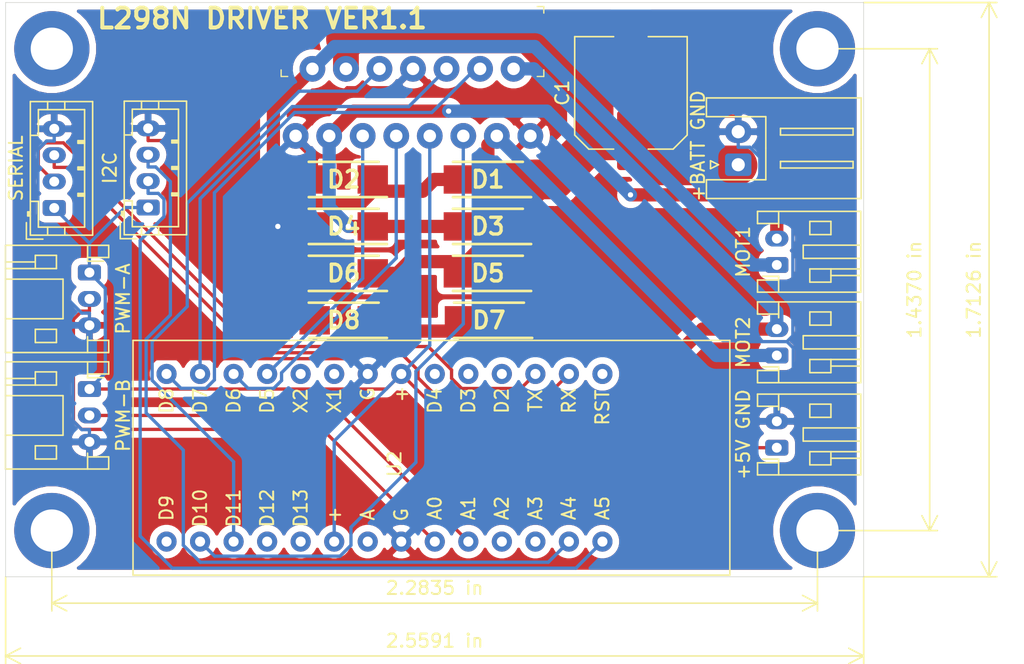
<source format=kicad_pcb>
(kicad_pcb (version 20171130) (host pcbnew "(5.1.2)-1")

  (general
    (thickness 1.6)
    (drawings 13)
    (tracks 229)
    (zones 0)
    (modules 23)
    (nets 32)
  )

  (page A4)
  (layers
    (0 F.Cu signal)
    (31 B.Cu signal)
    (32 B.Adhes user)
    (33 F.Adhes user)
    (34 B.Paste user)
    (35 F.Paste user hide)
    (36 B.SilkS user)
    (37 F.SilkS user)
    (38 B.Mask user)
    (39 F.Mask user)
    (40 Dwgs.User user hide)
    (41 Cmts.User user hide)
    (42 Eco1.User user hide)
    (43 Eco2.User user hide)
    (44 Edge.Cuts user)
    (45 Margin user hide)
    (46 B.CrtYd user hide)
    (47 F.CrtYd user hide)
    (48 B.Fab user hide)
    (49 F.Fab user hide)
  )

  (setup
    (last_trace_width 0.25)
    (trace_clearance 0.2)
    (zone_clearance 0.508)
    (zone_45_only no)
    (trace_min 0.2)
    (via_size 0.8)
    (via_drill 0.4)
    (via_min_size 0.4)
    (via_min_drill 0.3)
    (uvia_size 0.3)
    (uvia_drill 0.1)
    (uvias_allowed no)
    (uvia_min_size 0.2)
    (uvia_min_drill 0.1)
    (edge_width 0.05)
    (segment_width 0.2)
    (pcb_text_width 0.3)
    (pcb_text_size 1.5 1.5)
    (mod_edge_width 0.12)
    (mod_text_size 1 1)
    (mod_text_width 0.15)
    (pad_size 5.7 5.7)
    (pad_drill 3.2)
    (pad_to_mask_clearance 0.051)
    (solder_mask_min_width 0.25)
    (aux_axis_origin 0 0)
    (visible_elements 7FFFEFFF)
    (pcbplotparams
      (layerselection 0x010fc_ffffffff)
      (usegerberextensions false)
      (usegerberattributes false)
      (usegerberadvancedattributes false)
      (creategerberjobfile false)
      (excludeedgelayer true)
      (linewidth 0.100000)
      (plotframeref false)
      (viasonmask false)
      (mode 1)
      (useauxorigin false)
      (hpglpennumber 1)
      (hpglpenspeed 20)
      (hpglpendiameter 15.000000)
      (psnegative false)
      (psa4output false)
      (plotreference true)
      (plotvalue true)
      (plotinvisibletext false)
      (padsonsilk false)
      (subtractmaskfromsilk false)
      (outputformat 1)
      (mirror false)
      (drillshape 0)
      (scaleselection 1)
      (outputdirectory "garber/"))
  )

  (net 0 "")
  (net 1 /OUT1)
  (net 2 +BATT)
  (net 3 GND)
  (net 4 /OUT2)
  (net 5 /OUT3)
  (net 6 /OUT4)
  (net 7 /PWM_A)
  (net 8 /PWM_B)
  (net 9 +5V)
  (net 10 /IN4)
  (net 11 /EN_B)
  (net 12 /IN3)
  (net 13 /IN2)
  (net 14 /EN_A)
  (net 15 /IN1)
  (net 16 "Net-(U2-Pad26)")
  (net 17 "Net-(U2-Pad25)")
  (net 18 "Net-(U2-Pad21)")
  (net 19 "Net-(U2-Pad19)")
  (net 20 "Net-(U2-Pad18)")
  (net 21 "Net-(U2-Pad15)")
  (net 22 "Net-(U2-Pad10)")
  (net 23 "Net-(U2-Pad9)")
  (net 24 "Net-(U2-Pad6)")
  (net 25 "Net-(U2-Pad5)")
  (net 26 "Net-(U2-Pad4)")
  (net 27 "Net-(U2-Pad1)")
  (net 28 /RX)
  (net 29 /TX)
  (net 30 /SDA)
  (net 31 /SCL)

  (net_class Default "これはデフォルトのネット クラスです。"
    (clearance 0.2)
    (trace_width 0.25)
    (via_dia 0.8)
    (via_drill 0.4)
    (uvia_dia 0.3)
    (uvia_drill 0.1)
    (add_net +5V)
    (add_net /EN_A)
    (add_net /EN_B)
    (add_net /IN1)
    (add_net /IN2)
    (add_net /IN3)
    (add_net /IN4)
    (add_net /PWM_A)
    (add_net /PWM_B)
    (add_net /RX)
    (add_net /SCL)
    (add_net /SDA)
    (add_net /TX)
    (add_net GND)
    (add_net "Net-(U2-Pad1)")
    (add_net "Net-(U2-Pad10)")
    (add_net "Net-(U2-Pad15)")
    (add_net "Net-(U2-Pad18)")
    (add_net "Net-(U2-Pad19)")
    (add_net "Net-(U2-Pad21)")
    (add_net "Net-(U2-Pad25)")
    (add_net "Net-(U2-Pad26)")
    (add_net "Net-(U2-Pad4)")
    (add_net "Net-(U2-Pad5)")
    (add_net "Net-(U2-Pad6)")
    (add_net "Net-(U2-Pad9)")
  )

  (net_class BATT ""
    (clearance 0.2)
    (trace_width 3)
    (via_dia 0.8)
    (via_drill 0.4)
    (uvia_dia 0.3)
    (uvia_drill 0.1)
    (add_net +BATT)
  )

  (net_class MOT ""
    (clearance 0.2)
    (trace_width 1)
    (via_dia 0.8)
    (via_drill 0.4)
    (uvia_dia 0.3)
    (uvia_drill 0.1)
    (add_net /OUT1)
    (add_net /OUT2)
    (add_net /OUT3)
    (add_net /OUT4)
  )

  (module Connector_JST:JST_PH_S3B-PH-K_1x03_P2.00mm_Horizontal (layer F.Cu) (tedit 5B7745C6) (tstamp 5E813B68)
    (at 125.349 73.279 270)
    (descr "JST PH series connector, S3B-PH-K (http://www.jst-mfg.com/product/pdf/eng/ePH.pdf), generated with kicad-footprint-generator")
    (tags "connector JST PH top entry")
    (path /5E84B557)
    (fp_text reference PWM-B (at 2 -2.55 90) (layer F.SilkS)
      (effects (font (size 1 1) (thickness 0.15)))
    )
    (fp_text value PWM-B (at 2 7.45 90) (layer F.Fab)
      (effects (font (size 1 1) (thickness 0.15)))
    )
    (fp_text user %R (at 2 2.5 90) (layer F.Fab)
      (effects (font (size 1 1) (thickness 0.15)))
    )
    (fp_line (start 0.5 1.375) (end 0 0.875) (layer F.Fab) (width 0.1))
    (fp_line (start -0.5 1.375) (end 0.5 1.375) (layer F.Fab) (width 0.1))
    (fp_line (start 0 0.875) (end -0.5 1.375) (layer F.Fab) (width 0.1))
    (fp_line (start -0.86 0.14) (end -0.86 -1.075) (layer F.SilkS) (width 0.12))
    (fp_line (start 5.25 0.25) (end -1.25 0.25) (layer F.Fab) (width 0.1))
    (fp_line (start 5.25 -1.35) (end 5.25 0.25) (layer F.Fab) (width 0.1))
    (fp_line (start 5.95 -1.35) (end 5.25 -1.35) (layer F.Fab) (width 0.1))
    (fp_line (start 5.95 6.25) (end 5.95 -1.35) (layer F.Fab) (width 0.1))
    (fp_line (start -1.95 6.25) (end 5.95 6.25) (layer F.Fab) (width 0.1))
    (fp_line (start -1.95 -1.35) (end -1.95 6.25) (layer F.Fab) (width 0.1))
    (fp_line (start -1.25 -1.35) (end -1.95 -1.35) (layer F.Fab) (width 0.1))
    (fp_line (start -1.25 0.25) (end -1.25 -1.35) (layer F.Fab) (width 0.1))
    (fp_line (start 6.45 -1.85) (end -2.45 -1.85) (layer F.CrtYd) (width 0.05))
    (fp_line (start 6.45 6.75) (end 6.45 -1.85) (layer F.CrtYd) (width 0.05))
    (fp_line (start -2.45 6.75) (end 6.45 6.75) (layer F.CrtYd) (width 0.05))
    (fp_line (start -2.45 -1.85) (end -2.45 6.75) (layer F.CrtYd) (width 0.05))
    (fp_line (start -0.8 4.1) (end -0.8 6.36) (layer F.SilkS) (width 0.12))
    (fp_line (start -0.3 4.1) (end -0.3 6.36) (layer F.SilkS) (width 0.12))
    (fp_line (start 4.3 2.5) (end 5.3 2.5) (layer F.SilkS) (width 0.12))
    (fp_line (start 4.3 4.1) (end 4.3 2.5) (layer F.SilkS) (width 0.12))
    (fp_line (start 5.3 4.1) (end 4.3 4.1) (layer F.SilkS) (width 0.12))
    (fp_line (start 5.3 2.5) (end 5.3 4.1) (layer F.SilkS) (width 0.12))
    (fp_line (start -0.3 2.5) (end -1.3 2.5) (layer F.SilkS) (width 0.12))
    (fp_line (start -0.3 4.1) (end -0.3 2.5) (layer F.SilkS) (width 0.12))
    (fp_line (start -1.3 4.1) (end -0.3 4.1) (layer F.SilkS) (width 0.12))
    (fp_line (start -1.3 2.5) (end -1.3 4.1) (layer F.SilkS) (width 0.12))
    (fp_line (start 6.06 0.14) (end 5.14 0.14) (layer F.SilkS) (width 0.12))
    (fp_line (start -2.06 0.14) (end -1.14 0.14) (layer F.SilkS) (width 0.12))
    (fp_line (start 3.5 2) (end 3.5 6.36) (layer F.SilkS) (width 0.12))
    (fp_line (start 0.5 2) (end 3.5 2) (layer F.SilkS) (width 0.12))
    (fp_line (start 0.5 6.36) (end 0.5 2) (layer F.SilkS) (width 0.12))
    (fp_line (start 5.14 0.14) (end 4.86 0.14) (layer F.SilkS) (width 0.12))
    (fp_line (start 5.14 -1.46) (end 5.14 0.14) (layer F.SilkS) (width 0.12))
    (fp_line (start 6.06 -1.46) (end 5.14 -1.46) (layer F.SilkS) (width 0.12))
    (fp_line (start 6.06 6.36) (end 6.06 -1.46) (layer F.SilkS) (width 0.12))
    (fp_line (start -2.06 6.36) (end 6.06 6.36) (layer F.SilkS) (width 0.12))
    (fp_line (start -2.06 -1.46) (end -2.06 6.36) (layer F.SilkS) (width 0.12))
    (fp_line (start -1.14 -1.46) (end -2.06 -1.46) (layer F.SilkS) (width 0.12))
    (fp_line (start -1.14 0.14) (end -1.14 -1.46) (layer F.SilkS) (width 0.12))
    (fp_line (start -0.86 0.14) (end -1.14 0.14) (layer F.SilkS) (width 0.12))
    (pad 3 thru_hole oval (at 4 0 270) (size 1.2 1.75) (drill 0.75) (layers *.Cu *.Mask)
      (net 3 GND))
    (pad 2 thru_hole oval (at 2 0 270) (size 1.2 1.75) (drill 0.75) (layers *.Cu *.Mask)
      (net 8 /PWM_B))
    (pad 1 thru_hole roundrect (at 0 0 270) (size 1.2 1.75) (drill 0.75) (layers *.Cu *.Mask) (roundrect_rratio 0.208333)
      (net 9 +5V))
    (model ${KISYS3DMOD}/Connector_JST.3dshapes/JST_PH_S3B-PH-K_1x03_P2.00mm_Horizontal.wrl
      (at (xyz 0 0 0))
      (scale (xyz 1 1 1))
      (rotate (xyz 0 0 0))
    )
  )

  (module Connector_JST:JST_PH_S3B-PH-K_1x03_P2.00mm_Horizontal (layer F.Cu) (tedit 5B7745C6) (tstamp 5E813902)
    (at 125.349 64.453 270)
    (descr "JST PH series connector, S3B-PH-K (http://www.jst-mfg.com/product/pdf/eng/ePH.pdf), generated with kicad-footprint-generator")
    (tags "connector JST PH top entry")
    (path /5E8405FC)
    (fp_text reference PWM-A (at 2 -2.55 90) (layer F.SilkS)
      (effects (font (size 1 1) (thickness 0.15)))
    )
    (fp_text value PWM-A (at 2 7.45 90) (layer F.Fab)
      (effects (font (size 1 1) (thickness 0.15)))
    )
    (fp_text user %R (at 2 2.5 90) (layer F.Fab)
      (effects (font (size 1 1) (thickness 0.15)))
    )
    (fp_line (start 0.5 1.375) (end 0 0.875) (layer F.Fab) (width 0.1))
    (fp_line (start -0.5 1.375) (end 0.5 1.375) (layer F.Fab) (width 0.1))
    (fp_line (start 0 0.875) (end -0.5 1.375) (layer F.Fab) (width 0.1))
    (fp_line (start -0.86 0.14) (end -0.86 -1.075) (layer F.SilkS) (width 0.12))
    (fp_line (start 5.25 0.25) (end -1.25 0.25) (layer F.Fab) (width 0.1))
    (fp_line (start 5.25 -1.35) (end 5.25 0.25) (layer F.Fab) (width 0.1))
    (fp_line (start 5.95 -1.35) (end 5.25 -1.35) (layer F.Fab) (width 0.1))
    (fp_line (start 5.95 6.25) (end 5.95 -1.35) (layer F.Fab) (width 0.1))
    (fp_line (start -1.95 6.25) (end 5.95 6.25) (layer F.Fab) (width 0.1))
    (fp_line (start -1.95 -1.35) (end -1.95 6.25) (layer F.Fab) (width 0.1))
    (fp_line (start -1.25 -1.35) (end -1.95 -1.35) (layer F.Fab) (width 0.1))
    (fp_line (start -1.25 0.25) (end -1.25 -1.35) (layer F.Fab) (width 0.1))
    (fp_line (start 6.45 -1.85) (end -2.45 -1.85) (layer F.CrtYd) (width 0.05))
    (fp_line (start 6.45 6.75) (end 6.45 -1.85) (layer F.CrtYd) (width 0.05))
    (fp_line (start -2.45 6.75) (end 6.45 6.75) (layer F.CrtYd) (width 0.05))
    (fp_line (start -2.45 -1.85) (end -2.45 6.75) (layer F.CrtYd) (width 0.05))
    (fp_line (start -0.8 4.1) (end -0.8 6.36) (layer F.SilkS) (width 0.12))
    (fp_line (start -0.3 4.1) (end -0.3 6.36) (layer F.SilkS) (width 0.12))
    (fp_line (start 4.3 2.5) (end 5.3 2.5) (layer F.SilkS) (width 0.12))
    (fp_line (start 4.3 4.1) (end 4.3 2.5) (layer F.SilkS) (width 0.12))
    (fp_line (start 5.3 4.1) (end 4.3 4.1) (layer F.SilkS) (width 0.12))
    (fp_line (start 5.3 2.5) (end 5.3 4.1) (layer F.SilkS) (width 0.12))
    (fp_line (start -0.3 2.5) (end -1.3 2.5) (layer F.SilkS) (width 0.12))
    (fp_line (start -0.3 4.1) (end -0.3 2.5) (layer F.SilkS) (width 0.12))
    (fp_line (start -1.3 4.1) (end -0.3 4.1) (layer F.SilkS) (width 0.12))
    (fp_line (start -1.3 2.5) (end -1.3 4.1) (layer F.SilkS) (width 0.12))
    (fp_line (start 6.06 0.14) (end 5.14 0.14) (layer F.SilkS) (width 0.12))
    (fp_line (start -2.06 0.14) (end -1.14 0.14) (layer F.SilkS) (width 0.12))
    (fp_line (start 3.5 2) (end 3.5 6.36) (layer F.SilkS) (width 0.12))
    (fp_line (start 0.5 2) (end 3.5 2) (layer F.SilkS) (width 0.12))
    (fp_line (start 0.5 6.36) (end 0.5 2) (layer F.SilkS) (width 0.12))
    (fp_line (start 5.14 0.14) (end 4.86 0.14) (layer F.SilkS) (width 0.12))
    (fp_line (start 5.14 -1.46) (end 5.14 0.14) (layer F.SilkS) (width 0.12))
    (fp_line (start 6.06 -1.46) (end 5.14 -1.46) (layer F.SilkS) (width 0.12))
    (fp_line (start 6.06 6.36) (end 6.06 -1.46) (layer F.SilkS) (width 0.12))
    (fp_line (start -2.06 6.36) (end 6.06 6.36) (layer F.SilkS) (width 0.12))
    (fp_line (start -2.06 -1.46) (end -2.06 6.36) (layer F.SilkS) (width 0.12))
    (fp_line (start -1.14 -1.46) (end -2.06 -1.46) (layer F.SilkS) (width 0.12))
    (fp_line (start -1.14 0.14) (end -1.14 -1.46) (layer F.SilkS) (width 0.12))
    (fp_line (start -0.86 0.14) (end -1.14 0.14) (layer F.SilkS) (width 0.12))
    (pad 3 thru_hole oval (at 4 0 270) (size 1.2 1.75) (drill 0.75) (layers *.Cu *.Mask)
      (net 3 GND))
    (pad 2 thru_hole oval (at 2 0 270) (size 1.2 1.75) (drill 0.75) (layers *.Cu *.Mask)
      (net 7 /PWM_A))
    (pad 1 thru_hole roundrect (at 0 0 270) (size 1.2 1.75) (drill 0.75) (layers *.Cu *.Mask) (roundrect_rratio 0.208333)
      (net 9 +5V))
    (model ${KISYS3DMOD}/Connector_JST.3dshapes/JST_PH_S3B-PH-K_1x03_P2.00mm_Horizontal.wrl
      (at (xyz 0 0 0))
      (scale (xyz 1 1 1))
      (rotate (xyz 0 0 0))
    )
  )

  (module Connector_JST:JST_PH_B4B-PH-K_1x04_P2.00mm_Vertical (layer F.Cu) (tedit 5B7745C2) (tstamp 5E810D13)
    (at 129.794 59.531 90)
    (descr "JST PH series connector, B4B-PH-K (http://www.jst-mfg.com/product/pdf/eng/ePH.pdf), generated with kicad-footprint-generator")
    (tags "connector JST PH side entry")
    (path /5E84AE5A)
    (fp_text reference I2C (at 3 -2.9 90) (layer F.SilkS)
      (effects (font (size 1 1) (thickness 0.15)))
    )
    (fp_text value I2C (at 3 4 90) (layer F.Fab)
      (effects (font (size 1 1) (thickness 0.15)))
    )
    (fp_text user %R (at 3 1.5 90) (layer F.Fab)
      (effects (font (size 1 1) (thickness 0.15)))
    )
    (fp_line (start 8.45 -2.2) (end -2.45 -2.2) (layer F.CrtYd) (width 0.05))
    (fp_line (start 8.45 3.3) (end 8.45 -2.2) (layer F.CrtYd) (width 0.05))
    (fp_line (start -2.45 3.3) (end 8.45 3.3) (layer F.CrtYd) (width 0.05))
    (fp_line (start -2.45 -2.2) (end -2.45 3.3) (layer F.CrtYd) (width 0.05))
    (fp_line (start 7.95 -1.7) (end -1.95 -1.7) (layer F.Fab) (width 0.1))
    (fp_line (start 7.95 2.8) (end 7.95 -1.7) (layer F.Fab) (width 0.1))
    (fp_line (start -1.95 2.8) (end 7.95 2.8) (layer F.Fab) (width 0.1))
    (fp_line (start -1.95 -1.7) (end -1.95 2.8) (layer F.Fab) (width 0.1))
    (fp_line (start -2.36 -2.11) (end -2.36 -0.86) (layer F.Fab) (width 0.1))
    (fp_line (start -1.11 -2.11) (end -2.36 -2.11) (layer F.Fab) (width 0.1))
    (fp_line (start -2.36 -2.11) (end -2.36 -0.86) (layer F.SilkS) (width 0.12))
    (fp_line (start -1.11 -2.11) (end -2.36 -2.11) (layer F.SilkS) (width 0.12))
    (fp_line (start 5 2.3) (end 5 1.8) (layer F.SilkS) (width 0.12))
    (fp_line (start 5.1 1.8) (end 5.1 2.3) (layer F.SilkS) (width 0.12))
    (fp_line (start 4.9 1.8) (end 5.1 1.8) (layer F.SilkS) (width 0.12))
    (fp_line (start 4.9 2.3) (end 4.9 1.8) (layer F.SilkS) (width 0.12))
    (fp_line (start 3 2.3) (end 3 1.8) (layer F.SilkS) (width 0.12))
    (fp_line (start 3.1 1.8) (end 3.1 2.3) (layer F.SilkS) (width 0.12))
    (fp_line (start 2.9 1.8) (end 3.1 1.8) (layer F.SilkS) (width 0.12))
    (fp_line (start 2.9 2.3) (end 2.9 1.8) (layer F.SilkS) (width 0.12))
    (fp_line (start 1 2.3) (end 1 1.8) (layer F.SilkS) (width 0.12))
    (fp_line (start 1.1 1.8) (end 1.1 2.3) (layer F.SilkS) (width 0.12))
    (fp_line (start 0.9 1.8) (end 1.1 1.8) (layer F.SilkS) (width 0.12))
    (fp_line (start 0.9 2.3) (end 0.9 1.8) (layer F.SilkS) (width 0.12))
    (fp_line (start 8.06 0.8) (end 7.45 0.8) (layer F.SilkS) (width 0.12))
    (fp_line (start 8.06 -0.5) (end 7.45 -0.5) (layer F.SilkS) (width 0.12))
    (fp_line (start -2.06 0.8) (end -1.45 0.8) (layer F.SilkS) (width 0.12))
    (fp_line (start -2.06 -0.5) (end -1.45 -0.5) (layer F.SilkS) (width 0.12))
    (fp_line (start 5.5 -1.2) (end 5.5 -1.81) (layer F.SilkS) (width 0.12))
    (fp_line (start 7.45 -1.2) (end 5.5 -1.2) (layer F.SilkS) (width 0.12))
    (fp_line (start 7.45 2.3) (end 7.45 -1.2) (layer F.SilkS) (width 0.12))
    (fp_line (start -1.45 2.3) (end 7.45 2.3) (layer F.SilkS) (width 0.12))
    (fp_line (start -1.45 -1.2) (end -1.45 2.3) (layer F.SilkS) (width 0.12))
    (fp_line (start 0.5 -1.2) (end -1.45 -1.2) (layer F.SilkS) (width 0.12))
    (fp_line (start 0.5 -1.81) (end 0.5 -1.2) (layer F.SilkS) (width 0.12))
    (fp_line (start -0.3 -1.91) (end -0.6 -1.91) (layer F.SilkS) (width 0.12))
    (fp_line (start -0.6 -2.01) (end -0.6 -1.81) (layer F.SilkS) (width 0.12))
    (fp_line (start -0.3 -2.01) (end -0.6 -2.01) (layer F.SilkS) (width 0.12))
    (fp_line (start -0.3 -1.81) (end -0.3 -2.01) (layer F.SilkS) (width 0.12))
    (fp_line (start 8.06 -1.81) (end -2.06 -1.81) (layer F.SilkS) (width 0.12))
    (fp_line (start 8.06 2.91) (end 8.06 -1.81) (layer F.SilkS) (width 0.12))
    (fp_line (start -2.06 2.91) (end 8.06 2.91) (layer F.SilkS) (width 0.12))
    (fp_line (start -2.06 -1.81) (end -2.06 2.91) (layer F.SilkS) (width 0.12))
    (pad 4 thru_hole oval (at 6 0 90) (size 1.2 1.75) (drill 0.75) (layers *.Cu *.Mask)
      (net 3 GND))
    (pad 3 thru_hole oval (at 4 0 90) (size 1.2 1.75) (drill 0.75) (layers *.Cu *.Mask)
      (net 30 /SDA))
    (pad 2 thru_hole oval (at 2 0 90) (size 1.2 1.75) (drill 0.75) (layers *.Cu *.Mask)
      (net 31 /SCL))
    (pad 1 thru_hole roundrect (at 0 0 90) (size 1.2 1.75) (drill 0.75) (layers *.Cu *.Mask) (roundrect_rratio 0.208333)
      (net 9 +5V))
    (model ${KISYS3DMOD}/Connector_JST.3dshapes/JST_PH_B4B-PH-K_1x04_P2.00mm_Vertical.wrl
      (at (xyz 0 0 0))
      (scale (xyz 1 1 1))
      (rotate (xyz 0 0 0))
    )
  )

  (module Connector_JST:JST_PH_B4B-PH-K_1x04_P2.00mm_Vertical (layer F.Cu) (tedit 5B7745C2) (tstamp 5E810CDF)
    (at 122.682 59.563 90)
    (descr "JST PH series connector, B4B-PH-K (http://www.jst-mfg.com/product/pdf/eng/ePH.pdf), generated with kicad-footprint-generator")
    (tags "connector JST PH side entry")
    (path /5E830F2F)
    (fp_text reference SERIAL (at 3 -2.9 90) (layer F.SilkS)
      (effects (font (size 1 1) (thickness 0.15)))
    )
    (fp_text value SERIAL (at 3 4 90) (layer F.Fab)
      (effects (font (size 1 1) (thickness 0.15)))
    )
    (fp_text user %R (at 3 1.5 90) (layer F.Fab)
      (effects (font (size 1 1) (thickness 0.15)))
    )
    (fp_line (start 8.45 -2.2) (end -2.45 -2.2) (layer F.CrtYd) (width 0.05))
    (fp_line (start 8.45 3.3) (end 8.45 -2.2) (layer F.CrtYd) (width 0.05))
    (fp_line (start -2.45 3.3) (end 8.45 3.3) (layer F.CrtYd) (width 0.05))
    (fp_line (start -2.45 -2.2) (end -2.45 3.3) (layer F.CrtYd) (width 0.05))
    (fp_line (start 7.95 -1.7) (end -1.95 -1.7) (layer F.Fab) (width 0.1))
    (fp_line (start 7.95 2.8) (end 7.95 -1.7) (layer F.Fab) (width 0.1))
    (fp_line (start -1.95 2.8) (end 7.95 2.8) (layer F.Fab) (width 0.1))
    (fp_line (start -1.95 -1.7) (end -1.95 2.8) (layer F.Fab) (width 0.1))
    (fp_line (start -2.36 -2.11) (end -2.36 -0.86) (layer F.Fab) (width 0.1))
    (fp_line (start -1.11 -2.11) (end -2.36 -2.11) (layer F.Fab) (width 0.1))
    (fp_line (start -2.36 -2.11) (end -2.36 -0.86) (layer F.SilkS) (width 0.12))
    (fp_line (start -1.11 -2.11) (end -2.36 -2.11) (layer F.SilkS) (width 0.12))
    (fp_line (start 5 2.3) (end 5 1.8) (layer F.SilkS) (width 0.12))
    (fp_line (start 5.1 1.8) (end 5.1 2.3) (layer F.SilkS) (width 0.12))
    (fp_line (start 4.9 1.8) (end 5.1 1.8) (layer F.SilkS) (width 0.12))
    (fp_line (start 4.9 2.3) (end 4.9 1.8) (layer F.SilkS) (width 0.12))
    (fp_line (start 3 2.3) (end 3 1.8) (layer F.SilkS) (width 0.12))
    (fp_line (start 3.1 1.8) (end 3.1 2.3) (layer F.SilkS) (width 0.12))
    (fp_line (start 2.9 1.8) (end 3.1 1.8) (layer F.SilkS) (width 0.12))
    (fp_line (start 2.9 2.3) (end 2.9 1.8) (layer F.SilkS) (width 0.12))
    (fp_line (start 1 2.3) (end 1 1.8) (layer F.SilkS) (width 0.12))
    (fp_line (start 1.1 1.8) (end 1.1 2.3) (layer F.SilkS) (width 0.12))
    (fp_line (start 0.9 1.8) (end 1.1 1.8) (layer F.SilkS) (width 0.12))
    (fp_line (start 0.9 2.3) (end 0.9 1.8) (layer F.SilkS) (width 0.12))
    (fp_line (start 8.06 0.8) (end 7.45 0.8) (layer F.SilkS) (width 0.12))
    (fp_line (start 8.06 -0.5) (end 7.45 -0.5) (layer F.SilkS) (width 0.12))
    (fp_line (start -2.06 0.8) (end -1.45 0.8) (layer F.SilkS) (width 0.12))
    (fp_line (start -2.06 -0.5) (end -1.45 -0.5) (layer F.SilkS) (width 0.12))
    (fp_line (start 5.5 -1.2) (end 5.5 -1.81) (layer F.SilkS) (width 0.12))
    (fp_line (start 7.45 -1.2) (end 5.5 -1.2) (layer F.SilkS) (width 0.12))
    (fp_line (start 7.45 2.3) (end 7.45 -1.2) (layer F.SilkS) (width 0.12))
    (fp_line (start -1.45 2.3) (end 7.45 2.3) (layer F.SilkS) (width 0.12))
    (fp_line (start -1.45 -1.2) (end -1.45 2.3) (layer F.SilkS) (width 0.12))
    (fp_line (start 0.5 -1.2) (end -1.45 -1.2) (layer F.SilkS) (width 0.12))
    (fp_line (start 0.5 -1.81) (end 0.5 -1.2) (layer F.SilkS) (width 0.12))
    (fp_line (start -0.3 -1.91) (end -0.6 -1.91) (layer F.SilkS) (width 0.12))
    (fp_line (start -0.6 -2.01) (end -0.6 -1.81) (layer F.SilkS) (width 0.12))
    (fp_line (start -0.3 -2.01) (end -0.6 -2.01) (layer F.SilkS) (width 0.12))
    (fp_line (start -0.3 -1.81) (end -0.3 -2.01) (layer F.SilkS) (width 0.12))
    (fp_line (start 8.06 -1.81) (end -2.06 -1.81) (layer F.SilkS) (width 0.12))
    (fp_line (start 8.06 2.91) (end 8.06 -1.81) (layer F.SilkS) (width 0.12))
    (fp_line (start -2.06 2.91) (end 8.06 2.91) (layer F.SilkS) (width 0.12))
    (fp_line (start -2.06 -1.81) (end -2.06 2.91) (layer F.SilkS) (width 0.12))
    (pad 4 thru_hole oval (at 6 0 90) (size 1.2 1.75) (drill 0.75) (layers *.Cu *.Mask)
      (net 3 GND))
    (pad 3 thru_hole oval (at 4 0 90) (size 1.2 1.75) (drill 0.75) (layers *.Cu *.Mask)
      (net 28 /RX))
    (pad 2 thru_hole oval (at 2 0 90) (size 1.2 1.75) (drill 0.75) (layers *.Cu *.Mask)
      (net 29 /TX))
    (pad 1 thru_hole roundrect (at 0 0 90) (size 1.2 1.75) (drill 0.75) (layers *.Cu *.Mask) (roundrect_rratio 0.208333)
      (net 9 +5V))
    (model ${KISYS3DMOD}/Connector_JST.3dshapes/JST_PH_B4B-PH-K_1x04_P2.00mm_Vertical.wrl
      (at (xyz 0 0 0))
      (scale (xyz 1 1 1))
      (rotate (xyz 0 0 0))
    )
  )

  (module Connector_JST:JST_PH_S2B-PH-K_1x02_P2.00mm_Horizontal (layer F.Cu) (tedit 5B7745C6) (tstamp 5E807C41)
    (at 177.419 70.739 90)
    (descr "JST PH series connector, S2B-PH-K (http://www.jst-mfg.com/product/pdf/eng/ePH.pdf), generated with kicad-footprint-generator")
    (tags "connector JST PH top entry")
    (path /5E8159E2)
    (fp_text reference MOT2 (at 1 -2.55 90) (layer F.SilkS)
      (effects (font (size 1 1) (thickness 0.15)))
    )
    (fp_text value MOT02 (at 1 7.45 90) (layer F.Fab)
      (effects (font (size 1 1) (thickness 0.15)))
    )
    (fp_text user %R (at 1 2.5 90) (layer F.Fab)
      (effects (font (size 1 1) (thickness 0.15)))
    )
    (fp_line (start 0.5 1.375) (end 0 0.875) (layer F.Fab) (width 0.1))
    (fp_line (start -0.5 1.375) (end 0.5 1.375) (layer F.Fab) (width 0.1))
    (fp_line (start 0 0.875) (end -0.5 1.375) (layer F.Fab) (width 0.1))
    (fp_line (start -0.86 0.14) (end -0.86 -1.075) (layer F.SilkS) (width 0.12))
    (fp_line (start 3.25 0.25) (end -1.25 0.25) (layer F.Fab) (width 0.1))
    (fp_line (start 3.25 -1.35) (end 3.25 0.25) (layer F.Fab) (width 0.1))
    (fp_line (start 3.95 -1.35) (end 3.25 -1.35) (layer F.Fab) (width 0.1))
    (fp_line (start 3.95 6.25) (end 3.95 -1.35) (layer F.Fab) (width 0.1))
    (fp_line (start -1.95 6.25) (end 3.95 6.25) (layer F.Fab) (width 0.1))
    (fp_line (start -1.95 -1.35) (end -1.95 6.25) (layer F.Fab) (width 0.1))
    (fp_line (start -1.25 -1.35) (end -1.95 -1.35) (layer F.Fab) (width 0.1))
    (fp_line (start -1.25 0.25) (end -1.25 -1.35) (layer F.Fab) (width 0.1))
    (fp_line (start 4.45 -1.85) (end -2.45 -1.85) (layer F.CrtYd) (width 0.05))
    (fp_line (start 4.45 6.75) (end 4.45 -1.85) (layer F.CrtYd) (width 0.05))
    (fp_line (start -2.45 6.75) (end 4.45 6.75) (layer F.CrtYd) (width 0.05))
    (fp_line (start -2.45 -1.85) (end -2.45 6.75) (layer F.CrtYd) (width 0.05))
    (fp_line (start -0.8 4.1) (end -0.8 6.36) (layer F.SilkS) (width 0.12))
    (fp_line (start -0.3 4.1) (end -0.3 6.36) (layer F.SilkS) (width 0.12))
    (fp_line (start 2.3 2.5) (end 3.3 2.5) (layer F.SilkS) (width 0.12))
    (fp_line (start 2.3 4.1) (end 2.3 2.5) (layer F.SilkS) (width 0.12))
    (fp_line (start 3.3 4.1) (end 2.3 4.1) (layer F.SilkS) (width 0.12))
    (fp_line (start 3.3 2.5) (end 3.3 4.1) (layer F.SilkS) (width 0.12))
    (fp_line (start -0.3 2.5) (end -1.3 2.5) (layer F.SilkS) (width 0.12))
    (fp_line (start -0.3 4.1) (end -0.3 2.5) (layer F.SilkS) (width 0.12))
    (fp_line (start -1.3 4.1) (end -0.3 4.1) (layer F.SilkS) (width 0.12))
    (fp_line (start -1.3 2.5) (end -1.3 4.1) (layer F.SilkS) (width 0.12))
    (fp_line (start 4.06 0.14) (end 3.14 0.14) (layer F.SilkS) (width 0.12))
    (fp_line (start -2.06 0.14) (end -1.14 0.14) (layer F.SilkS) (width 0.12))
    (fp_line (start 1.5 2) (end 1.5 6.36) (layer F.SilkS) (width 0.12))
    (fp_line (start 0.5 2) (end 1.5 2) (layer F.SilkS) (width 0.12))
    (fp_line (start 0.5 6.36) (end 0.5 2) (layer F.SilkS) (width 0.12))
    (fp_line (start 3.14 0.14) (end 2.86 0.14) (layer F.SilkS) (width 0.12))
    (fp_line (start 3.14 -1.46) (end 3.14 0.14) (layer F.SilkS) (width 0.12))
    (fp_line (start 4.06 -1.46) (end 3.14 -1.46) (layer F.SilkS) (width 0.12))
    (fp_line (start 4.06 6.36) (end 4.06 -1.46) (layer F.SilkS) (width 0.12))
    (fp_line (start -2.06 6.36) (end 4.06 6.36) (layer F.SilkS) (width 0.12))
    (fp_line (start -2.06 -1.46) (end -2.06 6.36) (layer F.SilkS) (width 0.12))
    (fp_line (start -1.14 -1.46) (end -2.06 -1.46) (layer F.SilkS) (width 0.12))
    (fp_line (start -1.14 0.14) (end -1.14 -1.46) (layer F.SilkS) (width 0.12))
    (fp_line (start -0.86 0.14) (end -1.14 0.14) (layer F.SilkS) (width 0.12))
    (pad 2 thru_hole oval (at 2 0 90) (size 1.2 1.75) (drill 0.75) (layers *.Cu *.Mask)
      (net 6 /OUT4))
    (pad 1 thru_hole roundrect (at 0 0 90) (size 1.2 1.75) (drill 0.75) (layers *.Cu *.Mask) (roundrect_rratio 0.208333)
      (net 5 /OUT3))
    (model ${KISYS3DMOD}/Connector_JST.3dshapes/JST_PH_S2B-PH-K_1x02_P2.00mm_Horizontal.wrl
      (at (xyz 0 0 0))
      (scale (xyz 1 1 1))
      (rotate (xyz 0 0 0))
    )
  )

  (module Connector_JST:JST_PH_S2B-PH-K_1x02_P2.00mm_Horizontal (layer F.Cu) (tedit 5B7745C6) (tstamp 5E807AA0)
    (at 177.419 63.881 90)
    (descr "JST PH series connector, S2B-PH-K (http://www.jst-mfg.com/product/pdf/eng/ePH.pdf), generated with kicad-footprint-generator")
    (tags "connector JST PH top entry")
    (path /5E811B91)
    (fp_text reference MOT1 (at 1 -2.55 90) (layer F.SilkS)
      (effects (font (size 1 1) (thickness 0.15)))
    )
    (fp_text value MOT1 (at 1 7.45 90) (layer F.Fab)
      (effects (font (size 1 1) (thickness 0.15)))
    )
    (fp_text user %R (at 1 2.5 90) (layer F.Fab)
      (effects (font (size 1 1) (thickness 0.15)))
    )
    (fp_line (start 0.5 1.375) (end 0 0.875) (layer F.Fab) (width 0.1))
    (fp_line (start -0.5 1.375) (end 0.5 1.375) (layer F.Fab) (width 0.1))
    (fp_line (start 0 0.875) (end -0.5 1.375) (layer F.Fab) (width 0.1))
    (fp_line (start -0.86 0.14) (end -0.86 -1.075) (layer F.SilkS) (width 0.12))
    (fp_line (start 3.25 0.25) (end -1.25 0.25) (layer F.Fab) (width 0.1))
    (fp_line (start 3.25 -1.35) (end 3.25 0.25) (layer F.Fab) (width 0.1))
    (fp_line (start 3.95 -1.35) (end 3.25 -1.35) (layer F.Fab) (width 0.1))
    (fp_line (start 3.95 6.25) (end 3.95 -1.35) (layer F.Fab) (width 0.1))
    (fp_line (start -1.95 6.25) (end 3.95 6.25) (layer F.Fab) (width 0.1))
    (fp_line (start -1.95 -1.35) (end -1.95 6.25) (layer F.Fab) (width 0.1))
    (fp_line (start -1.25 -1.35) (end -1.95 -1.35) (layer F.Fab) (width 0.1))
    (fp_line (start -1.25 0.25) (end -1.25 -1.35) (layer F.Fab) (width 0.1))
    (fp_line (start 4.45 -1.85) (end -2.45 -1.85) (layer F.CrtYd) (width 0.05))
    (fp_line (start 4.45 6.75) (end 4.45 -1.85) (layer F.CrtYd) (width 0.05))
    (fp_line (start -2.45 6.75) (end 4.45 6.75) (layer F.CrtYd) (width 0.05))
    (fp_line (start -2.45 -1.85) (end -2.45 6.75) (layer F.CrtYd) (width 0.05))
    (fp_line (start -0.8 4.1) (end -0.8 6.36) (layer F.SilkS) (width 0.12))
    (fp_line (start -0.3 4.1) (end -0.3 6.36) (layer F.SilkS) (width 0.12))
    (fp_line (start 2.3 2.5) (end 3.3 2.5) (layer F.SilkS) (width 0.12))
    (fp_line (start 2.3 4.1) (end 2.3 2.5) (layer F.SilkS) (width 0.12))
    (fp_line (start 3.3 4.1) (end 2.3 4.1) (layer F.SilkS) (width 0.12))
    (fp_line (start 3.3 2.5) (end 3.3 4.1) (layer F.SilkS) (width 0.12))
    (fp_line (start -0.3 2.5) (end -1.3 2.5) (layer F.SilkS) (width 0.12))
    (fp_line (start -0.3 4.1) (end -0.3 2.5) (layer F.SilkS) (width 0.12))
    (fp_line (start -1.3 4.1) (end -0.3 4.1) (layer F.SilkS) (width 0.12))
    (fp_line (start -1.3 2.5) (end -1.3 4.1) (layer F.SilkS) (width 0.12))
    (fp_line (start 4.06 0.14) (end 3.14 0.14) (layer F.SilkS) (width 0.12))
    (fp_line (start -2.06 0.14) (end -1.14 0.14) (layer F.SilkS) (width 0.12))
    (fp_line (start 1.5 2) (end 1.5 6.36) (layer F.SilkS) (width 0.12))
    (fp_line (start 0.5 2) (end 1.5 2) (layer F.SilkS) (width 0.12))
    (fp_line (start 0.5 6.36) (end 0.5 2) (layer F.SilkS) (width 0.12))
    (fp_line (start 3.14 0.14) (end 2.86 0.14) (layer F.SilkS) (width 0.12))
    (fp_line (start 3.14 -1.46) (end 3.14 0.14) (layer F.SilkS) (width 0.12))
    (fp_line (start 4.06 -1.46) (end 3.14 -1.46) (layer F.SilkS) (width 0.12))
    (fp_line (start 4.06 6.36) (end 4.06 -1.46) (layer F.SilkS) (width 0.12))
    (fp_line (start -2.06 6.36) (end 4.06 6.36) (layer F.SilkS) (width 0.12))
    (fp_line (start -2.06 -1.46) (end -2.06 6.36) (layer F.SilkS) (width 0.12))
    (fp_line (start -1.14 -1.46) (end -2.06 -1.46) (layer F.SilkS) (width 0.12))
    (fp_line (start -1.14 0.14) (end -1.14 -1.46) (layer F.SilkS) (width 0.12))
    (fp_line (start -0.86 0.14) (end -1.14 0.14) (layer F.SilkS) (width 0.12))
    (pad 2 thru_hole oval (at 2 0 90) (size 1.2 1.75) (drill 0.75) (layers *.Cu *.Mask)
      (net 4 /OUT2))
    (pad 1 thru_hole roundrect (at 0 0 90) (size 1.2 1.75) (drill 0.75) (layers *.Cu *.Mask) (roundrect_rratio 0.208333)
      (net 1 /OUT1))
    (model ${KISYS3DMOD}/Connector_JST.3dshapes/JST_PH_S2B-PH-K_1x02_P2.00mm_Horizontal.wrl
      (at (xyz 0 0 0))
      (scale (xyz 1 1 1))
      (rotate (xyz 0 0 0))
    )
  )

  (module 1N4007:DIOM5327X242N (layer F.Cu) (tedit 5DA1B94C) (tstamp 5E807F88)
    (at 144.612 68.072 180)
    (descr "sma do-214ac")
    (tags Diode)
    (path /5E6E14CB)
    (attr smd)
    (fp_text reference D8 (at 0 0) (layer F.SilkS)
      (effects (font (size 1.27 1.27) (thickness 0.254)))
    )
    (fp_text value D_ALT (at 0 0) (layer F.SilkS) hide
      (effects (font (size 1.27 1.27) (thickness 0.254)))
    )
    (fp_line (start -2.648 1.335) (end 2.648 1.335) (layer F.SilkS) (width 0.2))
    (fp_line (start 2.648 -1.335) (end -3.275 -1.335) (layer F.SilkS) (width 0.2))
    (fp_line (start -2.648 -0.26) (end -1.572 -1.335) (layer F.Fab) (width 0.1))
    (fp_line (start -2.648 1.335) (end -2.648 -1.335) (layer F.Fab) (width 0.1))
    (fp_line (start 2.648 1.335) (end -2.648 1.335) (layer F.Fab) (width 0.1))
    (fp_line (start 2.648 -1.335) (end 2.648 1.335) (layer F.Fab) (width 0.1))
    (fp_line (start -2.648 -1.335) (end 2.648 -1.335) (layer F.Fab) (width 0.1))
    (fp_line (start -3.6 1.65) (end -3.6 -1.65) (layer F.CrtYd) (width 0.05))
    (fp_line (start 3.6 1.65) (end -3.6 1.65) (layer F.CrtYd) (width 0.05))
    (fp_line (start 3.6 -1.65) (end 3.6 1.65) (layer F.CrtYd) (width 0.05))
    (fp_line (start -3.6 -1.65) (end 3.6 -1.65) (layer F.CrtYd) (width 0.05))
    (fp_text user %R (at 0 0) (layer F.Fab)
      (effects (font (size 1.27 1.27) (thickness 0.254)))
    )
    (pad 2 smd rect (at 2.2 0 270) (size 2.15 2.3) (layers F.Cu F.Paste F.Mask)
      (net 3 GND))
    (pad 1 smd rect (at -2.2 0 270) (size 2.15 2.3) (layers F.Cu F.Paste F.Mask)
      (net 6 /OUT4))
    (model 1N4007.stp
      (at (xyz 0 0 0))
      (scale (xyz 1 1 1))
      (rotate (xyz 0 0 0))
    )
    (model C:/Users/kenta/Documents/kicad/1N4007/3D/1N4007.stp
      (at (xyz 0 0 0))
      (scale (xyz 1 1 1))
      (rotate (xyz 0 0 0))
    )
    (model C:/Users/kenta/Documents/kicad/1N4007/3D/1N4007.stl
      (at (xyz 0 0 0))
      (scale (xyz 1 1 1))
      (rotate (xyz 0 0 0))
    )
    (model C:/Users/kenta/Documents/kicad/1N4007/3D/1N4007.wrl
      (at (xyz 0 0 0))
      (scale (xyz 1 1 1))
      (rotate (xyz 0 0 0))
    )
  )

  (module 1N4007:DIOM5327X242N (layer F.Cu) (tedit 5DA1B94C) (tstamp 5E807F76)
    (at 155.616 68.072 180)
    (descr "sma do-214ac")
    (tags Diode)
    (path /5E6DF641)
    (attr smd)
    (fp_text reference D7 (at 0 0) (layer F.SilkS)
      (effects (font (size 1.27 1.27) (thickness 0.254)))
    )
    (fp_text value D_ALT (at 0 0) (layer F.SilkS) hide
      (effects (font (size 1.27 1.27) (thickness 0.254)))
    )
    (fp_line (start -2.648 1.335) (end 2.648 1.335) (layer F.SilkS) (width 0.2))
    (fp_line (start 2.648 -1.335) (end -3.275 -1.335) (layer F.SilkS) (width 0.2))
    (fp_line (start -2.648 -0.26) (end -1.572 -1.335) (layer F.Fab) (width 0.1))
    (fp_line (start -2.648 1.335) (end -2.648 -1.335) (layer F.Fab) (width 0.1))
    (fp_line (start 2.648 1.335) (end -2.648 1.335) (layer F.Fab) (width 0.1))
    (fp_line (start 2.648 -1.335) (end 2.648 1.335) (layer F.Fab) (width 0.1))
    (fp_line (start -2.648 -1.335) (end 2.648 -1.335) (layer F.Fab) (width 0.1))
    (fp_line (start -3.6 1.65) (end -3.6 -1.65) (layer F.CrtYd) (width 0.05))
    (fp_line (start 3.6 1.65) (end -3.6 1.65) (layer F.CrtYd) (width 0.05))
    (fp_line (start 3.6 -1.65) (end 3.6 1.65) (layer F.CrtYd) (width 0.05))
    (fp_line (start -3.6 -1.65) (end 3.6 -1.65) (layer F.CrtYd) (width 0.05))
    (fp_text user %R (at 0 0) (layer F.Fab)
      (effects (font (size 1.27 1.27) (thickness 0.254)))
    )
    (pad 2 smd rect (at 2.2 0 270) (size 2.15 2.3) (layers F.Cu F.Paste F.Mask)
      (net 6 /OUT4))
    (pad 1 smd rect (at -2.2 0 270) (size 2.15 2.3) (layers F.Cu F.Paste F.Mask)
      (net 2 +BATT))
    (model 1N4007.stp
      (at (xyz 0 0 0))
      (scale (xyz 1 1 1))
      (rotate (xyz 0 0 0))
    )
    (model C:/Users/kenta/Documents/kicad/1N4007/3D/1N4007.stp
      (at (xyz 0 0 0))
      (scale (xyz 1 1 1))
      (rotate (xyz 0 0 0))
    )
    (model C:/Users/kenta/Documents/kicad/1N4007/3D/1N4007.stl
      (at (xyz 0 0 0))
      (scale (xyz 1 1 1))
      (rotate (xyz 0 0 0))
    )
    (model C:/Users/kenta/Documents/kicad/1N4007/3D/1N4007.wrl
      (at (xyz 0 0 0))
      (scale (xyz 1 1 1))
      (rotate (xyz 0 0 0))
    )
  )

  (module 1N4007:DIOM5327X242N (layer F.Cu) (tedit 5DA1B94C) (tstamp 5E807F64)
    (at 144.612 64.516 180)
    (descr "sma do-214ac")
    (tags Diode)
    (path /5E6E14C5)
    (attr smd)
    (fp_text reference D6 (at 0 0) (layer F.SilkS)
      (effects (font (size 1.27 1.27) (thickness 0.254)))
    )
    (fp_text value D_ALT (at 0 0) (layer F.SilkS) hide
      (effects (font (size 1.27 1.27) (thickness 0.254)))
    )
    (fp_line (start -2.648 1.335) (end 2.648 1.335) (layer F.SilkS) (width 0.2))
    (fp_line (start 2.648 -1.335) (end -3.275 -1.335) (layer F.SilkS) (width 0.2))
    (fp_line (start -2.648 -0.26) (end -1.572 -1.335) (layer F.Fab) (width 0.1))
    (fp_line (start -2.648 1.335) (end -2.648 -1.335) (layer F.Fab) (width 0.1))
    (fp_line (start 2.648 1.335) (end -2.648 1.335) (layer F.Fab) (width 0.1))
    (fp_line (start 2.648 -1.335) (end 2.648 1.335) (layer F.Fab) (width 0.1))
    (fp_line (start -2.648 -1.335) (end 2.648 -1.335) (layer F.Fab) (width 0.1))
    (fp_line (start -3.6 1.65) (end -3.6 -1.65) (layer F.CrtYd) (width 0.05))
    (fp_line (start 3.6 1.65) (end -3.6 1.65) (layer F.CrtYd) (width 0.05))
    (fp_line (start 3.6 -1.65) (end 3.6 1.65) (layer F.CrtYd) (width 0.05))
    (fp_line (start -3.6 -1.65) (end 3.6 -1.65) (layer F.CrtYd) (width 0.05))
    (fp_text user %R (at 0 0) (layer F.Fab)
      (effects (font (size 1.27 1.27) (thickness 0.254)))
    )
    (pad 2 smd rect (at 2.2 0 270) (size 2.15 2.3) (layers F.Cu F.Paste F.Mask)
      (net 3 GND))
    (pad 1 smd rect (at -2.2 0 270) (size 2.15 2.3) (layers F.Cu F.Paste F.Mask)
      (net 5 /OUT3))
    (model 1N4007.stp
      (at (xyz 0 0 0))
      (scale (xyz 1 1 1))
      (rotate (xyz 0 0 0))
    )
    (model C:/Users/kenta/Documents/kicad/1N4007/3D/1N4007.stp
      (at (xyz 0 0 0))
      (scale (xyz 1 1 1))
      (rotate (xyz 0 0 0))
    )
    (model C:/Users/kenta/Documents/kicad/1N4007/3D/1N4007.stl
      (at (xyz 0 0 0))
      (scale (xyz 1 1 1))
      (rotate (xyz 0 0 0))
    )
    (model C:/Users/kenta/Documents/kicad/1N4007/3D/1N4007.wrl
      (at (xyz 0 0 0))
      (scale (xyz 1 1 1))
      (rotate (xyz 0 0 0))
    )
  )

  (module 1N4007:DIOM5327X242N (layer F.Cu) (tedit 5DA1B94C) (tstamp 5E807F52)
    (at 155.534 64.516 180)
    (descr "sma do-214ac")
    (tags Diode)
    (path /5E6DF16D)
    (attr smd)
    (fp_text reference D5 (at 0 0) (layer F.SilkS)
      (effects (font (size 1.27 1.27) (thickness 0.254)))
    )
    (fp_text value D_ALT (at 0 0) (layer F.SilkS) hide
      (effects (font (size 1.27 1.27) (thickness 0.254)))
    )
    (fp_line (start -2.648 1.335) (end 2.648 1.335) (layer F.SilkS) (width 0.2))
    (fp_line (start 2.648 -1.335) (end -3.275 -1.335) (layer F.SilkS) (width 0.2))
    (fp_line (start -2.648 -0.26) (end -1.572 -1.335) (layer F.Fab) (width 0.1))
    (fp_line (start -2.648 1.335) (end -2.648 -1.335) (layer F.Fab) (width 0.1))
    (fp_line (start 2.648 1.335) (end -2.648 1.335) (layer F.Fab) (width 0.1))
    (fp_line (start 2.648 -1.335) (end 2.648 1.335) (layer F.Fab) (width 0.1))
    (fp_line (start -2.648 -1.335) (end 2.648 -1.335) (layer F.Fab) (width 0.1))
    (fp_line (start -3.6 1.65) (end -3.6 -1.65) (layer F.CrtYd) (width 0.05))
    (fp_line (start 3.6 1.65) (end -3.6 1.65) (layer F.CrtYd) (width 0.05))
    (fp_line (start 3.6 -1.65) (end 3.6 1.65) (layer F.CrtYd) (width 0.05))
    (fp_line (start -3.6 -1.65) (end 3.6 -1.65) (layer F.CrtYd) (width 0.05))
    (fp_text user %R (at 0 0) (layer F.Fab)
      (effects (font (size 1.27 1.27) (thickness 0.254)))
    )
    (pad 2 smd rect (at 2.2 0 270) (size 2.15 2.3) (layers F.Cu F.Paste F.Mask)
      (net 5 /OUT3))
    (pad 1 smd rect (at -2.2 0 270) (size 2.15 2.3) (layers F.Cu F.Paste F.Mask)
      (net 2 +BATT))
    (model 1N4007.stp
      (at (xyz 0 0 0))
      (scale (xyz 1 1 1))
      (rotate (xyz 0 0 0))
    )
    (model C:/Users/kenta/Documents/kicad/1N4007/3D/1N4007.stp
      (at (xyz 0 0 0))
      (scale (xyz 1 1 1))
      (rotate (xyz 0 0 0))
    )
    (model C:/Users/kenta/Documents/kicad/1N4007/3D/1N4007.stl
      (at (xyz 0 0 0))
      (scale (xyz 1 1 1))
      (rotate (xyz 0 0 0))
    )
    (model C:/Users/kenta/Documents/kicad/1N4007/3D/1N4007.wrl
      (at (xyz 0 0 0))
      (scale (xyz 1 1 1))
      (rotate (xyz 0 0 0))
    )
  )

  (module 1N4007:DIOM5327X242N (layer F.Cu) (tedit 5DA1B94C) (tstamp 5E807F40)
    (at 144.612 60.96 180)
    (descr "sma do-214ac")
    (tags Diode)
    (path /5E6E14BF)
    (attr smd)
    (fp_text reference D4 (at 0 0) (layer F.SilkS)
      (effects (font (size 1.27 1.27) (thickness 0.254)))
    )
    (fp_text value D_ALT (at 0 0) (layer F.SilkS) hide
      (effects (font (size 1.27 1.27) (thickness 0.254)))
    )
    (fp_line (start -2.648 1.335) (end 2.648 1.335) (layer F.SilkS) (width 0.2))
    (fp_line (start 2.648 -1.335) (end -3.275 -1.335) (layer F.SilkS) (width 0.2))
    (fp_line (start -2.648 -0.26) (end -1.572 -1.335) (layer F.Fab) (width 0.1))
    (fp_line (start -2.648 1.335) (end -2.648 -1.335) (layer F.Fab) (width 0.1))
    (fp_line (start 2.648 1.335) (end -2.648 1.335) (layer F.Fab) (width 0.1))
    (fp_line (start 2.648 -1.335) (end 2.648 1.335) (layer F.Fab) (width 0.1))
    (fp_line (start -2.648 -1.335) (end 2.648 -1.335) (layer F.Fab) (width 0.1))
    (fp_line (start -3.6 1.65) (end -3.6 -1.65) (layer F.CrtYd) (width 0.05))
    (fp_line (start 3.6 1.65) (end -3.6 1.65) (layer F.CrtYd) (width 0.05))
    (fp_line (start 3.6 -1.65) (end 3.6 1.65) (layer F.CrtYd) (width 0.05))
    (fp_line (start -3.6 -1.65) (end 3.6 -1.65) (layer F.CrtYd) (width 0.05))
    (fp_text user %R (at 0 0) (layer F.Fab)
      (effects (font (size 1.27 1.27) (thickness 0.254)))
    )
    (pad 2 smd rect (at 2.2 0 270) (size 2.15 2.3) (layers F.Cu F.Paste F.Mask)
      (net 3 GND))
    (pad 1 smd rect (at -2.2 0 270) (size 2.15 2.3) (layers F.Cu F.Paste F.Mask)
      (net 4 /OUT2))
    (model 1N4007.stp
      (at (xyz 0 0 0))
      (scale (xyz 1 1 1))
      (rotate (xyz 0 0 0))
    )
    (model C:/Users/kenta/Documents/kicad/1N4007/3D/1N4007.stp
      (at (xyz 0 0 0))
      (scale (xyz 1 1 1))
      (rotate (xyz 0 0 0))
    )
    (model C:/Users/kenta/Documents/kicad/1N4007/3D/1N4007.stl
      (at (xyz 0 0 0))
      (scale (xyz 1 1 1))
      (rotate (xyz 0 0 0))
    )
    (model C:/Users/kenta/Documents/kicad/1N4007/3D/1N4007.wrl
      (at (xyz 0 0 0))
      (scale (xyz 1 1 1))
      (rotate (xyz 0 0 0))
    )
  )

  (module 1N4007:DIOM5327X242N (layer F.Cu) (tedit 5DA1B94C) (tstamp 5E807F2E)
    (at 155.534 60.96 180)
    (descr "sma do-214ac")
    (tags Diode)
    (path /5E6DEC80)
    (attr smd)
    (fp_text reference D3 (at 0 0) (layer F.SilkS)
      (effects (font (size 1.27 1.27) (thickness 0.254)))
    )
    (fp_text value D_ALT (at 0 0) (layer F.SilkS) hide
      (effects (font (size 1.27 1.27) (thickness 0.254)))
    )
    (fp_line (start -2.648 1.335) (end 2.648 1.335) (layer F.SilkS) (width 0.2))
    (fp_line (start 2.648 -1.335) (end -3.275 -1.335) (layer F.SilkS) (width 0.2))
    (fp_line (start -2.648 -0.26) (end -1.572 -1.335) (layer F.Fab) (width 0.1))
    (fp_line (start -2.648 1.335) (end -2.648 -1.335) (layer F.Fab) (width 0.1))
    (fp_line (start 2.648 1.335) (end -2.648 1.335) (layer F.Fab) (width 0.1))
    (fp_line (start 2.648 -1.335) (end 2.648 1.335) (layer F.Fab) (width 0.1))
    (fp_line (start -2.648 -1.335) (end 2.648 -1.335) (layer F.Fab) (width 0.1))
    (fp_line (start -3.6 1.65) (end -3.6 -1.65) (layer F.CrtYd) (width 0.05))
    (fp_line (start 3.6 1.65) (end -3.6 1.65) (layer F.CrtYd) (width 0.05))
    (fp_line (start 3.6 -1.65) (end 3.6 1.65) (layer F.CrtYd) (width 0.05))
    (fp_line (start -3.6 -1.65) (end 3.6 -1.65) (layer F.CrtYd) (width 0.05))
    (fp_text user %R (at 0 0) (layer F.Fab)
      (effects (font (size 1.27 1.27) (thickness 0.254)))
    )
    (pad 2 smd rect (at 2.2 0 270) (size 2.15 2.3) (layers F.Cu F.Paste F.Mask)
      (net 4 /OUT2))
    (pad 1 smd rect (at -2.2 0 270) (size 2.15 2.3) (layers F.Cu F.Paste F.Mask)
      (net 2 +BATT))
    (model 1N4007.stp
      (at (xyz 0 0 0))
      (scale (xyz 1 1 1))
      (rotate (xyz 0 0 0))
    )
    (model C:/Users/kenta/Documents/kicad/1N4007/3D/1N4007.stp
      (at (xyz 0 0 0))
      (scale (xyz 1 1 1))
      (rotate (xyz 0 0 0))
    )
    (model C:/Users/kenta/Documents/kicad/1N4007/3D/1N4007.stl
      (at (xyz 0 0 0))
      (scale (xyz 1 1 1))
      (rotate (xyz 0 0 0))
    )
    (model C:/Users/kenta/Documents/kicad/1N4007/3D/1N4007.wrl
      (at (xyz 0 0 0))
      (scale (xyz 1 1 1))
      (rotate (xyz 0 0 0))
    )
  )

  (module 1N4007:DIOM5327X242N (layer F.Cu) (tedit 5DA1B94C) (tstamp 5E807F1C)
    (at 144.612 57.404 180)
    (descr "sma do-214ac")
    (tags Diode)
    (path /5E6E14B9)
    (attr smd)
    (fp_text reference D2 (at 0 0) (layer F.SilkS)
      (effects (font (size 1.27 1.27) (thickness 0.254)))
    )
    (fp_text value D_ALT (at 0.594 0) (layer F.SilkS) hide
      (effects (font (size 1.27 1.27) (thickness 0.254)))
    )
    (fp_line (start -2.648 1.335) (end 2.648 1.335) (layer F.SilkS) (width 0.2))
    (fp_line (start 2.648 -1.335) (end -3.275 -1.335) (layer F.SilkS) (width 0.2))
    (fp_line (start -2.648 -0.26) (end -1.572 -1.335) (layer F.Fab) (width 0.1))
    (fp_line (start -2.648 1.335) (end -2.648 -1.335) (layer F.Fab) (width 0.1))
    (fp_line (start 2.648 1.335) (end -2.648 1.335) (layer F.Fab) (width 0.1))
    (fp_line (start 2.648 -1.335) (end 2.648 1.335) (layer F.Fab) (width 0.1))
    (fp_line (start -2.648 -1.335) (end 2.648 -1.335) (layer F.Fab) (width 0.1))
    (fp_line (start -3.6 1.65) (end -3.6 -1.65) (layer F.CrtYd) (width 0.05))
    (fp_line (start 3.6 1.65) (end -3.6 1.65) (layer F.CrtYd) (width 0.05))
    (fp_line (start 3.6 -1.65) (end 3.6 1.65) (layer F.CrtYd) (width 0.05))
    (fp_line (start -3.6 -1.65) (end 3.6 -1.65) (layer F.CrtYd) (width 0.05))
    (fp_text user %R (at 0 0) (layer F.Fab)
      (effects (font (size 1.27 1.27) (thickness 0.254)))
    )
    (pad 2 smd rect (at 2.2 0 270) (size 2.15 2.3) (layers F.Cu F.Paste F.Mask)
      (net 3 GND))
    (pad 1 smd rect (at -2.2 0 270) (size 2.15 2.3) (layers F.Cu F.Paste F.Mask)
      (net 1 /OUT1))
    (model 1N4007.stp
      (at (xyz 0 0 0))
      (scale (xyz 1 1 1))
      (rotate (xyz 0 0 0))
    )
    (model C:/Users/kenta/Documents/kicad/1N4007/3D/1N4007.stp
      (at (xyz 0 0 0))
      (scale (xyz 1 1 1))
      (rotate (xyz 0 0 0))
    )
    (model C:/Users/kenta/Documents/kicad/1N4007/3D/1N4007.stl
      (at (xyz 0 0 0))
      (scale (xyz 1 1 1))
      (rotate (xyz 0 0 0))
    )
    (model C:/Users/kenta/Documents/kicad/1N4007/3D/1N4007.wrl
      (at (xyz 0 0 0))
      (scale (xyz 1 1 1))
      (rotate (xyz 0 0 0))
    )
  )

  (module 1N4007:DIOM5327X242N (layer F.Cu) (tedit 5DA1B94C) (tstamp 5E807F0A)
    (at 155.534 57.404 180)
    (descr "sma do-214ac")
    (tags Diode)
    (path /5E6DC23C)
    (attr smd)
    (fp_text reference D1 (at 0 0) (layer F.SilkS)
      (effects (font (size 1.27 1.27) (thickness 0.254)))
    )
    (fp_text value D_ALT (at 0 0) (layer F.SilkS) hide
      (effects (font (size 1.27 1.27) (thickness 0.254)))
    )
    (fp_line (start -2.648 1.335) (end 2.648 1.335) (layer F.SilkS) (width 0.2))
    (fp_line (start 2.648 -1.335) (end -3.275 -1.335) (layer F.SilkS) (width 0.2))
    (fp_line (start -2.648 -0.26) (end -1.572 -1.335) (layer F.Fab) (width 0.1))
    (fp_line (start -2.648 1.335) (end -2.648 -1.335) (layer F.Fab) (width 0.1))
    (fp_line (start 2.648 1.335) (end -2.648 1.335) (layer F.Fab) (width 0.1))
    (fp_line (start 2.648 -1.335) (end 2.648 1.335) (layer F.Fab) (width 0.1))
    (fp_line (start -2.648 -1.335) (end 2.648 -1.335) (layer F.Fab) (width 0.1))
    (fp_line (start -3.6 1.65) (end -3.6 -1.65) (layer F.CrtYd) (width 0.05))
    (fp_line (start 3.6 1.65) (end -3.6 1.65) (layer F.CrtYd) (width 0.05))
    (fp_line (start 3.6 -1.65) (end 3.6 1.65) (layer F.CrtYd) (width 0.05))
    (fp_line (start -3.6 -1.65) (end 3.6 -1.65) (layer F.CrtYd) (width 0.05))
    (fp_text user %R (at 0 0) (layer F.Fab)
      (effects (font (size 1.27 1.27) (thickness 0.254)))
    )
    (pad 2 smd rect (at 2.2 0 270) (size 2.15 2.3) (layers F.Cu F.Paste F.Mask)
      (net 1 /OUT1))
    (pad 1 smd rect (at -2.2 0 270) (size 2.15 2.3) (layers F.Cu F.Paste F.Mask)
      (net 2 +BATT))
    (model 1N4007.stp
      (at (xyz 0 0 0))
      (scale (xyz 1 1 1))
      (rotate (xyz 0 0 0))
    )
    (model C:/Users/kenta/Documents/kicad/1N4007/3D/1N4007.stp
      (at (xyz 0 0 0))
      (scale (xyz 1 1 1))
      (rotate (xyz 0 0 0))
    )
    (model C:/Users/kenta/Documents/kicad/1N4007/3D/1N4007.stl
      (at (xyz 0 0 0))
      (scale (xyz 1 1 1))
      (rotate (xyz 0 0 0))
    )
    (model C:/Users/kenta/Documents/kicad/1N4007/3D/1N4007.wrl
      (at (xyz 0 0 0))
      (scale (xyz 1 1 1))
      (rotate (xyz 0 0 0))
    )
  )

  (module Connector_JST:JST_PH_S2B-PH-K_1x02_P2.00mm_Horizontal (layer F.Cu) (tedit 5B7745C6) (tstamp 5E806E9B)
    (at 177.419 77.724 90)
    (descr "JST PH series connector, S2B-PH-K (http://www.jst-mfg.com/product/pdf/eng/ePH.pdf), generated with kicad-footprint-generator")
    (tags "connector JST PH top entry")
    (path /5E708F4C)
    (fp_text reference "+5V GND" (at 1 -2.55 90) (layer F.SilkS)
      (effects (font (size 1 1) (thickness 0.15)))
    )
    (fp_text value +5V (at 1 7.45 90) (layer F.Fab)
      (effects (font (size 1 1) (thickness 0.15)))
    )
    (fp_text user %R (at 1 2.5 90) (layer F.Fab)
      (effects (font (size 1 1) (thickness 0.15)))
    )
    (fp_line (start 0.5 1.375) (end 0 0.875) (layer F.Fab) (width 0.1))
    (fp_line (start -0.5 1.375) (end 0.5 1.375) (layer F.Fab) (width 0.1))
    (fp_line (start 0 0.875) (end -0.5 1.375) (layer F.Fab) (width 0.1))
    (fp_line (start -0.86 0.14) (end -0.86 -1.075) (layer F.SilkS) (width 0.12))
    (fp_line (start 3.25 0.25) (end -1.25 0.25) (layer F.Fab) (width 0.1))
    (fp_line (start 3.25 -1.35) (end 3.25 0.25) (layer F.Fab) (width 0.1))
    (fp_line (start 3.95 -1.35) (end 3.25 -1.35) (layer F.Fab) (width 0.1))
    (fp_line (start 3.95 6.25) (end 3.95 -1.35) (layer F.Fab) (width 0.1))
    (fp_line (start -1.95 6.25) (end 3.95 6.25) (layer F.Fab) (width 0.1))
    (fp_line (start -1.95 -1.35) (end -1.95 6.25) (layer F.Fab) (width 0.1))
    (fp_line (start -1.25 -1.35) (end -1.95 -1.35) (layer F.Fab) (width 0.1))
    (fp_line (start -1.25 0.25) (end -1.25 -1.35) (layer F.Fab) (width 0.1))
    (fp_line (start 4.45 -1.85) (end -2.45 -1.85) (layer F.CrtYd) (width 0.05))
    (fp_line (start 4.45 6.75) (end 4.45 -1.85) (layer F.CrtYd) (width 0.05))
    (fp_line (start -2.45 6.75) (end 4.45 6.75) (layer F.CrtYd) (width 0.05))
    (fp_line (start -2.45 -1.85) (end -2.45 6.75) (layer F.CrtYd) (width 0.05))
    (fp_line (start -0.8 4.1) (end -0.8 6.36) (layer F.SilkS) (width 0.12))
    (fp_line (start -0.3 4.1) (end -0.3 6.36) (layer F.SilkS) (width 0.12))
    (fp_line (start 2.3 2.5) (end 3.3 2.5) (layer F.SilkS) (width 0.12))
    (fp_line (start 2.3 4.1) (end 2.3 2.5) (layer F.SilkS) (width 0.12))
    (fp_line (start 3.3 4.1) (end 2.3 4.1) (layer F.SilkS) (width 0.12))
    (fp_line (start 3.3 2.5) (end 3.3 4.1) (layer F.SilkS) (width 0.12))
    (fp_line (start -0.3 2.5) (end -1.3 2.5) (layer F.SilkS) (width 0.12))
    (fp_line (start -0.3 4.1) (end -0.3 2.5) (layer F.SilkS) (width 0.12))
    (fp_line (start -1.3 4.1) (end -0.3 4.1) (layer F.SilkS) (width 0.12))
    (fp_line (start -1.3 2.5) (end -1.3 4.1) (layer F.SilkS) (width 0.12))
    (fp_line (start 4.06 0.14) (end 3.14 0.14) (layer F.SilkS) (width 0.12))
    (fp_line (start -2.06 0.14) (end -1.14 0.14) (layer F.SilkS) (width 0.12))
    (fp_line (start 1.5 2) (end 1.5 6.36) (layer F.SilkS) (width 0.12))
    (fp_line (start 0.5 2) (end 1.5 2) (layer F.SilkS) (width 0.12))
    (fp_line (start 0.5 6.36) (end 0.5 2) (layer F.SilkS) (width 0.12))
    (fp_line (start 3.14 0.14) (end 2.86 0.14) (layer F.SilkS) (width 0.12))
    (fp_line (start 3.14 -1.46) (end 3.14 0.14) (layer F.SilkS) (width 0.12))
    (fp_line (start 4.06 -1.46) (end 3.14 -1.46) (layer F.SilkS) (width 0.12))
    (fp_line (start 4.06 6.36) (end 4.06 -1.46) (layer F.SilkS) (width 0.12))
    (fp_line (start -2.06 6.36) (end 4.06 6.36) (layer F.SilkS) (width 0.12))
    (fp_line (start -2.06 -1.46) (end -2.06 6.36) (layer F.SilkS) (width 0.12))
    (fp_line (start -1.14 -1.46) (end -2.06 -1.46) (layer F.SilkS) (width 0.12))
    (fp_line (start -1.14 0.14) (end -1.14 -1.46) (layer F.SilkS) (width 0.12))
    (fp_line (start -0.86 0.14) (end -1.14 0.14) (layer F.SilkS) (width 0.12))
    (pad 2 thru_hole oval (at 2 0 90) (size 1.2 1.75) (drill 0.75) (layers *.Cu *.Mask)
      (net 3 GND))
    (pad 1 thru_hole roundrect (at 0 0 90) (size 1.2 1.75) (drill 0.75) (layers *.Cu *.Mask) (roundrect_rratio 0.208333)
      (net 9 +5V))
    (model ${KISYS3DMOD}/Connector_JST.3dshapes/JST_PH_S2B-PH-K_1x02_P2.00mm_Horizontal.wrl
      (at (xyz 0 0 0))
      (scale (xyz 1 1 1))
      (rotate (xyz 0 0 0))
    )
  )

  (module Connector_JST:JST_XH_S2B-XH-A_1x02_P2.50mm_Horizontal (layer F.Cu) (tedit 5C281475) (tstamp 5E803C37)
    (at 174.498 56.2864 90)
    (descr "JST XH series connector, S2B-XH-A (http://www.jst-mfg.com/product/pdf/eng/eXH.pdf), generated with kicad-footprint-generator")
    (tags "connector JST XH horizontal")
    (path /5E70A8B9)
    (fp_text reference "+BATT GND" (at 1.4224 -3.048 90) (layer F.SilkS)
      (effects (font (size 1 1) (thickness 0.15)))
    )
    (fp_text value +BATT (at 1.25 10.4 90) (layer F.Fab)
      (effects (font (size 1 1) (thickness 0.15)))
    )
    (fp_text user %R (at 1.25 3.45 90) (layer F.Fab)
      (effects (font (size 1 1) (thickness 0.15)))
    )
    (fp_line (start 0 1.2) (end 0.625 2.2) (layer F.Fab) (width 0.1))
    (fp_line (start -0.625 2.2) (end 0 1.2) (layer F.Fab) (width 0.1))
    (fp_line (start 0.3 -2.1) (end 0 -1.5) (layer F.SilkS) (width 0.12))
    (fp_line (start -0.3 -2.1) (end 0.3 -2.1) (layer F.SilkS) (width 0.12))
    (fp_line (start 0 -1.5) (end -0.3 -2.1) (layer F.SilkS) (width 0.12))
    (fp_line (start 2.75 3.2) (end 2.25 3.2) (layer F.SilkS) (width 0.12))
    (fp_line (start 2.75 8.7) (end 2.75 3.2) (layer F.SilkS) (width 0.12))
    (fp_line (start 2.25 8.7) (end 2.75 8.7) (layer F.SilkS) (width 0.12))
    (fp_line (start 2.25 3.2) (end 2.25 8.7) (layer F.SilkS) (width 0.12))
    (fp_line (start 0.25 3.2) (end -0.25 3.2) (layer F.SilkS) (width 0.12))
    (fp_line (start 0.25 8.7) (end 0.25 3.2) (layer F.SilkS) (width 0.12))
    (fp_line (start -0.25 8.7) (end 0.25 8.7) (layer F.SilkS) (width 0.12))
    (fp_line (start -0.25 3.2) (end -0.25 8.7) (layer F.SilkS) (width 0.12))
    (fp_line (start 3.75 2.2) (end 1.25 2.2) (layer F.Fab) (width 0.1))
    (fp_line (start 3.75 -2.3) (end 3.75 2.2) (layer F.Fab) (width 0.1))
    (fp_line (start 4.95 -2.3) (end 3.75 -2.3) (layer F.Fab) (width 0.1))
    (fp_line (start 4.95 9.2) (end 4.95 -2.3) (layer F.Fab) (width 0.1))
    (fp_line (start 1.25 9.2) (end 4.95 9.2) (layer F.Fab) (width 0.1))
    (fp_line (start -1.25 2.2) (end 1.25 2.2) (layer F.Fab) (width 0.1))
    (fp_line (start -1.25 -2.3) (end -1.25 2.2) (layer F.Fab) (width 0.1))
    (fp_line (start -2.45 -2.3) (end -1.25 -2.3) (layer F.Fab) (width 0.1))
    (fp_line (start -2.45 9.2) (end -2.45 -2.3) (layer F.Fab) (width 0.1))
    (fp_line (start 1.25 9.2) (end -2.45 9.2) (layer F.Fab) (width 0.1))
    (fp_line (start 3.64 2.09) (end 1.25 2.09) (layer F.SilkS) (width 0.12))
    (fp_line (start 3.64 -2.41) (end 3.64 2.09) (layer F.SilkS) (width 0.12))
    (fp_line (start 5.06 -2.41) (end 3.64 -2.41) (layer F.SilkS) (width 0.12))
    (fp_line (start 5.06 9.31) (end 5.06 -2.41) (layer F.SilkS) (width 0.12))
    (fp_line (start 1.25 9.31) (end 5.06 9.31) (layer F.SilkS) (width 0.12))
    (fp_line (start -1.14 2.09) (end 1.25 2.09) (layer F.SilkS) (width 0.12))
    (fp_line (start -1.14 -2.41) (end -1.14 2.09) (layer F.SilkS) (width 0.12))
    (fp_line (start -2.56 -2.41) (end -1.14 -2.41) (layer F.SilkS) (width 0.12))
    (fp_line (start -2.56 9.31) (end -2.56 -2.41) (layer F.SilkS) (width 0.12))
    (fp_line (start 1.25 9.31) (end -2.56 9.31) (layer F.SilkS) (width 0.12))
    (fp_line (start 5.45 -2.8) (end -2.95 -2.8) (layer F.CrtYd) (width 0.05))
    (fp_line (start 5.45 9.7) (end 5.45 -2.8) (layer F.CrtYd) (width 0.05))
    (fp_line (start -2.95 9.7) (end 5.45 9.7) (layer F.CrtYd) (width 0.05))
    (fp_line (start -2.95 -2.8) (end -2.95 9.7) (layer F.CrtYd) (width 0.05))
    (pad 2 thru_hole oval (at 2.5 0 90) (size 1.7 2) (drill 1) (layers *.Cu *.Mask)
      (net 3 GND))
    (pad 1 thru_hole roundrect (at 0 0 90) (size 1.7 2) (drill 1) (layers *.Cu *.Mask) (roundrect_rratio 0.147059)
      (net 2 +BATT))
    (model ${KISYS3DMOD}/Connector_JST.3dshapes/JST_XH_S2B-XH-A_1x02_P2.50mm_Horizontal.wrl
      (at (xyz 0 0 0))
      (scale (xyz 1 1 1))
      (rotate (xyz 0 0 0))
    )
  )

  (module MountingHole:MountingHole_3.2mm_M3_ISO7380_Pad (layer F.Cu) (tedit 5E80B1DB) (tstamp 5E6EDC48)
    (at 123.262 83.172)
    (descr "Mounting Hole 3.2mm, M3, ISO7380")
    (tags "mounting hole 3.2mm m3 iso7380")
    (path /5E78C44F)
    (attr virtual)
    (fp_text reference H4 (at 0 -3.85) (layer F.SilkS) hide
      (effects (font (size 1 1) (thickness 0.15)))
    )
    (fp_text value MountingHole (at 0 3.85) (layer F.Fab)
      (effects (font (size 1 1) (thickness 0.15)))
    )
    (fp_circle (center 0 0) (end 3.1 0) (layer F.CrtYd) (width 0.05))
    (fp_circle (center 0 0) (end 2.85 0) (layer Cmts.User) (width 0.15))
    (fp_text user %R (at 0.3 0) (layer F.Fab)
      (effects (font (size 1 1) (thickness 0.15)))
    )
    (pad 1 thru_hole circle (at -0.762 0.828) (size 5.7 5.7) (drill 3.2) (layers *.Cu *.Mask))
  )

  (module MountingHole:MountingHole_3.2mm_M3_ISO7380_Pad (layer F.Cu) (tedit 56D1B4CB) (tstamp 5E6EDC40)
    (at 122.5 47.5)
    (descr "Mounting Hole 3.2mm, M3, ISO7380")
    (tags "mounting hole 3.2mm m3 iso7380")
    (path /5E78AB9D)
    (attr virtual)
    (fp_text reference H3 (at 0 -3.85) (layer F.SilkS) hide
      (effects (font (size 1 1) (thickness 0.15)))
    )
    (fp_text value MountingHole (at 0 3.85) (layer F.Fab)
      (effects (font (size 1 1) (thickness 0.15)))
    )
    (fp_circle (center 0 0) (end 3.1 0) (layer F.CrtYd) (width 0.05))
    (fp_circle (center 0 0) (end 2.85 0) (layer Cmts.User) (width 0.15))
    (fp_text user %R (at 0.3 0) (layer F.Fab)
      (effects (font (size 1 1) (thickness 0.15)))
    )
    (pad 1 thru_hole circle (at 0 0) (size 5.7 5.7) (drill 3.2) (layers *.Cu *.Mask))
  )

  (module MountingHole:MountingHole_3.2mm_M3_ISO7380_Pad (layer F.Cu) (tedit 56D1B4CB) (tstamp 5E6EDC38)
    (at 180.5 47.5)
    (descr "Mounting Hole 3.2mm, M3, ISO7380")
    (tags "mounting hole 3.2mm m3 iso7380")
    (path /5E789189)
    (attr virtual)
    (fp_text reference H2 (at 0 -3.85) (layer F.SilkS) hide
      (effects (font (size 1 1) (thickness 0.15)))
    )
    (fp_text value MountingHole (at 0 3.85) (layer F.Fab)
      (effects (font (size 1 1) (thickness 0.15)))
    )
    (fp_circle (center 0 0) (end 3.1 0) (layer F.CrtYd) (width 0.05))
    (fp_circle (center 0 0) (end 2.85 0) (layer Cmts.User) (width 0.15))
    (fp_text user %R (at 0.3 0) (layer F.Fab)
      (effects (font (size 1 1) (thickness 0.15)))
    )
    (pad 1 thru_hole circle (at 0 0) (size 5.7 5.7) (drill 3.2) (layers *.Cu *.Mask))
  )

  (module MountingHole:MountingHole_3.2mm_M3_ISO7380_Pad (layer F.Cu) (tedit 5E80B1AA) (tstamp 5E6EDC30)
    (at 179.992 84)
    (descr "Mounting Hole 3.2mm, M3, ISO7380")
    (tags "mounting hole 3.2mm m3 iso7380")
    (path /5E788A42)
    (attr virtual)
    (fp_text reference H1 (at 0 -3.85) (layer F.SilkS) hide
      (effects (font (size 1 1) (thickness 0.15)))
    )
    (fp_text value MountingHole (at 0 3.85) (layer F.Fab)
      (effects (font (size 1 1) (thickness 0.15)))
    )
    (fp_circle (center 0 0) (end 3.1 0) (layer F.CrtYd) (width 0.05))
    (fp_circle (center 0 0) (end 2.85 0) (layer Cmts.User) (width 0.15))
    (fp_text user %R (at 0.3 0) (layer F.Fab)
      (effects (font (size 1 1) (thickness 0.15)))
    )
    (pad 1 thru_hole circle (at 0.508 0) (size 5.7 5.7) (drill 3.2) (layers *.Cu *.Mask))
  )

  (module Capacitor_SMD:C_Elec_8x10.2 (layer F.Cu) (tedit 5BC8D926) (tstamp 5E6EA718)
    (at 166.37 50.844 90)
    (descr "SMD capacitor, aluminum electrolytic nonpolar, 8.0x10.2mm")
    (tags "capacitor electrolyic nonpolar")
    (path /5E76E757)
    (attr smd)
    (fp_text reference C1 (at 0 -5.2 90) (layer F.SilkS)
      (effects (font (size 1 1) (thickness 0.15)))
    )
    (fp_text value C_Small (at 0 5.2 90) (layer F.Fab) hide
      (effects (font (size 1 1) (thickness 0.15)))
    )
    (fp_text user %R (at 0 0 90) (layer F.Fab)
      (effects (font (size 1 1) (thickness 0.15)))
    )
    (fp_line (start -6.1 1.3) (end -4.4 1.3) (layer F.CrtYd) (width 0.05))
    (fp_line (start -6.1 -1.3) (end -6.1 1.3) (layer F.CrtYd) (width 0.05))
    (fp_line (start -4.4 -1.3) (end -6.1 -1.3) (layer F.CrtYd) (width 0.05))
    (fp_line (start -4.4 1.3) (end -4.4 3.25) (layer F.CrtYd) (width 0.05))
    (fp_line (start -4.4 -3.25) (end -4.4 -1.3) (layer F.CrtYd) (width 0.05))
    (fp_line (start -4.4 -3.25) (end -3.25 -4.4) (layer F.CrtYd) (width 0.05))
    (fp_line (start -4.4 3.25) (end -3.25 4.4) (layer F.CrtYd) (width 0.05))
    (fp_line (start -3.25 -4.4) (end 4.4 -4.4) (layer F.CrtYd) (width 0.05))
    (fp_line (start -3.25 4.4) (end 4.4 4.4) (layer F.CrtYd) (width 0.05))
    (fp_line (start 4.4 1.3) (end 4.4 4.4) (layer F.CrtYd) (width 0.05))
    (fp_line (start 6.1 1.3) (end 4.4 1.3) (layer F.CrtYd) (width 0.05))
    (fp_line (start 6.1 -1.3) (end 6.1 1.3) (layer F.CrtYd) (width 0.05))
    (fp_line (start 4.4 -1.3) (end 6.1 -1.3) (layer F.CrtYd) (width 0.05))
    (fp_line (start 4.4 -4.4) (end 4.4 -1.3) (layer F.CrtYd) (width 0.05))
    (fp_line (start -4.26 3.195563) (end -3.195563 4.26) (layer F.SilkS) (width 0.12))
    (fp_line (start -4.26 -3.195563) (end -3.195563 -4.26) (layer F.SilkS) (width 0.12))
    (fp_line (start -4.26 -3.195563) (end -4.26 -1.31) (layer F.SilkS) (width 0.12))
    (fp_line (start -4.26 3.195563) (end -4.26 1.31) (layer F.SilkS) (width 0.12))
    (fp_line (start -3.195563 4.26) (end 4.26 4.26) (layer F.SilkS) (width 0.12))
    (fp_line (start -3.195563 -4.26) (end 4.26 -4.26) (layer F.SilkS) (width 0.12))
    (fp_line (start 4.26 -4.26) (end 4.26 -1.31) (layer F.SilkS) (width 0.12))
    (fp_line (start 4.26 4.26) (end 4.26 1.31) (layer F.SilkS) (width 0.12))
    (fp_line (start -4.15 3.15) (end -3.15 4.15) (layer F.Fab) (width 0.1))
    (fp_line (start -4.15 -3.15) (end -3.15 -4.15) (layer F.Fab) (width 0.1))
    (fp_line (start -4.15 -3.15) (end -4.15 3.15) (layer F.Fab) (width 0.1))
    (fp_line (start -3.15 4.15) (end 4.15 4.15) (layer F.Fab) (width 0.1))
    (fp_line (start -3.15 -4.15) (end 4.15 -4.15) (layer F.Fab) (width 0.1))
    (fp_line (start 4.15 -4.15) (end 4.15 4.15) (layer F.Fab) (width 0.1))
    (fp_circle (center 0 0) (end 4 0) (layer F.Fab) (width 0.1))
    (pad 2 smd roundrect (at 3.6 0 90) (size 4.5 2.1) (layers F.Cu F.Paste F.Mask) (roundrect_rratio 0.119048)
      (net 3 GND))
    (pad 1 smd roundrect (at -3.6 0 90) (size 4.5 2.1) (layers F.Cu F.Paste F.Mask) (roundrect_rratio 0.119048)
      (net 2 +BATT))
    (model ${KISYS3DMOD}/Capacitor_SMD.3dshapes/C_Elec_8x10.2.wrl
      (at (xyz 0 0 0))
      (scale (xyz 1 1 1))
      (rotate (xyz 0 0 0))
    )
  )

  (module promicro:adino (layer F.Cu) (tedit 5E806E96) (tstamp 5E6E844A)
    (at 148.971 79.756 270)
    (path /5E6F6255)
    (fp_text reference U2 (at -0.8128 0.508 90) (layer F.SilkS)
      (effects (font (size 1 1) (thickness 0.15)))
    )
    (fp_text value adino2 (at 0 -0.5 90) (layer F.Fab)
      (effects (font (size 1 1) (thickness 0.15)))
    )
    (fp_text user D9 (at 2.54 17.78 90) (layer F.SilkS)
      (effects (font (size 1 1) (thickness 0.15)))
    )
    (fp_text user D10 (at 2.54 15.24 90) (layer F.SilkS)
      (effects (font (size 1 1) (thickness 0.15)))
    )
    (fp_text user D11 (at 2.54 12.7 90) (layer F.SilkS)
      (effects (font (size 1 1) (thickness 0.15)))
    )
    (fp_text user D12 (at 2.54 10.16 90) (layer F.SilkS)
      (effects (font (size 1 1) (thickness 0.15)))
    )
    (fp_text user D13 (at 2.54 7.62 90) (layer F.SilkS)
      (effects (font (size 1 1) (thickness 0.15)))
    )
    (fp_text user A (at 3.048 2.54 90) (layer F.SilkS)
      (effects (font (size 1 1) (thickness 0.15)))
    )
    (fp_text user + (at 3.048 5.08 90) (layer F.SilkS)
      (effects (font (size 1 1) (thickness 0.15)))
    )
    (fp_text user G (at 3.048 0 90) (layer F.SilkS)
      (effects (font (size 1 1) (thickness 0.15)))
    )
    (fp_text user A0 (at 2.54 -2.54 90) (layer F.SilkS)
      (effects (font (size 1 1) (thickness 0.15)))
    )
    (fp_text user A1 (at 2.54 -5.08 90) (layer F.SilkS)
      (effects (font (size 1 1) (thickness 0.15)))
    )
    (fp_text user A2 (at 2.54 -7.62 90) (layer F.SilkS)
      (effects (font (size 1 1) (thickness 0.15)))
    )
    (fp_text user A3 (at 2.54 -10.16 90) (layer F.SilkS)
      (effects (font (size 1 1) (thickness 0.15)))
    )
    (fp_text user A4 (at 2.54 -12.7 90) (layer F.SilkS)
      (effects (font (size 1 1) (thickness 0.15)))
    )
    (fp_text user A5 (at 2.54 -15.24 90) (layer F.SilkS)
      (effects (font (size 1 1) (thickness 0.15)))
    )
    (fp_text user RST (at -5.08 -15.24 90) (layer F.SilkS)
      (effects (font (size 1 1) (thickness 0.15)))
    )
    (fp_text user D8 (at -5.588 17.78 90) (layer F.SilkS)
      (effects (font (size 1 1) (thickness 0.15)))
    )
    (fp_text user D7 (at -5.588 15.24 90) (layer F.SilkS)
      (effects (font (size 1 1) (thickness 0.15)))
    )
    (fp_text user D6 (at -5.588 12.7 90) (layer F.SilkS)
      (effects (font (size 1 1) (thickness 0.15)))
    )
    (fp_text user D5 (at -5.588 10.16 90) (layer F.SilkS)
      (effects (font (size 1 1) (thickness 0.15)))
    )
    (fp_text user X2 (at -5.588 7.62 90) (layer F.SilkS)
      (effects (font (size 1 1) (thickness 0.15)))
    )
    (fp_text user X1 (at -5.588 5.08 90) (layer F.SilkS)
      (effects (font (size 1 1) (thickness 0.15)))
    )
    (fp_text user G (at -6.096 2.54 90) (layer F.SilkS)
      (effects (font (size 1 1) (thickness 0.15)))
    )
    (fp_text user + (at -6.096 0 90) (layer F.SilkS)
      (effects (font (size 1 1) (thickness 0.15)))
    )
    (fp_text user D4 (at -5.588 -2.54 90) (layer F.SilkS)
      (effects (font (size 1 1) (thickness 0.15)))
    )
    (fp_text user D3 (at -5.588 -5.08 90) (layer F.SilkS)
      (effects (font (size 1 1) (thickness 0.15)))
    )
    (fp_text user D2 (at -5.588 -7.62 90) (layer F.SilkS)
      (effects (font (size 1 1) (thickness 0.15)))
    )
    (fp_text user TX (at -5.588 -10.16 90) (layer F.SilkS)
      (effects (font (size 1 1) (thickness 0.15)))
    )
    (fp_text user RX (at -5.588 -12.7 90) (layer F.SilkS)
      (effects (font (size 1 1) (thickness 0.15)))
    )
    (fp_line (start 7.62 -24.892) (end -10.16 -24.892) (layer F.SilkS) (width 0.12))
    (fp_line (start 7.62 20.32) (end 7.62 -24.892) (layer F.SilkS) (width 0.12))
    (fp_line (start -10.16 20.32) (end 7.62 20.32) (layer F.SilkS) (width 0.12))
    (fp_line (start -10.16 -24.892) (end -10.16 20.32) (layer F.SilkS) (width 0.12))
    (pad 28 thru_hole circle (at 5.08 -15.24 270) (size 1.524 1.524) (drill 0.762) (layers *.Cu *.Mask)
      (net 31 /SCL))
    (pad 27 thru_hole circle (at 5.08 -12.7 270) (size 1.524 1.524) (drill 0.762) (layers *.Cu *.Mask)
      (net 30 /SDA))
    (pad 26 thru_hole circle (at 5.08 -10.16 270) (size 1.524 1.524) (drill 0.762) (layers *.Cu *.Mask)
      (net 16 "Net-(U2-Pad26)"))
    (pad 25 thru_hole circle (at 5.08 -7.62 270) (size 1.524 1.524) (drill 0.762) (layers *.Cu *.Mask)
      (net 17 "Net-(U2-Pad25)"))
    (pad 24 thru_hole circle (at 5.08 -5.08 270) (size 1.524 1.524) (drill 0.762) (layers *.Cu *.Mask)
      (net 8 /PWM_B))
    (pad 23 thru_hole circle (at 5.08 -2.54 270) (size 1.524 1.524) (drill 0.762) (layers *.Cu *.Mask)
      (net 7 /PWM_A))
    (pad 22 thru_hole circle (at 5.08 0 270) (size 1.524 1.524) (drill 0.762) (layers *.Cu *.Mask)
      (net 3 GND))
    (pad 21 thru_hole circle (at 5.08 2.54 270) (size 1.524 1.524) (drill 0.762) (layers *.Cu *.Mask)
      (net 18 "Net-(U2-Pad21)"))
    (pad 20 thru_hole circle (at 5.08 5.08 270) (size 1.524 1.524) (drill 0.762) (layers *.Cu *.Mask)
      (net 9 +5V))
    (pad 19 thru_hole circle (at 5.08 7.62 270) (size 1.524 1.524) (drill 0.762) (layers *.Cu *.Mask)
      (net 19 "Net-(U2-Pad19)"))
    (pad 18 thru_hole circle (at 5.08 10.16 270) (size 1.524 1.524) (drill 0.762) (layers *.Cu *.Mask)
      (net 20 "Net-(U2-Pad18)"))
    (pad 17 thru_hole circle (at 5.08 12.7 270) (size 1.524 1.524) (drill 0.762) (layers *.Cu *.Mask)
      (net 14 /EN_A))
    (pad 16 thru_hole circle (at 5.08 15.24 270) (size 1.524 1.524) (drill 0.762) (layers *.Cu *.Mask)
      (net 11 /EN_B))
    (pad 15 thru_hole circle (at 5.08 17.78 270) (size 1.524 1.524) (drill 0.762) (layers *.Cu *.Mask)
      (net 21 "Net-(U2-Pad15)"))
    (pad 14 thru_hole circle (at -7.62 17.78 270) (size 1.524 1.524) (drill 0.762) (layers *.Cu *.Mask)
      (net 10 /IN4))
    (pad 13 thru_hole circle (at -7.62 15.24 270) (size 1.524 1.524) (drill 0.762) (layers *.Cu *.Mask)
      (net 12 /IN3))
    (pad 12 thru_hole circle (at -7.62 12.7 270) (size 1.524 1.524) (drill 0.762) (layers *.Cu *.Mask)
      (net 13 /IN2))
    (pad 11 thru_hole circle (at -7.62 10.16 270) (size 1.524 1.524) (drill 0.762) (layers *.Cu *.Mask)
      (net 15 /IN1))
    (pad 10 thru_hole circle (at -7.62 7.62 270) (size 1.524 1.524) (drill 0.762) (layers *.Cu *.Mask)
      (net 22 "Net-(U2-Pad10)"))
    (pad 9 thru_hole circle (at -7.62 5.08 270) (size 1.524 1.524) (drill 0.762) (layers *.Cu *.Mask)
      (net 23 "Net-(U2-Pad9)"))
    (pad 8 thru_hole circle (at -7.62 2.54 270) (size 1.524 1.524) (drill 0.762) (layers *.Cu *.Mask)
      (net 3 GND))
    (pad 7 thru_hole circle (at -7.62 0 270) (size 1.524 1.524) (drill 0.762) (layers *.Cu *.Mask)
      (net 9 +5V))
    (pad 6 thru_hole circle (at -7.62 -2.54 270) (size 1.524 1.524) (drill 0.762) (layers *.Cu *.Mask)
      (net 24 "Net-(U2-Pad6)"))
    (pad 5 thru_hole circle (at -7.62 -5.08 270) (size 1.524 1.524) (drill 0.762) (layers *.Cu *.Mask)
      (net 25 "Net-(U2-Pad5)"))
    (pad 4 thru_hole circle (at -7.62 -7.62 270) (size 1.524 1.524) (drill 0.762) (layers *.Cu *.Mask)
      (net 26 "Net-(U2-Pad4)"))
    (pad 3 thru_hole circle (at -7.62 -10.16 270) (size 1.524 1.524) (drill 0.762) (layers *.Cu *.Mask)
      (net 29 /TX))
    (pad 2 thru_hole circle (at -7.62 -12.7 270) (size 1.524 1.524) (drill 0.762) (layers *.Cu *.Mask)
      (net 28 /RX))
    (pad 1 thru_hole circle (at -7.62 -15.24 270) (size 1.524 1.524) (drill 0.762) (layers *.Cu *.Mask)
      (net 27 "Net-(U2-Pad1)"))
  )

  (module digikey-footprints:Multiwatt-15 (layer F.Cu) (tedit 5DA144DF) (tstamp 5E6E8426)
    (at 140.97 54.102)
    (descr http://www.st.com/content/ccc/resource/technical/document/datasheet/ab/d6/fa/99/84/36/49/ee/CD00000017.pdf/files/CD00000017.pdf/jcr:content/translations/en.CD00000017.pdf)
    (path /5E6D04E0)
    (fp_text reference U1 (at 9 -10.82) (layer F.SilkS) hide
      (effects (font (size 1 1) (thickness 0.15)))
    )
    (fp_text value L298N (at 8.39 2.55) (layer F.Fab)
      (effects (font (size 1 1) (thickness 0.15)))
    )
    (fp_line (start -0.91 -9.63) (end 18.69 -9.63) (layer F.Fab) (width 0.1))
    (fp_line (start -0.91 -9.63) (end -0.91 -4.63) (layer F.Fab) (width 0.1))
    (fp_line (start 18.69 -9.63) (end 18.69 -4.63) (layer F.Fab) (width 0.1))
    (fp_line (start -0.91 -4.63) (end 18.69 -4.63) (layer F.Fab) (width 0.1))
    (fp_line (start 18.8 -9.8) (end 18.3 -9.8) (layer F.SilkS) (width 0.1))
    (fp_line (start 18.8 -9.8) (end 18.8 -9.3) (layer F.SilkS) (width 0.1))
    (fp_line (start 18.8 -4.5) (end 18.8 -5) (layer F.SilkS) (width 0.1))
    (fp_line (start 18.8 -4.5) (end 18.3 -4.5) (layer F.SilkS) (width 0.1))
    (fp_line (start -1.1 -4.5) (end -0.6 -4.5) (layer F.SilkS) (width 0.1))
    (fp_line (start -1.1 -4.5) (end -1.1 -5) (layer F.SilkS) (width 0.1))
    (fp_line (start -1 -9.8) (end -0.6 -9.8) (layer F.SilkS) (width 0.1))
    (fp_line (start -1.1 -9.8) (end -1.1 -9.3) (layer F.SilkS) (width 0.1))
    (fp_line (start -1.1 -9.8) (end -1 -9.8) (layer F.SilkS) (width 0.1))
    (fp_line (start 19.01 1.23) (end -1.23 1.23) (layer F.CrtYd) (width 0.05))
    (fp_line (start 19.01 -9.88) (end -1.23 -9.88) (layer F.CrtYd) (width 0.05))
    (fp_line (start -1.23 -9.88) (end -1.23 1.23) (layer F.CrtYd) (width 0.05))
    (fp_line (start 19.01 1.23) (end 19.01 -9.88) (layer F.CrtYd) (width 0.05))
    (pad 15 thru_hole circle (at 17.78 0) (size 1.95 1.95) (drill 0.95) (layers *.Cu *.Mask)
      (net 3 GND))
    (pad 14 thru_hole circle (at 16.51 -5.08) (size 1.95 1.95) (drill 0.95) (layers *.Cu *.Mask)
      (net 6 /OUT4))
    (pad 13 thru_hole circle (at 15.24 0) (size 1.95 1.95) (drill 0.95) (layers *.Cu *.Mask)
      (net 5 /OUT3))
    (pad 12 thru_hole circle (at 13.97 -5.08) (size 1.95 1.95) (drill 0.95) (layers *.Cu *.Mask)
      (net 10 /IN4))
    (pad 11 thru_hole circle (at 12.7 0) (size 1.95 1.95) (drill 0.95) (layers *.Cu *.Mask)
      (net 11 /EN_B))
    (pad 10 thru_hole circle (at 11.43 -5.08) (size 1.95 1.95) (drill 0.95) (layers *.Cu *.Mask)
      (net 12 /IN3))
    (pad 9 thru_hole circle (at 10.16 0) (size 1.95 1.95) (drill 0.95) (layers *.Cu *.Mask)
      (net 9 +5V))
    (pad 8 thru_hole circle (at 8.89 -5.08) (size 1.95 1.95) (drill 0.95) (layers *.Cu *.Mask)
      (net 3 GND))
    (pad 7 thru_hole circle (at 7.62 0) (size 1.95 1.95) (drill 0.95) (layers *.Cu *.Mask)
      (net 13 /IN2))
    (pad 6 thru_hole circle (at 6.35 -5.08) (size 1.95 1.95) (drill 0.95) (layers *.Cu *.Mask)
      (net 14 /EN_A))
    (pad 5 thru_hole circle (at 5.08 0) (size 1.95 1.95) (drill 0.95) (layers *.Cu *.Mask)
      (net 15 /IN1))
    (pad 4 thru_hole circle (at 3.81 -5.08) (size 1.95 1.95) (drill 0.95) (layers *.Cu *.Mask)
      (net 2 +BATT))
    (pad 3 thru_hole circle (at 2.54 0) (size 1.95 1.95) (drill 0.95) (layers *.Cu *.Mask)
      (net 4 /OUT2))
    (pad 2 thru_hole circle (at 1.27 -5.08) (size 1.95 1.95) (drill 0.95) (layers *.Cu *.Mask)
      (net 1 /OUT1))
    (pad 1 thru_hole circle (at 0 0) (size 1.95 1.95) (drill 0.95) (layers *.Cu *.Mask)
      (net 3 GND))
    (model C:/Users/kenta/Documents/kicad/L298N/3D/L298N.stp
      (at (xyz 0 0 0))
      (scale (xyz 1 1 1))
      (rotate (xyz 0 0 0))
    )
  )

  (dimension 36.5 (width 0.12) (layer F.SilkS)
    (gr_text "36.500 mm" (at 190.27 65.75 270) (layer F.SilkS)
      (effects (font (size 1 1) (thickness 0.15)))
    )
    (feature1 (pts (xy 180.5 84) (xy 189.586421 84)))
    (feature2 (pts (xy 180.5 47.5) (xy 189.586421 47.5)))
    (crossbar (pts (xy 189 47.5) (xy 189 84)))
    (arrow1a (pts (xy 189 84) (xy 188.413579 82.873496)))
    (arrow1b (pts (xy 189 84) (xy 189.586421 82.873496)))
    (arrow2a (pts (xy 189 47.5) (xy 188.413579 48.626504)))
    (arrow2b (pts (xy 189 47.5) (xy 189.586421 48.626504)))
  )
  (dimension 43.5 (width 0.12) (layer F.SilkS)
    (gr_text "43.500 mm" (at 194.77 65.75 270) (layer F.SilkS)
      (effects (font (size 1 1) (thickness 0.15)))
    )
    (feature1 (pts (xy 184 87.5) (xy 194.086421 87.5)))
    (feature2 (pts (xy 184 44) (xy 194.086421 44)))
    (crossbar (pts (xy 193.5 44) (xy 193.5 87.5)))
    (arrow1a (pts (xy 193.5 87.5) (xy 192.913579 86.373496)))
    (arrow1b (pts (xy 193.5 87.5) (xy 194.086421 86.373496)))
    (arrow2a (pts (xy 193.5 44) (xy 192.913579 45.126504)))
    (arrow2b (pts (xy 193.5 44) (xy 194.086421 45.126504)))
  )
  (dimension 58 (width 0.12) (layer F.SilkS)
    (gr_text "58.000 mm" (at 151.5 90.77) (layer F.SilkS)
      (effects (font (size 1 1) (thickness 0.15)))
    )
    (feature1 (pts (xy 180.5 84) (xy 180.5 90.086421)))
    (feature2 (pts (xy 122.5 84) (xy 122.5 90.086421)))
    (crossbar (pts (xy 122.5 89.5) (xy 180.5 89.5)))
    (arrow1a (pts (xy 180.5 89.5) (xy 179.373496 90.086421)))
    (arrow1b (pts (xy 180.5 89.5) (xy 179.373496 88.913579)))
    (arrow2a (pts (xy 122.5 89.5) (xy 123.626504 90.086421)))
    (arrow2b (pts (xy 122.5 89.5) (xy 123.626504 88.913579)))
  )
  (dimension 65 (width 0.12) (layer F.SilkS)
    (gr_text "65.000 mm" (at 151.5 94.77) (layer F.SilkS)
      (effects (font (size 1 1) (thickness 0.15)))
    )
    (feature1 (pts (xy 184 87.5) (xy 184 94.086421)))
    (feature2 (pts (xy 119 87.5) (xy 119 94.086421)))
    (crossbar (pts (xy 119 93.5) (xy 184 93.5)))
    (arrow1a (pts (xy 184 93.5) (xy 182.873496 94.086421)))
    (arrow1b (pts (xy 184 93.5) (xy 182.873496 92.913579)))
    (arrow2a (pts (xy 119 93.5) (xy 120.126504 94.086421)))
    (arrow2b (pts (xy 119 93.5) (xy 120.126504 92.913579)))
  )
  (gr_line (start 184 44) (end 184 87.5) (layer Edge.Cuts) (width 0.05) (tstamp 5E81421A))
  (gr_line (start 119 44) (end 119 87.5) (layer Edge.Cuts) (width 0.05) (tstamp 5E814219))
  (dimension 65 (width 0.15) (layer Dwgs.User)
    (gr_text "65.000 mm" (at 151.499686 94.298523 359.9973556) (layer Dwgs.User)
      (effects (font (size 1 1) (thickness 0.15)))
    )
    (feature1 (pts (xy 184 87.5) (xy 183.999719 93.586444)))
    (feature2 (pts (xy 119 87.497) (xy 118.999719 93.583444)))
    (crossbar (pts (xy 118.999746 92.997023) (xy 183.999746 93.000023)))
    (arrow1a (pts (xy 183.999746 93.000023) (xy 182.873215 93.586392)))
    (arrow1b (pts (xy 183.999746 93.000023) (xy 182.873269 92.41355)))
    (arrow2a (pts (xy 118.999746 92.997023) (xy 120.126223 93.583496)))
    (arrow2b (pts (xy 118.999746 92.997023) (xy 120.126277 92.410654)))
  )
  (dimension 65 (width 0.15) (layer Dwgs.User)
    (gr_text "65.000 mm" (at 151.49994 88.7985 359.9973556) (layer Dwgs.User)
      (effects (font (size 1 1) (thickness 0.15)))
    )
    (feature1 (pts (xy 184 87.5) (xy 183.999973 88.086421)))
    (feature2 (pts (xy 119 87.497) (xy 118.999973 88.083421)))
    (crossbar (pts (xy 119 87.497) (xy 184 87.5)))
    (arrow1a (pts (xy 184 87.5) (xy 182.873469 88.086369)))
    (arrow1b (pts (xy 184 87.5) (xy 182.873523 86.913527)))
    (arrow2a (pts (xy 119 87.497) (xy 120.126477 88.083473)))
    (arrow2b (pts (xy 119 87.497) (xy 120.126531 86.910631)))
  )
  (gr_line (start 184 44) (end 119 44) (layer Edge.Cuts) (width 0.05) (tstamp 5E80C7D6))
  (gr_text "L298N DRIVER VER1.1\n" (at 138.43 45.212) (layer F.SilkS)
    (effects (font (size 1.5 1.5) (thickness 0.3)))
  )
  (gr_line (start 184 87.5) (end 119 87.5) (layer Edge.Cuts) (width 0.05))
  (dimension 36 (width 0.15) (layer Dwgs.User)
    (gr_text "36.000 mm" (at 111.7 66 270) (layer Dwgs.User)
      (effects (font (size 1 1) (thickness 0.15)))
    )
    (feature1 (pts (xy 125.5 84) (xy 112.413579 84)))
    (feature2 (pts (xy 125.5 48) (xy 112.413579 48)))
    (crossbar (pts (xy 113 48) (xy 113 84)))
    (arrow1a (pts (xy 113 84) (xy 112.413579 82.873496)))
    (arrow1b (pts (xy 113 84) (xy 113.586421 82.873496)))
    (arrow2a (pts (xy 113 48) (xy 112.413579 49.126504)))
    (arrow2b (pts (xy 113 48) (xy 113.586421 49.126504)))
  )
  (dimension 51.5 (width 0.15) (layer Dwgs.User)
    (gr_text "51.500 mm" (at 151.25 37.7) (layer Dwgs.User)
      (effects (font (size 1 1) (thickness 0.15)))
    )
    (feature1 (pts (xy 177 48) (xy 177 38.413579)))
    (feature2 (pts (xy 125.5 48) (xy 125.5 38.413579)))
    (crossbar (pts (xy 125.5 39) (xy 177 39)))
    (arrow1a (pts (xy 177 39) (xy 175.873496 39.586421)))
    (arrow1b (pts (xy 177 39) (xy 175.873496 38.413579)))
    (arrow2a (pts (xy 125.5 39) (xy 126.626504 39.586421)))
    (arrow2b (pts (xy 125.5 39) (xy 126.626504 38.413579)))
  )

  (segment (start 142.24 49.022) (end 139.2843 51.9777) (width 1) (layer F.Cu) (net 1))
  (segment (start 139.2843 51.9777) (end 139.2843 57.5365) (width 1) (layer F.Cu) (net 1))
  (segment (start 139.2843 57.5365) (end 140.9272 59.1794) (width 1) (layer F.Cu) (net 1))
  (segment (start 140.9272 59.1794) (end 145.9242 59.1794) (width 1) (layer F.Cu) (net 1))
  (segment (start 145.9242 59.1794) (end 146.812 58.2916) (width 1) (layer F.Cu) (net 1))
  (segment (start 142.24 49.022) (end 143.9296 47.3324) (width 1) (layer B.Cu) (net 1))
  (segment (start 143.9296 47.3324) (end 159.078 47.3324) (width 1) (layer B.Cu) (net 1))
  (segment (start 159.078 47.3324) (end 175.6266 63.881) (width 1) (layer B.Cu) (net 1))
  (segment (start 175.6266 63.881) (end 177.419 63.881) (width 1) (layer B.Cu) (net 1))
  (segment (start 153.334 57.404) (end 151.4837 57.404) (width 1) (layer F.Cu) (net 1))
  (segment (start 146.812 58.2916) (end 150.5961 58.2916) (width 1) (layer F.Cu) (net 1))
  (segment (start 150.5961 58.2916) (end 151.4837 57.404) (width 1) (layer F.Cu) (net 1))
  (segment (start 146.812 57.404) (end 146.812 58.2916) (width 1) (layer F.Cu) (net 1))
  (segment (start 163.5443 54.444) (end 160.5843 57.404) (width 3) (layer F.Cu) (net 2))
  (segment (start 166.37 54.444) (end 163.5443 54.444) (width 3) (layer F.Cu) (net 2))
  (segment (start 144.78 46.7824) (end 145.2191 46.3433) (width 3) (layer F.Cu) (net 2))
  (segment (start 145.2191 46.3433) (end 158.6594 46.3433) (width 3) (layer F.Cu) (net 2))
  (segment (start 158.6594 46.3433) (end 163.5443 51.2282) (width 3) (layer F.Cu) (net 2))
  (segment (start 163.5443 51.2282) (end 163.5443 54.444) (width 3) (layer F.Cu) (net 2))
  (segment (start 144.78 46.7824) (end 144.78 49.022) (width 1.9498) (layer F.Cu) (net 2))
  (segment (start 157.816 68.072) (end 157.816 65.2967) (width 3) (layer F.Cu) (net 2))
  (segment (start 157.734 64.516) (end 157.734 65.2147) (width 3) (layer F.Cu) (net 2))
  (segment (start 157.734 65.2147) (end 157.816 65.2967) (width 3) (layer F.Cu) (net 2))
  (segment (start 157.734 60.96) (end 157.734 64.516) (width 3) (layer F.Cu) (net 2))
  (segment (start 157.734 60.7959) (end 157.734 60.96) (width 3) (layer F.Cu) (net 2))
  (segment (start 157.734 60.7959) (end 157.734 58.1847) (width 3) (layer F.Cu) (net 2))
  (segment (start 159.1592 57.404) (end 158.3785 58.1847) (width 3) (layer F.Cu) (net 2))
  (segment (start 158.3785 58.1847) (end 157.734 58.1847) (width 3) (layer F.Cu) (net 2))
  (segment (start 159.1592 57.404) (end 160.5843 57.404) (width 3) (layer F.Cu) (net 2))
  (segment (start 157.734 57.404) (end 159.1592 57.404) (width 3) (layer F.Cu) (net 2))
  (segment (start 166.37 54.444) (end 168.2628 56.3368) (width 3) (layer F.Cu) (net 2))
  (segment (start 168.2628 56.3368) (end 174.4476 56.3368) (width 3) (layer F.Cu) (net 2))
  (segment (start 174.4476 56.3368) (end 174.498 56.2864) (width 1.7018) (layer F.Cu) (net 2))
  (segment (start 174.498 53.7864) (end 174.498 52.6111) (width 0.25) (layer F.Cu) (net 3))
  (segment (start 174.498 52.6111) (end 171.7371 52.6111) (width 0.25) (layer F.Cu) (net 3))
  (segment (start 171.7371 52.6111) (end 166.37 47.244) (width 0.25) (layer F.Cu) (net 3))
  (segment (start 125.349 68.453) (end 125.349 69.3783) (width 0.25) (layer F.Cu) (net 3))
  (segment (start 125.349 69.3783) (end 126.9508 70.9801) (width 0.25) (layer F.Cu) (net 3))
  (segment (start 126.9508 70.9801) (end 145.2751 70.9801) (width 0.25) (layer F.Cu) (net 3))
  (segment (start 145.2751 70.9801) (end 146.431 72.136) (width 0.25) (layer F.Cu) (net 3))
  (segment (start 122.682 53.563) (end 123.8823 53.563) (width 0.25) (layer F.Cu) (net 3))
  (segment (start 123.8823 53.563) (end 123.9143 53.531) (width 0.25) (layer F.Cu) (net 3))
  (segment (start 123.9143 53.531) (end 129.794 53.531) (width 0.25) (layer F.Cu) (net 3))
  (segment (start 129.794 53.531) (end 129.794 54.4563) (width 0.25) (layer F.Cu) (net 3))
  (segment (start 139.6213 60.96) (end 133.1176 54.4563) (width 0.25) (layer F.Cu) (net 3))
  (segment (start 133.1176 54.4563) (end 129.794 54.4563) (width 0.25) (layer F.Cu) (net 3))
  (segment (start 142.412 60.96) (end 139.6213 60.96) (width 0.25) (layer F.Cu) (net 3))
  (segment (start 178.1919 69.6874) (end 178.6694 70.1649) (width 0.25) (layer B.Cu) (net 3))
  (segment (start 178.6694 70.1649) (end 178.6694 73.5483) (width 0.25) (layer B.Cu) (net 3))
  (segment (start 178.6694 73.5483) (end 177.419 74.7987) (width 0.25) (layer B.Cu) (net 3))
  (segment (start 158.75 54.102) (end 174.3354 69.6874) (width 0.25) (layer B.Cu) (net 3))
  (segment (start 174.3354 69.6874) (end 178.1919 69.6874) (width 0.25) (layer B.Cu) (net 3))
  (segment (start 174.498 54.9617) (end 175.3795 54.9617) (width 0.25) (layer B.Cu) (net 3))
  (segment (start 175.3795 54.9617) (end 178.6358 58.218) (width 0.25) (layer B.Cu) (net 3))
  (segment (start 178.6358 58.218) (end 178.6358 69.2435) (width 0.25) (layer B.Cu) (net 3))
  (segment (start 178.6358 69.2435) (end 178.1919 69.6874) (width 0.25) (layer B.Cu) (net 3))
  (segment (start 174.498 53.7864) (end 174.498 54.9617) (width 0.25) (layer B.Cu) (net 3))
  (segment (start 177.419 75.724) (end 177.419 74.7987) (width 0.25) (layer B.Cu) (net 3))
  (segment (start 158.75 54.102) (end 155.3655 50.7175) (width 0.25) (layer F.Cu) (net 3))
  (segment (start 155.3655 50.7175) (end 151.5555 50.7175) (width 0.25) (layer F.Cu) (net 3))
  (segment (start 151.5555 50.7175) (end 149.86 49.022) (width 0.25) (layer F.Cu) (net 3))
  (segment (start 125.349 77.279) (end 141.414 77.279) (width 0.25) (layer F.Cu) (net 3))
  (segment (start 141.414 77.279) (end 148.971 84.836) (width 0.25) (layer F.Cu) (net 3))
  (segment (start 141.2249 54.102) (end 141.2249 54.8166) (width 0.25) (layer F.Cu) (net 3))
  (segment (start 141.2249 54.8166) (end 142.412 56.0037) (width 0.25) (layer F.Cu) (net 3))
  (segment (start 149.86 49.022) (end 148.4255 50.4565) (width 0.25) (layer F.Cu) (net 3))
  (segment (start 148.4255 50.4565) (end 144.8704 50.4565) (width 0.25) (layer F.Cu) (net 3))
  (segment (start 144.8704 50.4565) (end 141.2249 54.102) (width 0.25) (layer F.Cu) (net 3))
  (segment (start 140.97 54.102) (end 141.2249 54.102) (width 0.25) (layer F.Cu) (net 3))
  (segment (start 142.412 57.404) (end 142.412 56.0037) (width 0.25) (layer F.Cu) (net 3))
  (segment (start 140.97 54.102) (end 139.6214 55.4506) (width 0.25) (layer B.Cu) (net 3))
  (segment (start 139.6214 55.4506) (end 139.6214 60.96) (width 0.25) (layer B.Cu) (net 3))
  (segment (start 139.6214 60.96) (end 139.6213 60.96) (width 0.25) (layer B.Cu) (net 3))
  (segment (start 125.349 68.453) (end 125.349 67.5277) (width 0.25) (layer B.Cu) (net 3))
  (segment (start 122.682 53.563) (end 122.682 54.4883) (width 0.25) (layer B.Cu) (net 3))
  (segment (start 122.682 54.4883) (end 122.1037 54.4883) (width 0.25) (layer B.Cu) (net 3))
  (segment (start 122.1037 54.4883) (end 121.4416 55.1504) (width 0.25) (layer B.Cu) (net 3))
  (segment (start 121.4416 55.1504) (end 121.4416 64.1986) (width 0.25) (layer B.Cu) (net 3))
  (segment (start 121.4416 64.1986) (end 124.7707 67.5277) (width 0.25) (layer B.Cu) (net 3))
  (segment (start 124.7707 67.5277) (end 125.349 67.5277) (width 0.25) (layer B.Cu) (net 3))
  (segment (start 125.349 77.279) (end 125.349 76.3537) (width 0.25) (layer B.Cu) (net 3))
  (segment (start 125.349 68.453) (end 125.349 69.3783) (width 0.25) (layer B.Cu) (net 3))
  (segment (start 125.349 69.3783) (end 124.0911 70.6362) (width 0.25) (layer B.Cu) (net 3))
  (segment (start 124.0911 70.6362) (end 124.0911 75.6741) (width 0.25) (layer B.Cu) (net 3))
  (segment (start 124.0911 75.6741) (end 124.7707 76.3537) (width 0.25) (layer B.Cu) (net 3))
  (segment (start 124.7707 76.3537) (end 125.349 76.3537) (width 0.25) (layer B.Cu) (net 3))
  (segment (start 142.412 64.516) (end 142.412 68.072) (width 0.25) (layer F.Cu) (net 3))
  (segment (start 142.412 63.8158) (end 142.412 64.516) (width 0.25) (layer F.Cu) (net 3))
  (segment (start 142.412 63.8158) (end 142.412 63.1157) (width 0.25) (layer F.Cu) (net 3))
  (segment (start 142.412 63.1157) (end 142.412 62.3603) (width 0.25) (layer F.Cu) (net 3))
  (segment (start 142.412 60.96) (end 142.412 62.3603) (width 0.25) (layer F.Cu) (net 3))
  (via (at 139.6213 60.96) (size 0.8) (layers F.Cu B.Cu) (net 3))
  (segment (start 177.419 61.881) (end 177.419 60.5807) (width 1) (layer F.Cu) (net 4))
  (segment (start 166.3356 58.5691) (end 175.4074 58.5691) (width 1) (layer F.Cu) (net 4))
  (segment (start 175.4074 58.5691) (end 177.419 60.5807) (width 1) (layer F.Cu) (net 4))
  (segment (start 152.5569 52.2259) (end 159.9924 52.2259) (width 1) (layer B.Cu) (net 4))
  (segment (start 159.9924 52.2259) (end 166.3356 58.5691) (width 1) (layer B.Cu) (net 4))
  (segment (start 143.51 54.102) (end 145.3861 52.2259) (width 1) (layer F.Cu) (net 4))
  (segment (start 145.3861 52.2259) (end 152.5569 52.2259) (width 1) (layer F.Cu) (net 4))
  (segment (start 153.334 60.96) (end 146.812 60.96) (width 1) (layer F.Cu) (net 4))
  (segment (start 143.51 54.102) (end 143.51 59.5083) (width 1) (layer B.Cu) (net 4))
  (segment (start 143.51 59.5083) (end 144.9617 60.96) (width 1) (layer B.Cu) (net 4))
  (segment (start 146.812 60.96) (end 144.9617 60.96) (width 1) (layer F.Cu) (net 4))
  (via (at 166.3356 58.5691) (size 0.8) (layers F.Cu B.Cu) (net 4))
  (via (at 152.5569 52.2259) (size 0.8) (layers F.Cu B.Cu) (net 4))
  (via (at 144.9617 60.96) (size 0.8) (layers F.Cu B.Cu) (net 4))
  (segment (start 156.21 54.102) (end 155.5336 54.7784) (width 1) (layer F.Cu) (net 5))
  (segment (start 155.5336 54.7784) (end 155.5336 62.0005) (width 1) (layer F.Cu) (net 5))
  (segment (start 155.5336 62.0005) (end 153.9058 63.6283) (width 1) (layer F.Cu) (net 5))
  (segment (start 153.9058 63.6283) (end 153.334 63.6283) (width 1) (layer F.Cu) (net 5))
  (segment (start 146.812 64.516) (end 148.6623 64.516) (width 1) (layer F.Cu) (net 5))
  (segment (start 153.334 63.6283) (end 149.55 63.6283) (width 1) (layer F.Cu) (net 5))
  (segment (start 149.55 63.6283) (end 148.6623 64.516) (width 1) (layer F.Cu) (net 5))
  (segment (start 153.334 64.516) (end 153.334 63.6283) (width 1) (layer F.Cu) (net 5))
  (segment (start 177.419 70.739) (end 172.847 70.739) (width 1) (layer B.Cu) (net 5))
  (segment (start 172.847 70.739) (end 156.21 54.102) (width 1) (layer B.Cu) (net 5))
  (segment (start 177.419 68.739) (end 171.7882 68.739) (width 1) (layer F.Cu) (net 6))
  (segment (start 171.7882 68.739) (end 170.1856 70.3416) (width 1) (layer F.Cu) (net 6))
  (segment (start 170.1856 70.3416) (end 154.8666 70.3416) (width 1) (layer F.Cu) (net 6))
  (segment (start 154.8666 70.3416) (end 153.416 68.891) (width 1) (layer F.Cu) (net 6))
  (segment (start 177.419 68.739) (end 177.419 67.4387) (width 1) (layer B.Cu) (net 6))
  (segment (start 157.48 49.022) (end 159.0023 49.022) (width 1) (layer B.Cu) (net 6))
  (segment (start 159.0023 49.022) (end 177.419 67.4387) (width 1) (layer B.Cu) (net 6))
  (segment (start 146.812 68.072) (end 148.6623 68.072) (width 1) (layer F.Cu) (net 6))
  (segment (start 153.416 68.891) (end 149.4813 68.891) (width 1) (layer F.Cu) (net 6))
  (segment (start 149.4813 68.891) (end 148.6623 68.072) (width 1) (layer F.Cu) (net 6))
  (segment (start 153.416 68.072) (end 153.416 68.891) (width 1) (layer F.Cu) (net 6))
  (segment (start 125.349 67.3783) (end 124.7707 67.3783) (width 0.25) (layer F.Cu) (net 7))
  (segment (start 124.7707 67.3783) (end 124.1355 68.0135) (width 0.25) (layer F.Cu) (net 7))
  (segment (start 124.1355 68.0135) (end 124.1355 75.7106) (width 0.25) (layer F.Cu) (net 7))
  (segment (start 124.1355 75.7106) (end 124.7603 76.3354) (width 0.25) (layer F.Cu) (net 7))
  (segment (start 124.7603 76.3354) (end 143.0104 76.3354) (width 0.25) (layer F.Cu) (net 7))
  (segment (start 143.0104 76.3354) (end 151.511 84.836) (width 0.25) (layer F.Cu) (net 7))
  (segment (start 125.349 66.453) (end 125.349 67.3783) (width 0.25) (layer F.Cu) (net 7))
  (segment (start 154.051 84.836) (end 144.494 75.279) (width 0.25) (layer F.Cu) (net 8))
  (segment (start 144.494 75.279) (end 125.349 75.279) (width 0.25) (layer F.Cu) (net 8))
  (segment (start 148.971 72.136) (end 143.891 77.216) (width 0.25) (layer B.Cu) (net 9))
  (segment (start 143.891 77.216) (end 143.891 84.836) (width 0.25) (layer B.Cu) (net 9))
  (segment (start 151.13 54.102) (end 151.13 69.977) (width 0.25) (layer B.Cu) (net 9))
  (segment (start 151.13 69.977) (end 148.971 72.136) (width 0.25) (layer B.Cu) (net 9))
  (segment (start 125.349 73.279) (end 126.5507 72.0773) (width 0.25) (layer B.Cu) (net 9))
  (segment (start 126.5507 72.0773) (end 126.5507 65.6547) (width 0.25) (layer B.Cu) (net 9))
  (segment (start 126.5507 65.6547) (end 125.349 64.453) (width 0.25) (layer B.Cu) (net 9))
  (segment (start 125.349 62.23) (end 125.349 64.453) (width 0.25) (layer B.Cu) (net 9))
  (segment (start 122.682 59.563) (end 125.349 62.23) (width 0.25) (layer B.Cu) (net 9))
  (segment (start 129.794 59.531) (end 128.048 59.531) (width 0.25) (layer B.Cu) (net 9))
  (segment (start 128.048 59.531) (end 125.349 62.23) (width 0.25) (layer B.Cu) (net 9))
  (segment (start 177.419 77.724) (end 154.559 77.724) (width 0.25) (layer F.Cu) (net 9))
  (segment (start 154.559 77.724) (end 148.971 72.136) (width 0.25) (layer F.Cu) (net 9))
  (segment (start 148.971 72.136) (end 147.828 73.279) (width 0.25) (layer F.Cu) (net 9))
  (segment (start 147.828 73.279) (end 125.349 73.279) (width 0.25) (layer F.Cu) (net 9))
  (segment (start 154.94 49.022) (end 154.5936 49.022) (width 0.25) (layer B.Cu) (net 10))
  (segment (start 154.5936 49.022) (end 151.2868 52.3288) (width 0.25) (layer B.Cu) (net 10))
  (segment (start 151.2868 52.3288) (end 140.8997 52.3288) (width 0.25) (layer B.Cu) (net 10))
  (segment (start 140.8997 52.3288) (end 134.8183 58.4102) (width 0.25) (layer B.Cu) (net 10))
  (segment (start 134.8183 58.4102) (end 134.8183 72.5865) (width 0.25) (layer B.Cu) (net 10))
  (segment (start 134.8183 72.5865) (end 134.1815 73.2233) (width 0.25) (layer B.Cu) (net 10))
  (segment (start 134.1815 73.2233) (end 132.2783 73.2233) (width 0.25) (layer B.Cu) (net 10))
  (segment (start 132.2783 73.2233) (end 131.191 72.136) (width 0.25) (layer B.Cu) (net 10))
  (segment (start 133.731 84.836) (end 134.8323 85.9373) (width 0.25) (layer B.Cu) (net 11))
  (segment (start 134.8323 85.9373) (end 144.3351 85.9373) (width 0.25) (layer B.Cu) (net 11))
  (segment (start 144.3351 85.9373) (end 145.161 85.1114) (width 0.25) (layer B.Cu) (net 11))
  (segment (start 145.161 85.1114) (end 145.161 83.7486) (width 0.25) (layer B.Cu) (net 11))
  (segment (start 145.161 83.7486) (end 150.0817 78.8279) (width 0.25) (layer B.Cu) (net 11))
  (segment (start 150.0817 78.8279) (end 150.0817 71.928) (width 0.25) (layer B.Cu) (net 11))
  (segment (start 150.0817 71.928) (end 153.67 68.3397) (width 0.25) (layer B.Cu) (net 11))
  (segment (start 153.67 68.3397) (end 153.67 54.102) (width 0.25) (layer B.Cu) (net 11))
  (segment (start 152.4 49.022) (end 149.5435 51.8785) (width 0.25) (layer B.Cu) (net 12))
  (segment (start 149.5435 51.8785) (end 140.7131 51.8785) (width 0.25) (layer B.Cu) (net 12))
  (segment (start 140.7131 51.8785) (end 133.731 58.8606) (width 0.25) (layer B.Cu) (net 12))
  (segment (start 133.731 58.8606) (end 133.731 72.136) (width 0.25) (layer B.Cu) (net 12))
  (segment (start 148.59 54.102) (end 148.59 63.3592) (width 0.25) (layer B.Cu) (net 13))
  (segment (start 148.59 63.3592) (end 139.9025 72.0467) (width 0.25) (layer B.Cu) (net 13))
  (segment (start 139.9025 72.0467) (end 139.9025 72.635) (width 0.25) (layer B.Cu) (net 13))
  (segment (start 139.9025 72.635) (end 139.3078 73.2297) (width 0.25) (layer B.Cu) (net 13))
  (segment (start 139.3078 73.2297) (end 137.3647 73.2297) (width 0.25) (layer B.Cu) (net 13))
  (segment (start 137.3647 73.2297) (end 136.271 72.136) (width 0.25) (layer B.Cu) (net 13))
  (segment (start 147.32 49.022) (end 145.6261 50.7159) (width 0.25) (layer B.Cu) (net 14))
  (segment (start 145.6261 50.7159) (end 141.2388 50.7159) (width 0.25) (layer B.Cu) (net 14))
  (segment (start 141.2388 50.7159) (end 132.7577 59.197) (width 0.25) (layer B.Cu) (net 14))
  (segment (start 132.7577 59.197) (end 132.7577 67.0227) (width 0.25) (layer B.Cu) (net 14))
  (segment (start 132.7577 67.0227) (end 130.0995 69.6809) (width 0.25) (layer B.Cu) (net 14))
  (segment (start 130.0995 69.6809) (end 130.0995 72.6165) (width 0.25) (layer B.Cu) (net 14))
  (segment (start 130.0995 72.6165) (end 136.271 78.788) (width 0.25) (layer B.Cu) (net 14))
  (segment (start 136.271 78.788) (end 136.271 84.836) (width 0.25) (layer B.Cu) (net 14))
  (segment (start 146.05 54.102) (end 146.05 64.897) (width 0.25) (layer B.Cu) (net 15))
  (segment (start 146.05 64.897) (end 138.811 72.136) (width 0.25) (layer B.Cu) (net 15))
  (segment (start 122.682 56.4883) (end 123.8711 56.4883) (width 0.25) (layer F.Cu) (net 28))
  (segment (start 123.8711 56.4883) (end 137.9125 70.5297) (width 0.25) (layer F.Cu) (net 28))
  (segment (start 137.9125 70.5297) (end 148.9116 70.5297) (width 0.25) (layer F.Cu) (net 28))
  (segment (start 148.9116 70.5297) (end 150.241 71.8591) (width 0.25) (layer F.Cu) (net 28))
  (segment (start 150.241 71.8591) (end 150.241 72.4279) (width 0.25) (layer F.Cu) (net 28))
  (segment (start 150.241 72.4279) (end 151.5016 73.6885) (width 0.25) (layer F.Cu) (net 28))
  (segment (start 151.5016 73.6885) (end 160.1185 73.6885) (width 0.25) (layer F.Cu) (net 28))
  (segment (start 160.1185 73.6885) (end 161.671 72.136) (width 0.25) (layer F.Cu) (net 28))
  (segment (start 122.682 55.563) (end 122.682 56.4883) (width 0.25) (layer F.Cu) (net 28))
  (segment (start 159.131 72.136) (end 158.0289 73.2381) (width 0.25) (layer F.Cu) (net 29))
  (segment (start 158.0289 73.2381) (end 153.5509 73.2381) (width 0.25) (layer F.Cu) (net 29))
  (segment (start 153.5509 73.2381) (end 152.781 72.4682) (width 0.25) (layer F.Cu) (net 29))
  (segment (start 152.781 72.4682) (end 152.781 71.8274) (width 0.25) (layer F.Cu) (net 29))
  (segment (start 152.781 71.8274) (end 151.0107 70.0571) (width 0.25) (layer F.Cu) (net 29))
  (segment (start 151.0107 70.0571) (end 138.5314 70.0571) (width 0.25) (layer F.Cu) (net 29))
  (segment (start 138.5314 70.0571) (end 125.2308 56.7565) (width 0.25) (layer F.Cu) (net 29))
  (segment (start 125.2308 56.7565) (end 125.2308 56.4822) (width 0.25) (layer F.Cu) (net 29))
  (segment (start 125.2308 56.4822) (end 123.3781 54.6295) (width 0.25) (layer F.Cu) (net 29))
  (segment (start 123.3781 54.6295) (end 121.9924 54.6295) (width 0.25) (layer F.Cu) (net 29))
  (segment (start 121.9924 54.6295) (end 121.4742 55.1477) (width 0.25) (layer F.Cu) (net 29))
  (segment (start 121.4742 55.1477) (end 121.4742 56.3552) (width 0.25) (layer F.Cu) (net 29))
  (segment (start 121.4742 56.3552) (end 122.682 57.563) (width 0.25) (layer F.Cu) (net 29))
  (segment (start 129.794 55.531) (end 129.794 56.4563) (width 0.25) (layer B.Cu) (net 30))
  (segment (start 161.671 84.836) (end 160.11 86.397) (width 0.25) (layer B.Cu) (net 30))
  (segment (start 160.11 86.397) (end 133.7461 86.397) (width 0.25) (layer B.Cu) (net 30))
  (segment (start 133.7461 86.397) (end 132.461 85.1119) (width 0.25) (layer B.Cu) (net 30))
  (segment (start 132.461 85.1119) (end 132.461 77.9096) (width 0.25) (layer B.Cu) (net 30))
  (segment (start 132.461 77.9096) (end 129.6435 75.0921) (width 0.25) (layer B.Cu) (net 30))
  (segment (start 129.6435 75.0921) (end 129.6435 69.5) (width 0.25) (layer B.Cu) (net 30))
  (segment (start 129.6435 69.5) (end 131.4809 67.6626) (width 0.25) (layer B.Cu) (net 30))
  (segment (start 131.4809 67.6626) (end 131.4809 57.5649) (width 0.25) (layer B.Cu) (net 30))
  (segment (start 131.4809 57.5649) (end 130.3723 56.4563) (width 0.25) (layer B.Cu) (net 30))
  (segment (start 130.3723 56.4563) (end 129.794 56.4563) (width 0.25) (layer B.Cu) (net 30))
  (segment (start 129.794 58.4563) (end 130.5643 58.4563) (width 0.25) (layer B.Cu) (net 31))
  (segment (start 130.5643 58.4563) (end 130.996 58.888) (width 0.25) (layer B.Cu) (net 31))
  (segment (start 130.996 58.888) (end 130.996 60.2188) (width 0.25) (layer B.Cu) (net 31))
  (segment (start 130.996 60.2188) (end 129.192 62.0228) (width 0.25) (layer B.Cu) (net 31))
  (segment (start 129.192 62.0228) (end 129.192 84.415) (width 0.25) (layer B.Cu) (net 31))
  (segment (start 129.192 84.415) (end 131.6244 86.8474) (width 0.25) (layer B.Cu) (net 31))
  (segment (start 131.6244 86.8474) (end 162.1996 86.8474) (width 0.25) (layer B.Cu) (net 31))
  (segment (start 162.1996 86.8474) (end 164.211 84.836) (width 0.25) (layer B.Cu) (net 31))
  (segment (start 129.794 57.531) (end 129.794 58.4563) (width 0.25) (layer B.Cu) (net 31))

  (zone (net 3) (net_name GND) (layer F.Cu) (tstamp 5E814340) (hatch edge 0.508)
    (connect_pads (clearance 0.508))
    (min_thickness 0.254)
    (fill yes (arc_segments 32) (thermal_gap 0.508) (thermal_bridge_width 0.508))
    (polygon
      (pts
        (xy 119 44) (xy 184 44) (xy 184 87.5) (xy 119 87.5)
      )
    )
    (filled_polygon
      (pts
        (xy 143.702123 44.826323) (xy 143.635263 44.907792) (xy 143.196165 45.34689) (xy 142.996224 45.590519) (xy 142.797975 45.961418)
        (xy 142.675893 46.363867) (xy 142.634671 46.7824) (xy 142.675893 47.200933) (xy 142.76574 47.497117) (xy 142.70962 47.473871)
        (xy 142.398571 47.412) (xy 142.081429 47.412) (xy 141.77038 47.473871) (xy 141.477379 47.595237) (xy 141.213685 47.771431)
        (xy 140.989431 47.995685) (xy 140.813237 48.259379) (xy 140.691871 48.55238) (xy 140.63 48.863429) (xy 140.63 49.026868)
        (xy 138.521165 51.135704) (xy 138.477851 51.171251) (xy 138.336016 51.344077) (xy 138.230625 51.541253) (xy 138.230624 51.541254)
        (xy 138.165723 51.755202) (xy 138.143809 51.9777) (xy 138.1493 52.033452) (xy 138.149301 57.480739) (xy 138.143809 57.5365)
        (xy 138.165723 57.758998) (xy 138.230624 57.972946) (xy 138.230625 57.972947) (xy 138.336017 58.170123) (xy 138.477852 58.342949)
        (xy 138.52116 58.378491) (xy 140.085209 59.94254) (xy 140.120751 59.985849) (xy 140.293577 60.127684) (xy 140.490753 60.233076)
        (xy 140.625442 60.273934) (xy 140.627 60.67425) (xy 140.78575 60.833) (xy 142.285 60.833) (xy 142.285 60.813)
        (xy 142.539 60.813) (xy 142.539 60.833) (xy 142.559 60.833) (xy 142.559 61.087) (xy 142.539 61.087)
        (xy 142.539 62.51125) (xy 142.69775 62.67) (xy 143.562 62.673072) (xy 143.686482 62.660812) (xy 143.80618 62.624502)
        (xy 143.916494 62.565537) (xy 144.013185 62.486185) (xy 144.092537 62.389494) (xy 144.151502 62.27918) (xy 144.187812 62.159482)
        (xy 144.200072 62.035) (xy 144.199167 61.80249) (xy 144.328077 61.908284) (xy 144.525253 62.013676) (xy 144.739201 62.078577)
        (xy 144.905948 62.095) (xy 145.029837 62.095) (xy 145.036188 62.159482) (xy 145.072498 62.27918) (xy 145.131463 62.389494)
        (xy 145.210815 62.486185) (xy 145.307506 62.565537) (xy 145.41782 62.624502) (xy 145.537518 62.660812) (xy 145.662 62.673072)
        (xy 147.962 62.673072) (xy 148.086482 62.660812) (xy 148.20618 62.624502) (xy 148.316494 62.565537) (xy 148.413185 62.486185)
        (xy 148.492537 62.389494) (xy 148.551502 62.27918) (xy 148.587812 62.159482) (xy 148.594163 62.095) (xy 151.551837 62.095)
        (xy 151.558188 62.159482) (xy 151.594498 62.27918) (xy 151.653463 62.389494) (xy 151.732815 62.486185) (xy 151.741485 62.4933)
        (xy 149.605741 62.4933) (xy 149.549999 62.48781) (xy 149.494257 62.4933) (xy 149.494248 62.4933) (xy 149.327501 62.509723)
        (xy 149.113553 62.574624) (xy 148.916377 62.680016) (xy 148.743551 62.821851) (xy 148.708011 62.865157) (xy 148.489889 63.083279)
        (xy 148.413185 62.989815) (xy 148.316494 62.910463) (xy 148.20618 62.851498) (xy 148.086482 62.815188) (xy 147.962 62.802928)
        (xy 145.662 62.802928) (xy 145.537518 62.815188) (xy 145.41782 62.851498) (xy 145.307506 62.910463) (xy 145.210815 62.989815)
        (xy 145.131463 63.086506) (xy 145.072498 63.19682) (xy 145.036188 63.316518) (xy 145.023928 63.441) (xy 145.023928 65.591)
        (xy 145.036188 65.715482) (xy 145.072498 65.83518) (xy 145.131463 65.945494) (xy 145.210815 66.042185) (xy 145.307506 66.121537)
        (xy 145.41782 66.180502) (xy 145.537518 66.216812) (xy 145.662 66.229072) (xy 147.962 66.229072) (xy 148.086482 66.216812)
        (xy 148.20618 66.180502) (xy 148.316494 66.121537) (xy 148.413185 66.042185) (xy 148.492537 65.945494) (xy 148.551502 65.83518)
        (xy 148.587812 65.715482) (xy 148.594163 65.651) (xy 148.606549 65.651) (xy 148.6623 65.656491) (xy 148.718051 65.651)
        (xy 148.718052 65.651) (xy 148.884799 65.634577) (xy 149.098747 65.569676) (xy 149.295923 65.464284) (xy 149.468749 65.322449)
        (xy 149.504295 65.279136) (xy 150.020132 64.7633) (xy 151.545928 64.7633) (xy 151.545928 65.591) (xy 151.558188 65.715482)
        (xy 151.594498 65.83518) (xy 151.653463 65.945494) (xy 151.732815 66.042185) (xy 151.829506 66.121537) (xy 151.93982 66.180502)
        (xy 152.059518 66.216812) (xy 152.184 66.229072) (xy 154.484 66.229072) (xy 154.608482 66.216812) (xy 154.72818 66.180502)
        (xy 154.838494 66.121537) (xy 154.935185 66.042185) (xy 155.014537 65.945494) (xy 155.073502 65.83518) (xy 155.109812 65.715482)
        (xy 155.122072 65.591) (xy 155.122072 64.017159) (xy 155.599 63.540232) (xy 155.599 65.109828) (xy 155.588671 65.2147)
        (xy 155.599 65.319572) (xy 155.599 65.319582) (xy 155.629892 65.633233) (xy 155.681 65.801713) (xy 155.681 68.176881)
        (xy 155.711892 68.490532) (xy 155.833974 68.892981) (xy 156.001606 69.2066) (xy 155.336732 69.2066) (xy 155.204072 69.07394)
        (xy 155.204072 66.997) (xy 155.191812 66.872518) (xy 155.155502 66.75282) (xy 155.096537 66.642506) (xy 155.017185 66.545815)
        (xy 154.920494 66.466463) (xy 154.81018 66.407498) (xy 154.690482 66.371188) (xy 154.566 66.358928) (xy 152.266 66.358928)
        (xy 152.141518 66.371188) (xy 152.02182 66.407498) (xy 151.911506 66.466463) (xy 151.814815 66.545815) (xy 151.735463 66.642506)
        (xy 151.676498 66.75282) (xy 151.640188 66.872518) (xy 151.627928 66.997) (xy 151.627928 67.756) (xy 149.951432 67.756)
        (xy 149.504295 67.308864) (xy 149.468749 67.265551) (xy 149.295923 67.123716) (xy 149.098747 67.018324) (xy 148.884799 66.953423)
        (xy 148.718052 66.937) (xy 148.718051 66.937) (xy 148.6623 66.931509) (xy 148.606549 66.937) (xy 148.594163 66.937)
        (xy 148.587812 66.872518) (xy 148.551502 66.75282) (xy 148.492537 66.642506) (xy 148.413185 66.545815) (xy 148.316494 66.466463)
        (xy 148.20618 66.407498) (xy 148.086482 66.371188) (xy 147.962 66.358928) (xy 145.662 66.358928) (xy 145.537518 66.371188)
        (xy 145.41782 66.407498) (xy 145.307506 66.466463) (xy 145.210815 66.545815) (xy 145.131463 66.642506) (xy 145.072498 66.75282)
        (xy 145.036188 66.872518) (xy 145.023928 66.997) (xy 145.023928 69.147) (xy 145.036188 69.271482) (xy 145.043959 69.2971)
        (xy 144.180041 69.2971) (xy 144.187812 69.271482) (xy 144.200072 69.147) (xy 144.197 68.35775) (xy 144.03825 68.199)
        (xy 142.539 68.199) (xy 142.539 68.219) (xy 142.285 68.219) (xy 142.285 68.199) (xy 140.78575 68.199)
        (xy 140.627 68.35775) (xy 140.623928 69.147) (xy 140.636188 69.271482) (xy 140.643959 69.2971) (xy 138.846202 69.2971)
        (xy 136.546102 66.997) (xy 140.623928 66.997) (xy 140.627 67.78625) (xy 140.78575 67.945) (xy 142.285 67.945)
        (xy 142.285 66.52075) (xy 142.539 66.52075) (xy 142.539 67.945) (xy 144.03825 67.945) (xy 144.197 67.78625)
        (xy 144.200072 66.997) (xy 144.187812 66.872518) (xy 144.151502 66.75282) (xy 144.092537 66.642506) (xy 144.013185 66.545815)
        (xy 143.916494 66.466463) (xy 143.80618 66.407498) (xy 143.686482 66.371188) (xy 143.562 66.358928) (xy 142.69775 66.362)
        (xy 142.539 66.52075) (xy 142.285 66.52075) (xy 142.12625 66.362) (xy 141.262 66.358928) (xy 141.137518 66.371188)
        (xy 141.01782 66.407498) (xy 140.907506 66.466463) (xy 140.810815 66.545815) (xy 140.731463 66.642506) (xy 140.672498 66.75282)
        (xy 140.636188 66.872518) (xy 140.623928 66.997) (xy 136.546102 66.997) (xy 135.140102 65.591) (xy 140.623928 65.591)
        (xy 140.636188 65.715482) (xy 140.672498 65.83518) (xy 140.731463 65.945494) (xy 140.810815 66.042185) (xy 140.907506 66.121537)
        (xy 141.01782 66.180502) (xy 141.137518 66.216812) (xy 141.262 66.229072) (xy 142.12625 66.226) (xy 142.285 66.06725)
        (xy 142.285 64.643) (xy 142.539 64.643) (xy 142.539 66.06725) (xy 142.69775 66.226) (xy 143.562 66.229072)
        (xy 143.686482 66.216812) (xy 143.80618 66.180502) (xy 143.916494 66.121537) (xy 144.013185 66.042185) (xy 144.092537 65.945494)
        (xy 144.151502 65.83518) (xy 144.187812 65.715482) (xy 144.200072 65.591) (xy 144.197 64.80175) (xy 144.03825 64.643)
        (xy 142.539 64.643) (xy 142.285 64.643) (xy 140.78575 64.643) (xy 140.627 64.80175) (xy 140.623928 65.591)
        (xy 135.140102 65.591) (xy 132.990102 63.441) (xy 140.623928 63.441) (xy 140.627 64.23025) (xy 140.78575 64.389)
        (xy 142.285 64.389) (xy 142.285 62.96475) (xy 142.539 62.96475) (xy 142.539 64.389) (xy 144.03825 64.389)
        (xy 144.197 64.23025) (xy 144.200072 63.441) (xy 144.187812 63.316518) (xy 144.151502 63.19682) (xy 144.092537 63.086506)
        (xy 144.013185 62.989815) (xy 143.916494 62.910463) (xy 143.80618 62.851498) (xy 143.686482 62.815188) (xy 143.562 62.802928)
        (xy 142.69775 62.806) (xy 142.539 62.96475) (xy 142.285 62.96475) (xy 142.12625 62.806) (xy 141.262 62.802928)
        (xy 141.137518 62.815188) (xy 141.01782 62.851498) (xy 140.907506 62.910463) (xy 140.810815 62.989815) (xy 140.731463 63.086506)
        (xy 140.672498 63.19682) (xy 140.636188 63.316518) (xy 140.623928 63.441) (xy 132.990102 63.441) (xy 131.584102 62.035)
        (xy 140.623928 62.035) (xy 140.636188 62.159482) (xy 140.672498 62.27918) (xy 140.731463 62.389494) (xy 140.810815 62.486185)
        (xy 140.907506 62.565537) (xy 141.01782 62.624502) (xy 141.137518 62.660812) (xy 141.262 62.673072) (xy 142.12625 62.67)
        (xy 142.285 62.51125) (xy 142.285 61.087) (xy 140.78575 61.087) (xy 140.627 61.24575) (xy 140.623928 62.035)
        (xy 131.584102 62.035) (xy 130.318173 60.769072) (xy 130.419001 60.769072) (xy 130.592255 60.752008) (xy 130.758851 60.701472)
        (xy 130.912387 60.619405) (xy 131.046962 60.508962) (xy 131.157405 60.374387) (xy 131.239472 60.220851) (xy 131.290008 60.054255)
        (xy 131.307072 59.881001) (xy 131.307072 59.180999) (xy 131.290008 59.007745) (xy 131.239472 58.841149) (xy 131.157405 58.687613)
        (xy 131.046962 58.553038) (xy 130.912387 58.442595) (xy 130.907889 58.440191) (xy 130.946502 58.408502) (xy 131.100833 58.220449)
        (xy 131.215511 58.005901) (xy 131.28613 57.773102) (xy 131.309975 57.531) (xy 131.28613 57.288898) (xy 131.215511 57.056099)
        (xy 131.100833 56.841551) (xy 130.946502 56.653498) (xy 130.797238 56.531) (xy 130.946502 56.408502) (xy 131.100833 56.220449)
        (xy 131.215511 56.005901) (xy 131.28613 55.773102) (xy 131.309975 55.531) (xy 131.28613 55.288898) (xy 131.215511 55.056099)
        (xy 131.100833 54.841551) (xy 130.946502 54.653498) (xy 130.796652 54.530519) (xy 130.860725 54.487307) (xy 131.032078 54.314474)
        (xy 131.166421 54.111533) (xy 131.258591 53.886282) (xy 131.262462 53.848609) (xy 131.137731 53.658) (xy 129.921 53.658)
        (xy 129.921 53.678) (xy 129.667 53.678) (xy 129.667 53.658) (xy 128.450269 53.658) (xy 128.325538 53.848609)
        (xy 128.329409 53.886282) (xy 128.421579 54.111533) (xy 128.555922 54.314474) (xy 128.727275 54.487307) (xy 128.791348 54.530519)
        (xy 128.641498 54.653498) (xy 128.487167 54.841551) (xy 128.372489 55.056099) (xy 128.30187 55.288898) (xy 128.278025 55.531)
        (xy 128.30187 55.773102) (xy 128.372489 56.005901) (xy 128.487167 56.220449) (xy 128.641498 56.408502) (xy 128.790762 56.531)
        (xy 128.641498 56.653498) (xy 128.487167 56.841551) (xy 128.372489 57.056099) (xy 128.30187 57.288898) (xy 128.278025 57.531)
        (xy 128.30187 57.773102) (xy 128.372489 58.005901) (xy 128.487167 58.220449) (xy 128.641498 58.408502) (xy 128.680111 58.440191)
        (xy 128.675613 58.442595) (xy 128.541038 58.553038) (xy 128.430595 58.687613) (xy 128.363061 58.81396) (xy 125.990454 56.441353)
        (xy 125.979803 56.333215) (xy 125.936346 56.189953) (xy 125.865774 56.057924) (xy 125.849342 56.037901) (xy 125.794599 55.971196)
        (xy 125.794595 55.971192) (xy 125.770801 55.942199) (xy 125.741808 55.918405) (xy 124.019574 54.196173) (xy 124.054421 54.143533)
        (xy 124.146591 53.918282) (xy 124.150462 53.880609) (xy 124.025731 53.69) (xy 122.809 53.69) (xy 122.809 53.71)
        (xy 122.555 53.71) (xy 122.555 53.69) (xy 121.338269 53.69) (xy 121.213538 53.880609) (xy 121.217409 53.918282)
        (xy 121.309579 54.143533) (xy 121.347014 54.200083) (xy 120.963202 54.583897) (xy 120.934199 54.607699) (xy 120.889734 54.66188)
        (xy 120.839226 54.723424) (xy 120.790068 54.815392) (xy 120.768654 54.855454) (xy 120.725197 54.998715) (xy 120.7142 55.110368)
        (xy 120.7142 55.110378) (xy 120.710524 55.1477) (xy 120.7142 55.185023) (xy 120.714201 56.317868) (xy 120.710524 56.3552)
        (xy 120.714201 56.392533) (xy 120.725198 56.504186) (xy 120.73838 56.547642) (xy 120.768654 56.647446) (xy 120.839226 56.779476)
        (xy 120.903489 56.85778) (xy 120.9342 56.895201) (xy 120.963198 56.918999) (xy 121.230653 57.186454) (xy 121.18987 57.320898)
        (xy 121.166025 57.563) (xy 121.18987 57.805102) (xy 121.260489 58.037901) (xy 121.375167 58.252449) (xy 121.529498 58.440502)
        (xy 121.568111 58.472191) (xy 121.563613 58.474595) (xy 121.429038 58.585038) (xy 121.318595 58.719613) (xy 121.236528 58.873149)
        (xy 121.185992 59.039745) (xy 121.168928 59.212999) (xy 121.168928 59.913001) (xy 121.185992 60.086255) (xy 121.236528 60.252851)
        (xy 121.318595 60.406387) (xy 121.429038 60.540962) (xy 121.563613 60.651405) (xy 121.717149 60.733472) (xy 121.883745 60.784008)
        (xy 122.056999 60.801072) (xy 123.307001 60.801072) (xy 123.480255 60.784008) (xy 123.646851 60.733472) (xy 123.800387 60.651405)
        (xy 123.934962 60.540962) (xy 124.045405 60.406387) (xy 124.127472 60.252851) (xy 124.178008 60.086255) (xy 124.195072 59.913001)
        (xy 124.195072 59.212999) (xy 124.178008 59.039745) (xy 124.127472 58.873149) (xy 124.045405 58.719613) (xy 123.934962 58.585038)
        (xy 123.800387 58.474595) (xy 123.795889 58.472191) (xy 123.834502 58.440502) (xy 123.988833 58.252449) (xy 124.103511 58.037901)
        (xy 124.159926 57.851927) (xy 137.3487 71.040702) (xy 137.372499 71.069701) (xy 137.488224 71.164674) (xy 137.620253 71.235246)
        (xy 137.713756 71.263609) (xy 137.572995 71.474273) (xy 137.541 71.551515) (xy 137.509005 71.474273) (xy 137.35612 71.245465)
        (xy 137.161535 71.05088) (xy 136.932727 70.897995) (xy 136.67849 70.792686) (xy 136.408592 70.739) (xy 136.133408 70.739)
        (xy 135.86351 70.792686) (xy 135.609273 70.897995) (xy 135.380465 71.05088) (xy 135.18588 71.245465) (xy 135.032995 71.474273)
        (xy 135.001 71.551515) (xy 134.969005 71.474273) (xy 134.81612 71.245465) (xy 134.621535 71.05088) (xy 134.392727 70.897995)
        (xy 134.13849 70.792686) (xy 133.868592 70.739) (xy 133.593408 70.739) (xy 133.32351 70.792686) (xy 133.069273 70.897995)
        (xy 132.840465 71.05088) (xy 132.64588 71.245465) (xy 132.492995 71.474273) (xy 132.461 71.551515) (xy 132.429005 71.474273)
        (xy 132.27612 71.245465) (xy 132.081535 71.05088) (xy 131.852727 70.897995) (xy 131.59849 70.792686) (xy 131.328592 70.739)
        (xy 131.053408 70.739) (xy 130.78351 70.792686) (xy 130.529273 70.897995) (xy 130.300465 71.05088) (xy 130.10588 71.245465)
        (xy 129.952995 71.474273) (xy 129.847686 71.72851) (xy 129.794 71.998408) (xy 129.794 72.273592) (xy 129.842815 72.519)
        (xy 126.756976 72.519) (xy 126.712405 72.435613) (xy 126.601962 72.301038) (xy 126.467387 72.190595) (xy 126.313851 72.108528)
        (xy 126.147255 72.057992) (xy 125.974001 72.040928) (xy 124.8955 72.040928) (xy 124.8955 69.677526) (xy 124.947 69.688)
        (xy 125.222 69.688) (xy 125.222 68.58) (xy 125.476 68.58) (xy 125.476 69.688) (xy 125.751 69.688)
        (xy 125.989496 69.639493) (xy 126.213946 69.54539) (xy 126.415725 69.409307) (xy 126.587078 69.236474) (xy 126.721421 69.033533)
        (xy 126.813591 68.808282) (xy 126.817462 68.770609) (xy 126.692731 68.58) (xy 125.476 68.58) (xy 125.222 68.58)
        (xy 125.202 68.58) (xy 125.202 68.326) (xy 125.222 68.326) (xy 125.222 68.306) (xy 125.476 68.306)
        (xy 125.476 68.326) (xy 126.692731 68.326) (xy 126.817462 68.135391) (xy 126.813591 68.097718) (xy 126.721421 67.872467)
        (xy 126.587078 67.669526) (xy 126.415725 67.496693) (xy 126.351652 67.453481) (xy 126.501502 67.330502) (xy 126.655833 67.142449)
        (xy 126.770511 66.927901) (xy 126.84113 66.695102) (xy 126.864975 66.453) (xy 126.84113 66.210898) (xy 126.770511 65.978099)
        (xy 126.655833 65.763551) (xy 126.501502 65.575498) (xy 126.462889 65.543809) (xy 126.467387 65.541405) (xy 126.601962 65.430962)
        (xy 126.712405 65.296387) (xy 126.794472 65.142851) (xy 126.845008 64.976255) (xy 126.862072 64.803001) (xy 126.862072 64.102999)
        (xy 126.845008 63.929745) (xy 126.794472 63.763149) (xy 126.712405 63.609613) (xy 126.601962 63.475038) (xy 126.467387 63.364595)
        (xy 126.313851 63.282528) (xy 126.147255 63.231992) (xy 125.974001 63.214928) (xy 124.723999 63.214928) (xy 124.550745 63.231992)
        (xy 124.384149 63.282528) (xy 124.230613 63.364595) (xy 124.096038 63.475038) (xy 123.985595 63.609613) (xy 123.903528 63.763149)
        (xy 123.852992 63.929745) (xy 123.835928 64.102999) (xy 123.835928 64.803001) (xy 123.852992 64.976255) (xy 123.903528 65.142851)
        (xy 123.985595 65.296387) (xy 124.096038 65.430962) (xy 124.230613 65.541405) (xy 124.235111 65.543809) (xy 124.196498 65.575498)
        (xy 124.042167 65.763551) (xy 123.927489 65.978099) (xy 123.85687 66.210898) (xy 123.833025 66.453) (xy 123.85687 66.695102)
        (xy 123.927489 66.927901) (xy 124.003705 67.070492) (xy 123.624502 67.449697) (xy 123.595499 67.473499) (xy 123.551358 67.527286)
        (xy 123.500526 67.589224) (xy 123.457281 67.67013) (xy 123.429954 67.721254) (xy 123.386497 67.864515) (xy 123.3755 67.976168)
        (xy 123.3755 67.976178) (xy 123.371824 68.0135) (xy 123.3755 68.050822) (xy 123.375501 75.673268) (xy 123.371824 75.7106)
        (xy 123.375501 75.747933) (xy 123.379645 75.790002) (xy 123.386498 75.859585) (xy 123.429954 76.002846) (xy 123.500526 76.134876)
        (xy 123.571701 76.221602) (xy 123.5955 76.250601) (xy 123.624498 76.274399) (xy 124.005252 76.655153) (xy 123.976579 76.698467)
        (xy 123.884409 76.923718) (xy 123.880538 76.961391) (xy 124.005269 77.152) (xy 125.222 77.152) (xy 125.222 77.132)
        (xy 125.476 77.132) (xy 125.476 77.152) (xy 126.692731 77.152) (xy 126.729769 77.0954) (xy 142.695599 77.0954)
        (xy 149.040944 83.440745) (xy 148.898983 83.43409) (xy 148.626867 83.475078) (xy 148.367977 83.568364) (xy 148.25202 83.630344)
        (xy 148.18504 83.870435) (xy 148.971 84.656395) (xy 148.985143 84.642253) (xy 149.164748 84.821858) (xy 149.150605 84.836)
        (xy 149.936565 85.62196) (xy 150.176656 85.55498) (xy 150.240485 85.41924) (xy 150.272995 85.497727) (xy 150.42588 85.726535)
        (xy 150.620465 85.92112) (xy 150.849273 86.074005) (xy 151.10351 86.179314) (xy 151.373408 86.233) (xy 151.648592 86.233)
        (xy 151.91849 86.179314) (xy 152.172727 86.074005) (xy 152.401535 85.92112) (xy 152.59612 85.726535) (xy 152.749005 85.497727)
        (xy 152.781 85.420485) (xy 152.812995 85.497727) (xy 152.96588 85.726535) (xy 153.160465 85.92112) (xy 153.389273 86.074005)
        (xy 153.64351 86.179314) (xy 153.913408 86.233) (xy 154.188592 86.233) (xy 154.45849 86.179314) (xy 154.712727 86.074005)
        (xy 154.941535 85.92112) (xy 155.13612 85.726535) (xy 155.289005 85.497727) (xy 155.321 85.420485) (xy 155.352995 85.497727)
        (xy 155.50588 85.726535) (xy 155.700465 85.92112) (xy 155.929273 86.074005) (xy 156.18351 86.179314) (xy 156.453408 86.233)
        (xy 156.728592 86.233) (xy 156.99849 86.179314) (xy 157.252727 86.074005) (xy 157.481535 85.92112) (xy 157.67612 85.726535)
        (xy 157.829005 85.497727) (xy 157.861 85.420485) (xy 157.892995 85.497727) (xy 158.04588 85.726535) (xy 158.240465 85.92112)
        (xy 158.469273 86.074005) (xy 158.72351 86.179314) (xy 158.993408 86.233) (xy 159.268592 86.233) (xy 159.53849 86.179314)
        (xy 159.792727 86.074005) (xy 160.021535 85.92112) (xy 160.21612 85.726535) (xy 160.369005 85.497727) (xy 160.401 85.420485)
        (xy 160.432995 85.497727) (xy 160.58588 85.726535) (xy 160.780465 85.92112) (xy 161.009273 86.074005) (xy 161.26351 86.179314)
        (xy 161.533408 86.233) (xy 161.808592 86.233) (xy 162.07849 86.179314) (xy 162.332727 86.074005) (xy 162.561535 85.92112)
        (xy 162.75612 85.726535) (xy 162.909005 85.497727) (xy 162.941 85.420485) (xy 162.972995 85.497727) (xy 163.12588 85.726535)
        (xy 163.320465 85.92112) (xy 163.549273 86.074005) (xy 163.80351 86.179314) (xy 164.073408 86.233) (xy 164.348592 86.233)
        (xy 164.61849 86.179314) (xy 164.872727 86.074005) (xy 165.101535 85.92112) (xy 165.29612 85.726535) (xy 165.449005 85.497727)
        (xy 165.554314 85.24349) (xy 165.608 84.973592) (xy 165.608 84.698408) (xy 165.554314 84.42851) (xy 165.449005 84.174273)
        (xy 165.29612 83.945465) (xy 165.101535 83.75088) (xy 164.872727 83.597995) (xy 164.61849 83.492686) (xy 164.348592 83.439)
        (xy 164.073408 83.439) (xy 163.80351 83.492686) (xy 163.549273 83.597995) (xy 163.320465 83.75088) (xy 163.12588 83.945465)
        (xy 162.972995 84.174273) (xy 162.941 84.251515) (xy 162.909005 84.174273) (xy 162.75612 83.945465) (xy 162.561535 83.75088)
        (xy 162.332727 83.597995) (xy 162.07849 83.492686) (xy 161.808592 83.439) (xy 161.533408 83.439) (xy 161.26351 83.492686)
        (xy 161.009273 83.597995) (xy 160.780465 83.75088) (xy 160.58588 83.945465) (xy 160.432995 84.174273) (xy 160.401 84.251515)
        (xy 160.369005 84.174273) (xy 160.21612 83.945465) (xy 160.021535 83.75088) (xy 159.792727 83.597995) (xy 159.53849 83.492686)
        (xy 159.268592 83.439) (xy 158.993408 83.439) (xy 158.72351 83.492686) (xy 158.469273 83.597995) (xy 158.240465 83.75088)
        (xy 158.04588 83.945465) (xy 157.892995 84.174273) (xy 157.861 84.251515) (xy 157.829005 84.174273) (xy 157.67612 83.945465)
        (xy 157.481535 83.75088) (xy 157.252727 83.597995) (xy 156.99849 83.492686) (xy 156.728592 83.439) (xy 156.453408 83.439)
        (xy 156.18351 83.492686) (xy 155.929273 83.597995) (xy 155.700465 83.75088) (xy 155.50588 83.945465) (xy 155.352995 84.174273)
        (xy 155.321 84.251515) (xy 155.289005 84.174273) (xy 155.13612 83.945465) (xy 154.941535 83.75088) (xy 154.712727 83.597995)
        (xy 154.45849 83.492686) (xy 154.188592 83.439) (xy 153.913408 83.439) (xy 153.75943 83.469628) (xy 145.057804 74.768003)
        (xy 145.034001 74.738999) (xy 144.918276 74.644026) (xy 144.786247 74.573454) (xy 144.642986 74.529997) (xy 144.531333 74.519)
        (xy 144.531322 74.519) (xy 144.494 74.515324) (xy 144.456678 74.519) (xy 126.597933 74.519) (xy 126.501502 74.401498)
        (xy 126.462889 74.369809) (xy 126.467387 74.367405) (xy 126.601962 74.256962) (xy 126.712405 74.122387) (xy 126.756976 74.039)
        (xy 147.790678 74.039) (xy 147.828 74.042676) (xy 147.865322 74.039) (xy 147.865333 74.039) (xy 147.976986 74.028003)
        (xy 148.120247 73.984546) (xy 148.252276 73.913974) (xy 148.368001 73.819001) (xy 148.391804 73.789998) (xy 148.679429 73.502372)
        (xy 148.833408 73.533) (xy 149.108592 73.533) (xy 149.26257 73.502372) (xy 153.995205 78.235008) (xy 154.018999 78.264001)
        (xy 154.047992 78.287795) (xy 154.047996 78.287799) (xy 154.118685 78.345811) (xy 154.134724 78.358974) (xy 154.266753 78.429546)
        (xy 154.410014 78.473003) (xy 154.521667 78.484) (xy 154.521676 78.484) (xy 154.558999 78.487676) (xy 154.596322 78.484)
        (xy 176.011024 78.484) (xy 176.055595 78.567387) (xy 176.166038 78.701962) (xy 176.300613 78.812405) (xy 176.454149 78.894472)
        (xy 176.620745 78.945008) (xy 176.793999 78.962072) (xy 178.044001 78.962072) (xy 178.217255 78.945008) (xy 178.383851 78.894472)
        (xy 178.537387 78.812405) (xy 178.671962 78.701962) (xy 178.782405 78.567387) (xy 178.864472 78.413851) (xy 178.915008 78.247255)
        (xy 178.932072 78.074001) (xy 178.932072 77.373999) (xy 178.915008 77.200745) (xy 178.864472 77.034149) (xy 178.782405 76.880613)
        (xy 178.671962 76.746038) (xy 178.537387 76.635595) (xy 178.532594 76.633033) (xy 178.657078 76.507474) (xy 178.791421 76.304533)
        (xy 178.883591 76.079282) (xy 178.887462 76.041609) (xy 178.762731 75.851) (xy 177.546 75.851) (xy 177.546 75.871)
        (xy 177.292 75.871) (xy 177.292 75.851) (xy 176.075269 75.851) (xy 175.950538 76.041609) (xy 175.954409 76.079282)
        (xy 176.046579 76.304533) (xy 176.180922 76.507474) (xy 176.305406 76.633033) (xy 176.300613 76.635595) (xy 176.166038 76.746038)
        (xy 176.055595 76.880613) (xy 176.011024 76.964) (xy 154.873803 76.964) (xy 153.316194 75.406391) (xy 175.950538 75.406391)
        (xy 176.075269 75.597) (xy 177.292 75.597) (xy 177.292 74.489) (xy 177.546 74.489) (xy 177.546 75.597)
        (xy 178.762731 75.597) (xy 178.887462 75.406391) (xy 178.883591 75.368718) (xy 178.791421 75.143467) (xy 178.657078 74.940526)
        (xy 178.485725 74.767693) (xy 178.283946 74.63161) (xy 178.059496 74.537507) (xy 177.821 74.489) (xy 177.546 74.489)
        (xy 177.292 74.489) (xy 177.017 74.489) (xy 176.778504 74.537507) (xy 176.554054 74.63161) (xy 176.352275 74.767693)
        (xy 176.180922 74.940526) (xy 176.046579 75.143467) (xy 175.954409 75.368718) (xy 175.950538 75.406391) (xy 153.316194 75.406391)
        (xy 152.358302 74.4485) (xy 160.081178 74.4485) (xy 160.1185 74.452176) (xy 160.155822 74.4485) (xy 160.155833 74.4485)
        (xy 160.267486 74.437503) (xy 160.410747 74.394046) (xy 160.542776 74.323474) (xy 160.658501 74.228501) (xy 160.682304 74.199497)
        (xy 161.37943 73.502372) (xy 161.533408 73.533) (xy 161.808592 73.533) (xy 162.07849 73.479314) (xy 162.332727 73.374005)
        (xy 162.561535 73.22112) (xy 162.75612 73.026535) (xy 162.909005 72.797727) (xy 162.941 72.720485) (xy 162.972995 72.797727)
        (xy 163.12588 73.026535) (xy 163.320465 73.22112) (xy 163.549273 73.374005) (xy 163.80351 73.479314) (xy 164.073408 73.533)
        (xy 164.348592 73.533) (xy 164.61849 73.479314) (xy 164.872727 73.374005) (xy 165.101535 73.22112) (xy 165.29612 73.026535)
        (xy 165.449005 72.797727) (xy 165.554314 72.54349) (xy 165.608 72.273592) (xy 165.608 71.998408) (xy 165.554314 71.72851)
        (xy 165.449969 71.4766) (xy 170.129849 71.4766) (xy 170.1856 71.482091) (xy 170.241351 71.4766) (xy 170.241352 71.4766)
        (xy 170.408099 71.460177) (xy 170.622047 71.395276) (xy 170.819223 71.289884) (xy 170.992049 71.148049) (xy 171.027595 71.104736)
        (xy 172.258333 69.874) (xy 176.073332 69.874) (xy 176.055595 69.895613) (xy 175.973528 70.049149) (xy 175.922992 70.215745)
        (xy 175.905928 70.388999) (xy 175.905928 71.089001) (xy 175.922992 71.262255) (xy 175.973528 71.428851) (xy 176.055595 71.582387)
        (xy 176.166038 71.716962) (xy 176.300613 71.827405) (xy 176.454149 71.909472) (xy 176.620745 71.960008) (xy 176.793999 71.977072)
        (xy 178.044001 71.977072) (xy 178.217255 71.960008) (xy 178.383851 71.909472) (xy 178.537387 71.827405) (xy 178.671962 71.716962)
        (xy 178.782405 71.582387) (xy 178.864472 71.428851) (xy 178.915008 71.262255) (xy 178.932072 71.089001) (xy 178.932072 70.388999)
        (xy 178.915008 70.215745) (xy 178.864472 70.049149) (xy 178.782405 69.895613) (xy 178.671962 69.761038) (xy 178.537387 69.650595)
        (xy 178.532889 69.648191) (xy 178.571502 69.616502) (xy 178.725833 69.428449) (xy 178.840511 69.213901) (xy 178.91113 68.981102)
        (xy 178.934975 68.739) (xy 178.91113 68.496898) (xy 178.840511 68.264099) (xy 178.725833 68.049551) (xy 178.571502 67.861498)
        (xy 178.383449 67.707167) (xy 178.168901 67.592489) (xy 177.936102 67.52187) (xy 177.754665 67.504) (xy 177.083335 67.504)
        (xy 176.901898 67.52187) (xy 176.669099 67.592489) (xy 176.647563 67.604) (xy 171.843952 67.604) (xy 171.7882 67.598509)
        (xy 171.565701 67.620423) (xy 171.351753 67.685324) (xy 171.154577 67.790716) (xy 171.025056 67.897011) (xy 171.025054 67.897013)
        (xy 170.981751 67.932551) (xy 170.946213 67.975854) (xy 169.715469 69.2066) (xy 159.630394 69.2066) (xy 159.798026 68.892982)
        (xy 159.920108 68.490533) (xy 159.951 68.176882) (xy 159.951 65.401575) (xy 159.961329 65.2967) (xy 159.951 65.191826)
        (xy 159.951 65.191818) (xy 159.920108 64.878167) (xy 159.869 64.709687) (xy 159.869 59.723406) (xy 159.895477 59.701677)
        (xy 159.962337 59.620208) (xy 160.043545 59.539) (xy 160.479428 59.539) (xy 160.5843 59.549329) (xy 160.689172 59.539)
        (xy 160.689182 59.539) (xy 161.002833 59.508108) (xy 161.405282 59.386026) (xy 161.776181 59.187777) (xy 162.101277 58.920977)
        (xy 162.168137 58.839508) (xy 164.428646 56.579) (xy 164.695224 56.579) (xy 164.698992 56.617254) (xy 164.749528 56.78385)
        (xy 164.831595 56.937386) (xy 164.942038 57.071962) (xy 165.076614 57.182405) (xy 165.23015 57.264472) (xy 165.396746 57.315008)
        (xy 165.57 57.332072) (xy 166.238726 57.332072) (xy 166.340754 57.4341) (xy 166.279848 57.4341) (xy 166.113101 57.450523)
        (xy 165.899153 57.515424) (xy 165.701977 57.620816) (xy 165.529151 57.762651) (xy 165.387316 57.935477) (xy 165.281924 58.132653)
        (xy 165.217023 58.346601) (xy 165.195109 58.5691) (xy 165.217023 58.791599) (xy 165.281924 59.005547) (xy 165.387316 59.202723)
        (xy 165.529151 59.375549) (xy 165.701977 59.517384) (xy 165.899153 59.622776) (xy 166.113101 59.687677) (xy 166.279848 59.7041)
        (xy 174.937269 59.7041) (xy 176.253051 61.019883) (xy 176.112167 61.191551) (xy 175.997489 61.406099) (xy 175.92687 61.638898)
        (xy 175.903025 61.881) (xy 175.92687 62.123102) (xy 175.997489 62.355901) (xy 176.112167 62.570449) (xy 176.266498 62.758502)
        (xy 176.305111 62.790191) (xy 176.300613 62.792595) (xy 176.166038 62.903038) (xy 176.055595 63.037613) (xy 175.973528 63.191149)
        (xy 175.922992 63.357745) (xy 175.905928 63.530999) (xy 175.905928 64.231001) (xy 175.922992 64.404255) (xy 175.973528 64.570851)
        (xy 176.055595 64.724387) (xy 176.166038 64.858962) (xy 176.300613 64.969405) (xy 176.454149 65.051472) (xy 176.620745 65.102008)
        (xy 176.793999 65.119072) (xy 178.044001 65.119072) (xy 178.217255 65.102008) (xy 178.383851 65.051472) (xy 178.537387 64.969405)
        (xy 178.671962 64.858962) (xy 178.782405 64.724387) (xy 178.864472 64.570851) (xy 178.915008 64.404255) (xy 178.932072 64.231001)
        (xy 178.932072 63.530999) (xy 178.915008 63.357745) (xy 178.864472 63.191149) (xy 178.782405 63.037613) (xy 178.671962 62.903038)
        (xy 178.537387 62.792595) (xy 178.532889 62.790191) (xy 178.571502 62.758502) (xy 178.725833 62.570449) (xy 178.840511 62.355901)
        (xy 178.91113 62.123102) (xy 178.934975 61.881) (xy 178.91113 61.638898) (xy 178.840511 61.406099) (xy 178.725833 61.191551)
        (xy 178.571502 61.003498) (xy 178.554 60.989134) (xy 178.554 60.636451) (xy 178.559491 60.580699) (xy 178.537577 60.358201)
        (xy 178.472676 60.144253) (xy 178.463819 60.127683) (xy 178.367284 59.947077) (xy 178.225449 59.774251) (xy 178.182141 59.738709)
        (xy 176.249396 57.805965) (xy 176.213849 57.762651) (xy 176.109586 57.677084) (xy 176.231377 57.528681) (xy 176.429626 57.157782)
        (xy 176.551708 56.755333) (xy 176.59293 56.3368) (xy 176.551708 55.918267) (xy 176.429626 55.515818) (xy 176.231377 55.144919)
        (xy 175.964577 54.819823) (xy 175.817621 54.699219) (xy 175.836664 54.678446) (xy 175.987854 54.429409) (xy 176.087554 54.155661)
        (xy 176.089476 54.14329) (xy 175.968155 53.9134) (xy 174.625 53.9134) (xy 174.625 53.9334) (xy 174.371 53.9334)
        (xy 174.371 53.9134) (xy 173.027845 53.9134) (xy 172.906524 54.14329) (xy 172.908446 54.155661) (xy 172.92525 54.2018)
        (xy 169.147146 54.2018) (xy 168.374856 53.42951) (xy 172.906524 53.42951) (xy 173.027845 53.6594) (xy 174.371 53.6594)
        (xy 174.371 52.459168) (xy 174.625 52.459168) (xy 174.625 53.6594) (xy 175.968155 53.6594) (xy 176.089476 53.42951)
        (xy 176.087554 53.417139) (xy 175.987854 53.143391) (xy 175.836664 52.894354) (xy 175.639795 52.679598) (xy 175.404812 52.507375)
        (xy 175.140745 52.384304) (xy 174.857742 52.315115) (xy 174.625 52.459168) (xy 174.371 52.459168) (xy 174.138258 52.315115)
        (xy 173.855255 52.384304) (xy 173.591188 52.507375) (xy 173.356205 52.679598) (xy 173.159336 52.894354) (xy 173.008146 53.143391)
        (xy 172.908446 53.417139) (xy 172.906524 53.42951) (xy 168.374856 53.42951) (xy 168.058072 53.112727) (xy 168.058072 52.444)
        (xy 168.041008 52.270746) (xy 167.990472 52.10415) (xy 167.908405 51.950614) (xy 167.797962 51.816038) (xy 167.663386 51.705595)
        (xy 167.50985 51.623528) (xy 167.343254 51.572992) (xy 167.17 51.555928) (xy 165.6793 51.555928) (xy 165.6793 51.333074)
        (xy 165.689629 51.2282) (xy 165.6793 51.123325) (xy 165.6793 51.123318) (xy 165.648408 50.809667) (xy 165.590838 50.619883)
        (xy 165.526326 50.407218) (xy 165.37913 50.131834) (xy 166.08425 50.129) (xy 166.243 49.97025) (xy 166.243 47.371)
        (xy 166.497 47.371) (xy 166.497 49.97025) (xy 166.65575 50.129) (xy 167.42 50.132072) (xy 167.544482 50.119812)
        (xy 167.66418 50.083502) (xy 167.774494 50.024537) (xy 167.871185 49.945185) (xy 167.950537 49.848494) (xy 168.009502 49.73818)
        (xy 168.045812 49.618482) (xy 168.058072 49.494) (xy 168.055 47.52975) (xy 167.89625 47.371) (xy 166.497 47.371)
        (xy 166.243 47.371) (xy 164.84375 47.371) (xy 164.685 47.52975) (xy 164.682158 49.346712) (xy 160.243237 44.907792)
        (xy 160.176377 44.826323) (xy 159.973712 44.66) (xy 164.778509 44.66) (xy 164.730498 44.74982) (xy 164.694188 44.869518)
        (xy 164.681928 44.994) (xy 164.685 46.95825) (xy 164.84375 47.117) (xy 166.243 47.117) (xy 166.243 47.097)
        (xy 166.497 47.097) (xy 166.497 47.117) (xy 167.89625 47.117) (xy 168.055 46.95825) (xy 168.058072 44.994)
        (xy 168.045812 44.869518) (xy 168.009502 44.74982) (xy 167.961491 44.66) (xy 178.477526 44.66) (xy 178.278442 44.793024)
        (xy 177.793024 45.278442) (xy 177.411633 45.849234) (xy 177.148927 46.483463) (xy 177.015 47.156758) (xy 177.015 47.843242)
        (xy 177.148927 48.516537) (xy 177.411633 49.150766) (xy 177.793024 49.721558) (xy 178.278442 50.206976) (xy 178.849234 50.588367)
        (xy 179.483463 50.851073) (xy 180.156758 50.985) (xy 180.843242 50.985) (xy 181.516537 50.851073) (xy 182.150766 50.588367)
        (xy 182.721558 50.206976) (xy 183.206976 49.721558) (xy 183.34 49.522473) (xy 183.340001 81.977528) (xy 183.206976 81.778442)
        (xy 182.721558 81.293024) (xy 182.150766 80.911633) (xy 181.516537 80.648927) (xy 180.843242 80.515) (xy 180.156758 80.515)
        (xy 179.483463 80.648927) (xy 178.849234 80.911633) (xy 178.278442 81.293024) (xy 177.793024 81.778442) (xy 177.411633 82.349234)
        (xy 177.148927 82.983463) (xy 177.015 83.656758) (xy 177.015 84.343242) (xy 177.148927 85.016537) (xy 177.411633 85.650766)
        (xy 177.793024 86.221558) (xy 178.278442 86.706976) (xy 178.477526 86.84) (xy 124.522474 86.84) (xy 124.721558 86.706976)
        (xy 125.206976 86.221558) (xy 125.588367 85.650766) (xy 125.851073 85.016537) (xy 125.914352 84.698408) (xy 129.794 84.698408)
        (xy 129.794 84.973592) (xy 129.847686 85.24349) (xy 129.952995 85.497727) (xy 130.10588 85.726535) (xy 130.300465 85.92112)
        (xy 130.529273 86.074005) (xy 130.78351 86.179314) (xy 131.053408 86.233) (xy 131.328592 86.233) (xy 131.59849 86.179314)
        (xy 131.852727 86.074005) (xy 132.081535 85.92112) (xy 132.27612 85.726535) (xy 132.429005 85.497727) (xy 132.461 85.420485)
        (xy 132.492995 85.497727) (xy 132.64588 85.726535) (xy 132.840465 85.92112) (xy 133.069273 86.074005) (xy 133.32351 86.179314)
        (xy 133.593408 86.233) (xy 133.868592 86.233) (xy 134.13849 86.179314) (xy 134.392727 86.074005) (xy 134.621535 85.92112)
        (xy 134.81612 85.726535) (xy 134.969005 85.497727) (xy 135.001 85.420485) (xy 135.032995 85.497727) (xy 135.18588 85.726535)
        (xy 135.380465 85.92112) (xy 135.609273 86.074005) (xy 135.86351 86.179314) (xy 136.133408 86.233) (xy 136.408592 86.233)
        (xy 136.67849 86.179314) (xy 136.932727 86.074005) (xy 137.161535 85.92112) (xy 137.35612 85.726535) (xy 137.509005 85.497727)
        (xy 137.541 85.420485) (xy 137.572995 85.497727) (xy 137.72588 85.726535) (xy 137.920465 85.92112) (xy 138.149273 86.074005)
        (xy 138.40351 86.179314) (xy 138.673408 86.233) (xy 138.948592 86.233) (xy 139.21849 86.179314) (xy 139.472727 86.074005)
        (xy 139.701535 85.92112) (xy 139.89612 85.726535) (xy 140.049005 85.497727) (xy 140.081 85.420485) (xy 140.112995 85.497727)
        (xy 140.26588 85.726535) (xy 140.460465 85.92112) (xy 140.689273 86.074005) (xy 140.94351 86.179314) (xy 141.213408 86.233)
        (xy 141.488592 86.233) (xy 141.75849 86.179314) (xy 142.012727 86.074005) (xy 142.241535 85.92112) (xy 142.43612 85.726535)
        (xy 142.589005 85.497727) (xy 142.621 85.420485) (xy 142.652995 85.497727) (xy 142.80588 85.726535) (xy 143.000465 85.92112)
        (xy 143.229273 86.074005) (xy 143.48351 86.179314) (xy 143.753408 86.233) (xy 144.028592 86.233) (xy 144.29849 86.179314)
        (xy 144.552727 86.074005) (xy 144.781535 85.92112) (xy 144.97612 85.726535) (xy 145.129005 85.497727) (xy 145.161 85.420485)
        (xy 145.192995 85.497727) (xy 145.34588 85.726535) (xy 145.540465 85.92112) (xy 145.769273 86.074005) (xy 146.02351 86.179314)
        (xy 146.293408 86.233) (xy 146.568592 86.233) (xy 146.83849 86.179314) (xy 147.092727 86.074005) (xy 147.321535 85.92112)
        (xy 147.44109 85.801565) (xy 148.18504 85.801565) (xy 148.25202 86.041656) (xy 148.501048 86.158756) (xy 148.768135 86.225023)
        (xy 149.043017 86.23791) (xy 149.315133 86.196922) (xy 149.574023 86.103636) (xy 149.68998 86.041656) (xy 149.75696 85.801565)
        (xy 148.971 85.015605) (xy 148.18504 85.801565) (xy 147.44109 85.801565) (xy 147.51612 85.726535) (xy 147.669005 85.497727)
        (xy 147.698692 85.426057) (xy 147.703364 85.439023) (xy 147.765344 85.55498) (xy 148.005435 85.62196) (xy 148.791395 84.836)
        (xy 148.005435 84.05004) (xy 147.765344 84.11702) (xy 147.701515 84.25276) (xy 147.669005 84.174273) (xy 147.51612 83.945465)
        (xy 147.321535 83.75088) (xy 147.092727 83.597995) (xy 146.83849 83.492686) (xy 146.568592 83.439) (xy 146.293408 83.439)
        (xy 146.02351 83.492686) (xy 145.769273 83.597995) (xy 145.540465 83.75088) (xy 145.34588 83.945465) (xy 145.192995 84.174273)
        (xy 145.161 84.251515) (xy 145.129005 84.174273) (xy 144.97612 83.945465) (xy 144.781535 83.75088) (xy 144.552727 83.597995)
        (xy 144.29849 83.492686) (xy 144.028592 83.439) (xy 143.753408 83.439) (xy 143.48351 83.492686) (xy 143.229273 83.597995)
        (xy 143.000465 83.75088) (xy 142.80588 83.945465) (xy 142.652995 84.174273) (xy 142.621 84.251515) (xy 142.589005 84.174273)
        (xy 142.43612 83.945465) (xy 142.241535 83.75088) (xy 142.012727 83.597995) (xy 141.75849 83.492686) (xy 141.488592 83.439)
        (xy 141.213408 83.439) (xy 140.94351 83.492686) (xy 140.689273 83.597995) (xy 140.460465 83.75088) (xy 140.26588 83.945465)
        (xy 140.112995 84.174273) (xy 140.081 84.251515) (xy 140.049005 84.174273) (xy 139.89612 83.945465) (xy 139.701535 83.75088)
        (xy 139.472727 83.597995) (xy 139.21849 83.492686) (xy 138.948592 83.439) (xy 138.673408 83.439) (xy 138.40351 83.492686)
        (xy 138.149273 83.597995) (xy 137.920465 83.75088) (xy 137.72588 83.945465) (xy 137.572995 84.174273) (xy 137.541 84.251515)
        (xy 137.509005 84.174273) (xy 137.35612 83.945465) (xy 137.161535 83.75088) (xy 136.932727 83.597995) (xy 136.67849 83.492686)
        (xy 136.408592 83.439) (xy 136.133408 83.439) (xy 135.86351 83.492686) (xy 135.609273 83.597995) (xy 135.380465 83.75088)
        (xy 135.18588 83.945465) (xy 135.032995 84.174273) (xy 135.001 84.251515) (xy 134.969005 84.174273) (xy 134.81612 83.945465)
        (xy 134.621535 83.75088) (xy 134.392727 83.597995) (xy 134.13849 83.492686) (xy 133.868592 83.439) (xy 133.593408 83.439)
        (xy 133.32351 83.492686) (xy 133.069273 83.597995) (xy 132.840465 83.75088) (xy 132.64588 83.945465) (xy 132.492995 84.174273)
        (xy 132.461 84.251515) (xy 132.429005 84.174273) (xy 132.27612 83.945465) (xy 132.081535 83.75088) (xy 131.852727 83.597995)
        (xy 131.59849 83.492686) (xy 131.328592 83.439) (xy 131.053408 83.439) (xy 130.78351 83.492686) (xy 130.529273 83.597995)
        (xy 130.300465 83.75088) (xy 130.10588 83.945465) (xy 129.952995 84.174273) (xy 129.847686 84.42851) (xy 129.794 84.698408)
        (xy 125.914352 84.698408) (xy 125.985 84.343242) (xy 125.985 83.656758) (xy 125.851073 82.983463) (xy 125.588367 82.349234)
        (xy 125.206976 81.778442) (xy 124.721558 81.293024) (xy 124.150766 80.911633) (xy 123.516537 80.648927) (xy 122.843242 80.515)
        (xy 122.156758 80.515) (xy 121.483463 80.648927) (xy 120.849234 80.911633) (xy 120.278442 81.293024) (xy 119.793024 81.778442)
        (xy 119.66 81.977526) (xy 119.66 77.596609) (xy 123.880538 77.596609) (xy 123.884409 77.634282) (xy 123.976579 77.859533)
        (xy 124.110922 78.062474) (xy 124.282275 78.235307) (xy 124.484054 78.37139) (xy 124.708504 78.465493) (xy 124.947 78.514)
        (xy 125.222 78.514) (xy 125.222 77.406) (xy 125.476 77.406) (xy 125.476 78.514) (xy 125.751 78.514)
        (xy 125.989496 78.465493) (xy 126.213946 78.37139) (xy 126.415725 78.235307) (xy 126.587078 78.062474) (xy 126.721421 77.859533)
        (xy 126.813591 77.634282) (xy 126.817462 77.596609) (xy 126.692731 77.406) (xy 125.476 77.406) (xy 125.222 77.406)
        (xy 124.005269 77.406) (xy 123.880538 77.596609) (xy 119.66 77.596609) (xy 119.66 53.245391) (xy 121.213538 53.245391)
        (xy 121.338269 53.436) (xy 122.555 53.436) (xy 122.555 52.328) (xy 122.809 52.328) (xy 122.809 53.436)
        (xy 124.025731 53.436) (xy 124.150462 53.245391) (xy 124.147174 53.213391) (xy 128.325538 53.213391) (xy 128.450269 53.404)
        (xy 129.667 53.404) (xy 129.667 52.296) (xy 129.921 52.296) (xy 129.921 53.404) (xy 131.137731 53.404)
        (xy 131.262462 53.213391) (xy 131.258591 53.175718) (xy 131.166421 52.950467) (xy 131.032078 52.747526) (xy 130.860725 52.574693)
        (xy 130.658946 52.43861) (xy 130.434496 52.344507) (xy 130.196 52.296) (xy 129.921 52.296) (xy 129.667 52.296)
        (xy 129.392 52.296) (xy 129.153504 52.344507) (xy 128.929054 52.43861) (xy 128.727275 52.574693) (xy 128.555922 52.747526)
        (xy 128.421579 52.950467) (xy 128.329409 53.175718) (xy 128.325538 53.213391) (xy 124.147174 53.213391) (xy 124.146591 53.207718)
        (xy 124.054421 52.982467) (xy 123.920078 52.779526) (xy 123.748725 52.606693) (xy 123.546946 52.47061) (xy 123.322496 52.376507)
        (xy 123.084 52.328) (xy 122.809 52.328) (xy 122.555 52.328) (xy 122.28 52.328) (xy 122.041504 52.376507)
        (xy 121.817054 52.47061) (xy 121.615275 52.606693) (xy 121.443922 52.779526) (xy 121.309579 52.982467) (xy 121.217409 53.207718)
        (xy 121.213538 53.245391) (xy 119.66 53.245391) (xy 119.66 49.522474) (xy 119.793024 49.721558) (xy 120.278442 50.206976)
        (xy 120.849234 50.588367) (xy 121.483463 50.851073) (xy 122.156758 50.985) (xy 122.843242 50.985) (xy 123.516537 50.851073)
        (xy 124.150766 50.588367) (xy 124.721558 50.206976) (xy 125.206976 49.721558) (xy 125.588367 49.150766) (xy 125.851073 48.516537)
        (xy 125.985 47.843242) (xy 125.985 47.156758) (xy 125.851073 46.483463) (xy 125.588367 45.849234) (xy 125.206976 45.278442)
        (xy 124.721558 44.793024) (xy 124.522474 44.66) (xy 143.904788 44.66)
      )
    )
    (filled_polygon
      (pts
        (xy 146.624748 72.121858) (xy 146.610605 72.136) (xy 146.624748 72.150143) (xy 146.445143 72.329748) (xy 146.431 72.315605)
        (xy 146.416858 72.329748) (xy 146.237253 72.150143) (xy 146.251395 72.136) (xy 146.237253 72.121858) (xy 146.416858 71.942253)
        (xy 146.431 71.956395) (xy 146.445143 71.942253)
      )
    )
    (filled_polygon
      (pts
        (xy 150.053748 49.007858) (xy 150.039605 49.022) (xy 150.977584 49.959979) (xy 151.068816 49.927665) (xy 151.149431 50.048315)
        (xy 151.373685 50.272569) (xy 151.637379 50.448763) (xy 151.93038 50.570129) (xy 152.241429 50.632) (xy 152.558571 50.632)
        (xy 152.86962 50.570129) (xy 153.162621 50.448763) (xy 153.426315 50.272569) (xy 153.650569 50.048315) (xy 153.67 50.019234)
        (xy 153.689431 50.048315) (xy 153.913685 50.272569) (xy 154.177379 50.448763) (xy 154.47038 50.570129) (xy 154.781429 50.632)
        (xy 155.098571 50.632) (xy 155.40962 50.570129) (xy 155.702621 50.448763) (xy 155.966315 50.272569) (xy 156.190569 50.048315)
        (xy 156.21 50.019234) (xy 156.229431 50.048315) (xy 156.453685 50.272569) (xy 156.717379 50.448763) (xy 157.01038 50.570129)
        (xy 157.321429 50.632) (xy 157.638571 50.632) (xy 157.94962 50.570129) (xy 158.242621 50.448763) (xy 158.506315 50.272569)
        (xy 158.730569 50.048315) (xy 158.906763 49.784621) (xy 158.957906 49.661152) (xy 161.4093 52.112546) (xy 161.4093 53.559654)
        (xy 160.230855 54.7381) (xy 160.26782 54.66188) (xy 160.347883 54.35501) (xy 160.36654 54.038416) (xy 160.323074 53.724267)
        (xy 160.219156 53.424633) (xy 160.129429 53.256766) (xy 159.867584 53.164021) (xy 158.929605 54.102) (xy 158.943748 54.116143)
        (xy 158.764143 54.295748) (xy 158.75 54.281605) (xy 157.812021 55.219584) (xy 157.829524 55.269) (xy 157.629118 55.269)
        (xy 157.315467 55.299892) (xy 157.277464 55.31142) (xy 157.460569 55.128315) (xy 157.541184 55.007665) (xy 157.632416 55.039979)
        (xy 158.570395 54.102) (xy 157.632416 53.164021) (xy 157.541184 53.196335) (xy 157.460569 53.075685) (xy 157.3693 52.984416)
        (xy 157.812021 52.984416) (xy 158.75 53.922395) (xy 159.687979 52.984416) (xy 159.595234 52.722571) (xy 159.30988 52.58418)
        (xy 159.00301 52.504117) (xy 158.686416 52.48546) (xy 158.372267 52.528926) (xy 158.072633 52.632844) (xy 157.904766 52.722571)
        (xy 157.812021 52.984416) (xy 157.3693 52.984416) (xy 157.236315 52.851431) (xy 156.972621 52.675237) (xy 156.67962 52.553871)
        (xy 156.368571 52.492) (xy 156.051429 52.492) (xy 155.74038 52.553871) (xy 155.447379 52.675237) (xy 155.183685 52.851431)
        (xy 154.959431 53.075685) (xy 154.94 53.104766) (xy 154.920569 53.075685) (xy 154.696315 52.851431) (xy 154.432621 52.675237)
        (xy 154.13962 52.553871) (xy 153.828571 52.492) (xy 153.662251 52.492) (xy 153.675477 52.448399) (xy 153.697391 52.2259)
        (xy 153.675477 52.003401) (xy 153.610576 51.789453) (xy 153.505184 51.592277) (xy 153.363349 51.419451) (xy 153.190523 51.277616)
        (xy 152.993347 51.172224) (xy 152.779399 51.107323) (xy 152.612652 51.0909) (xy 145.441851 51.0909) (xy 145.386099 51.085409)
        (xy 145.330348 51.0909) (xy 145.163601 51.107323) (xy 144.949653 51.172224) (xy 144.752477 51.277616) (xy 144.579651 51.419451)
        (xy 144.544109 51.462759) (xy 143.514869 52.492) (xy 143.351429 52.492) (xy 143.04038 52.553871) (xy 142.747379 52.675237)
        (xy 142.483685 52.851431) (xy 142.259431 53.075685) (xy 142.178816 53.196335) (xy 142.087584 53.164021) (xy 141.149605 54.102)
        (xy 142.087584 55.039979) (xy 142.178816 55.007665) (xy 142.259431 55.128315) (xy 142.483685 55.352569) (xy 142.747379 55.528763)
        (xy 143.04038 55.650129) (xy 143.251049 55.692033) (xy 142.69775 55.694) (xy 142.539 55.85275) (xy 142.539 57.277)
        (xy 144.03825 57.277) (xy 144.197 57.11825) (xy 144.200072 56.329) (xy 144.187812 56.204518) (xy 144.151502 56.08482)
        (xy 144.092537 55.974506) (xy 144.013185 55.877815) (xy 143.916494 55.798463) (xy 143.80618 55.739498) (xy 143.696933 55.706358)
        (xy 143.97962 55.650129) (xy 144.272621 55.528763) (xy 144.536315 55.352569) (xy 144.760569 55.128315) (xy 144.78 55.099234)
        (xy 144.799431 55.128315) (xy 145.023685 55.352569) (xy 145.287379 55.528763) (xy 145.58038 55.650129) (xy 145.785492 55.690928)
        (xy 145.662 55.690928) (xy 145.537518 55.703188) (xy 145.41782 55.739498) (xy 145.307506 55.798463) (xy 145.210815 55.877815)
        (xy 145.131463 55.974506) (xy 145.072498 56.08482) (xy 145.036188 56.204518) (xy 145.023928 56.329) (xy 145.023928 58.0444)
        (xy 144.19838 58.0444) (xy 144.197 57.68975) (xy 144.03825 57.531) (xy 142.539 57.531) (xy 142.539 57.551)
        (xy 142.285 57.551) (xy 142.285 57.531) (xy 142.265 57.531) (xy 142.265 57.277) (xy 142.285 57.277)
        (xy 142.285 55.85275) (xy 142.12625 55.694) (xy 141.262 55.690928) (xy 141.161885 55.700788) (xy 141.347733 55.675074)
        (xy 141.647367 55.571156) (xy 141.815234 55.481429) (xy 141.907979 55.219584) (xy 140.97 54.281605) (xy 140.955858 54.295748)
        (xy 140.776253 54.116143) (xy 140.790395 54.102) (xy 140.776253 54.087858) (xy 140.955858 53.908253) (xy 140.97 53.922395)
        (xy 141.907979 52.984416) (xy 141.815234 52.722571) (xy 141.52988 52.58418) (xy 141.22301 52.504117) (xy 140.906416 52.48546)
        (xy 140.592267 52.528926) (xy 140.4193 52.588914) (xy 140.4193 52.447831) (xy 142.235132 50.632) (xy 142.398571 50.632)
        (xy 142.70962 50.570129) (xy 143.002621 50.448763) (xy 143.266315 50.272569) (xy 143.490569 50.048315) (xy 143.51 50.019234)
        (xy 143.529431 50.048315) (xy 143.586361 50.105245) (xy 143.636122 50.165879) (xy 143.696756 50.21564) (xy 143.753685 50.272569)
        (xy 143.820627 50.317298) (xy 143.881261 50.367059) (xy 143.950441 50.404037) (xy 144.017379 50.448763) (xy 144.091755 50.479571)
        (xy 144.160938 50.51655) (xy 144.236002 50.539321) (xy 144.31038 50.570129) (xy 144.38934 50.585835) (xy 144.464406 50.608606)
        (xy 144.542474 50.616295) (xy 144.621429 50.632) (xy 144.701932 50.632) (xy 144.78 50.639689) (xy 144.858069 50.632)
        (xy 144.938571 50.632) (xy 145.017526 50.616295) (xy 145.095595 50.608606) (xy 145.170663 50.585834) (xy 145.24962 50.570129)
        (xy 145.323995 50.539322) (xy 145.399063 50.51655) (xy 145.468249 50.479569) (xy 145.542621 50.448763) (xy 145.609555 50.404039)
        (xy 145.67874 50.367059) (xy 145.739379 50.317294) (xy 145.806315 50.272569) (xy 145.86324 50.215644) (xy 145.923879 50.165879)
        (xy 145.973644 50.10524) (xy 146.030569 50.048315) (xy 146.05 50.019234) (xy 146.069431 50.048315) (xy 146.293685 50.272569)
        (xy 146.557379 50.448763) (xy 146.85038 50.570129) (xy 147.161429 50.632) (xy 147.478571 50.632) (xy 147.78962 50.570129)
        (xy 148.082621 50.448763) (xy 148.346315 50.272569) (xy 148.4793 50.139584) (xy 148.922021 50.139584) (xy 149.014766 50.401429)
        (xy 149.30012 50.53982) (xy 149.60699 50.619883) (xy 149.923584 50.63854) (xy 150.237733 50.595074) (xy 150.537367 50.491156)
        (xy 150.705234 50.401429) (xy 150.797979 50.139584) (xy 149.86 49.201605) (xy 148.922021 50.139584) (xy 148.4793 50.139584)
        (xy 148.570569 50.048315) (xy 148.651184 49.927665) (xy 148.742416 49.959979) (xy 149.680395 49.022) (xy 149.666253 49.007858)
        (xy 149.845858 48.828253) (xy 149.86 48.842395) (xy 149.874143 48.828253)
      )
    )
  )
  (zone (net 3) (net_name GND) (layer B.Cu) (tstamp 5E81433D) (hatch edge 0.508)
    (connect_pads (clearance 0.508))
    (min_thickness 0.254)
    (fill yes (arc_segments 32) (thermal_gap 0.508) (thermal_bridge_width 0.508))
    (polygon
      (pts
        (xy 119 44) (xy 184 44) (xy 184 87.5) (xy 119 87.5)
      )
    )
    (filled_polygon
      (pts
        (xy 178.278442 44.793024) (xy 177.793024 45.278442) (xy 177.411633 45.849234) (xy 177.148927 46.483463) (xy 177.015 47.156758)
        (xy 177.015 47.843242) (xy 177.148927 48.516537) (xy 177.411633 49.150766) (xy 177.793024 49.721558) (xy 178.278442 50.206976)
        (xy 178.849234 50.588367) (xy 179.483463 50.851073) (xy 180.156758 50.985) (xy 180.843242 50.985) (xy 181.516537 50.851073)
        (xy 182.150766 50.588367) (xy 182.721558 50.206976) (xy 183.206976 49.721558) (xy 183.34 49.522473) (xy 183.340001 81.977528)
        (xy 183.206976 81.778442) (xy 182.721558 81.293024) (xy 182.150766 80.911633) (xy 181.516537 80.648927) (xy 180.843242 80.515)
        (xy 180.156758 80.515) (xy 179.483463 80.648927) (xy 178.849234 80.911633) (xy 178.278442 81.293024) (xy 177.793024 81.778442)
        (xy 177.411633 82.349234) (xy 177.148927 82.983463) (xy 177.015 83.656758) (xy 177.015 84.343242) (xy 177.148927 85.016537)
        (xy 177.411633 85.650766) (xy 177.793024 86.221558) (xy 178.278442 86.706976) (xy 178.477526 86.84) (xy 163.281801 86.84)
        (xy 163.91943 86.202372) (xy 164.073408 86.233) (xy 164.348592 86.233) (xy 164.61849 86.179314) (xy 164.872727 86.074005)
        (xy 165.101535 85.92112) (xy 165.29612 85.726535) (xy 165.449005 85.497727) (xy 165.554314 85.24349) (xy 165.608 84.973592)
        (xy 165.608 84.698408) (xy 165.554314 84.42851) (xy 165.449005 84.174273) (xy 165.29612 83.945465) (xy 165.101535 83.75088)
        (xy 164.872727 83.597995) (xy 164.61849 83.492686) (xy 164.348592 83.439) (xy 164.073408 83.439) (xy 163.80351 83.492686)
        (xy 163.549273 83.597995) (xy 163.320465 83.75088) (xy 163.12588 83.945465) (xy 162.972995 84.174273) (xy 162.941 84.251515)
        (xy 162.909005 84.174273) (xy 162.75612 83.945465) (xy 162.561535 83.75088) (xy 162.332727 83.597995) (xy 162.07849 83.492686)
        (xy 161.808592 83.439) (xy 161.533408 83.439) (xy 161.26351 83.492686) (xy 161.009273 83.597995) (xy 160.780465 83.75088)
        (xy 160.58588 83.945465) (xy 160.432995 84.174273) (xy 160.401 84.251515) (xy 160.369005 84.174273) (xy 160.21612 83.945465)
        (xy 160.021535 83.75088) (xy 159.792727 83.597995) (xy 159.53849 83.492686) (xy 159.268592 83.439) (xy 158.993408 83.439)
        (xy 158.72351 83.492686) (xy 158.469273 83.597995) (xy 158.240465 83.75088) (xy 158.04588 83.945465) (xy 157.892995 84.174273)
        (xy 157.861 84.251515) (xy 157.829005 84.174273) (xy 157.67612 83.945465) (xy 157.481535 83.75088) (xy 157.252727 83.597995)
        (xy 156.99849 83.492686) (xy 156.728592 83.439) (xy 156.453408 83.439) (xy 156.18351 83.492686) (xy 155.929273 83.597995)
        (xy 155.700465 83.75088) (xy 155.50588 83.945465) (xy 155.352995 84.174273) (xy 155.321 84.251515) (xy 155.289005 84.174273)
        (xy 155.13612 83.945465) (xy 154.941535 83.75088) (xy 154.712727 83.597995) (xy 154.45849 83.492686) (xy 154.188592 83.439)
        (xy 153.913408 83.439) (xy 153.64351 83.492686) (xy 153.389273 83.597995) (xy 153.160465 83.75088) (xy 152.96588 83.945465)
        (xy 152.812995 84.174273) (xy 152.781 84.251515) (xy 152.749005 84.174273) (xy 152.59612 83.945465) (xy 152.401535 83.75088)
        (xy 152.172727 83.597995) (xy 151.91849 83.492686) (xy 151.648592 83.439) (xy 151.373408 83.439) (xy 151.10351 83.492686)
        (xy 150.849273 83.597995) (xy 150.620465 83.75088) (xy 150.42588 83.945465) (xy 150.272995 84.174273) (xy 150.243308 84.245943)
        (xy 150.238636 84.232977) (xy 150.176656 84.11702) (xy 149.936565 84.05004) (xy 149.150605 84.836) (xy 149.164748 84.850143)
        (xy 148.985143 85.029748) (xy 148.971 85.015605) (xy 148.956858 85.029748) (xy 148.777253 84.850143) (xy 148.791395 84.836)
        (xy 148.005435 84.05004) (xy 147.765344 84.11702) (xy 147.701515 84.25276) (xy 147.669005 84.174273) (xy 147.51612 83.945465)
        (xy 147.44109 83.870435) (xy 148.18504 83.870435) (xy 148.971 84.656395) (xy 149.75696 83.870435) (xy 149.68998 83.630344)
        (xy 149.440952 83.513244) (xy 149.173865 83.446977) (xy 148.898983 83.43409) (xy 148.626867 83.475078) (xy 148.367977 83.568364)
        (xy 148.25202 83.630344) (xy 148.18504 83.870435) (xy 147.44109 83.870435) (xy 147.321535 83.75088) (xy 147.092727 83.597995)
        (xy 146.83849 83.492686) (xy 146.568592 83.439) (xy 146.545401 83.439) (xy 150.592704 79.391698) (xy 150.621701 79.367901)
        (xy 150.716674 79.252176) (xy 150.787246 79.120147) (xy 150.830703 78.976886) (xy 150.8417 78.865233) (xy 150.8417 78.865225)
        (xy 150.845376 78.8279) (xy 150.8417 78.790575) (xy 150.8417 77.373999) (xy 175.905928 77.373999) (xy 175.905928 78.074001)
        (xy 175.922992 78.247255) (xy 175.973528 78.413851) (xy 176.055595 78.567387) (xy 176.166038 78.701962) (xy 176.300613 78.812405)
        (xy 176.454149 78.894472) (xy 176.620745 78.945008) (xy 176.793999 78.962072) (xy 178.044001 78.962072) (xy 178.217255 78.945008)
        (xy 178.383851 78.894472) (xy 178.537387 78.812405) (xy 178.671962 78.701962) (xy 178.782405 78.567387) (xy 178.864472 78.413851)
        (xy 178.915008 78.247255) (xy 178.932072 78.074001) (xy 178.932072 77.373999) (xy 178.915008 77.200745) (xy 178.864472 77.034149)
        (xy 178.782405 76.880613) (xy 178.671962 76.746038) (xy 178.537387 76.635595) (xy 178.532594 76.633033) (xy 178.657078 76.507474)
        (xy 178.791421 76.304533) (xy 178.883591 76.079282) (xy 178.887462 76.041609) (xy 178.762731 75.851) (xy 177.546 75.851)
        (xy 177.546 75.871) (xy 177.292 75.871) (xy 177.292 75.851) (xy 176.075269 75.851) (xy 175.950538 76.041609)
        (xy 175.954409 76.079282) (xy 176.046579 76.304533) (xy 176.180922 76.507474) (xy 176.305406 76.633033) (xy 176.300613 76.635595)
        (xy 176.166038 76.746038) (xy 176.055595 76.880613) (xy 175.973528 77.034149) (xy 175.922992 77.200745) (xy 175.905928 77.373999)
        (xy 150.8417 77.373999) (xy 150.8417 75.406391) (xy 175.950538 75.406391) (xy 176.075269 75.597) (xy 177.292 75.597)
        (xy 177.292 74.489) (xy 177.546 74.489) (xy 177.546 75.597) (xy 178.762731 75.597) (xy 178.887462 75.406391)
        (xy 178.883591 75.368718) (xy 178.791421 75.143467) (xy 178.657078 74.940526) (xy 178.485725 74.767693) (xy 178.283946 74.63161)
        (xy 178.059496 74.537507) (xy 177.821 74.489) (xy 177.546 74.489) (xy 177.292 74.489) (xy 177.017 74.489)
        (xy 176.778504 74.537507) (xy 176.554054 74.63161) (xy 176.352275 74.767693) (xy 176.180922 74.940526) (xy 176.046579 75.143467)
        (xy 175.954409 75.368718) (xy 175.950538 75.406391) (xy 150.8417 75.406391) (xy 150.8417 73.368945) (xy 150.849273 73.374005)
        (xy 151.10351 73.479314) (xy 151.373408 73.533) (xy 151.648592 73.533) (xy 151.91849 73.479314) (xy 152.172727 73.374005)
        (xy 152.401535 73.22112) (xy 152.59612 73.026535) (xy 152.749005 72.797727) (xy 152.781 72.720485) (xy 152.812995 72.797727)
        (xy 152.96588 73.026535) (xy 153.160465 73.22112) (xy 153.389273 73.374005) (xy 153.64351 73.479314) (xy 153.913408 73.533)
        (xy 154.188592 73.533) (xy 154.45849 73.479314) (xy 154.712727 73.374005) (xy 154.941535 73.22112) (xy 155.13612 73.026535)
        (xy 155.289005 72.797727) (xy 155.321 72.720485) (xy 155.352995 72.797727) (xy 155.50588 73.026535) (xy 155.700465 73.22112)
        (xy 155.929273 73.374005) (xy 156.18351 73.479314) (xy 156.453408 73.533) (xy 156.728592 73.533) (xy 156.99849 73.479314)
        (xy 157.252727 73.374005) (xy 157.481535 73.22112) (xy 157.67612 73.026535) (xy 157.829005 72.797727) (xy 157.861 72.720485)
        (xy 157.892995 72.797727) (xy 158.04588 73.026535) (xy 158.240465 73.22112) (xy 158.469273 73.374005) (xy 158.72351 73.479314)
        (xy 158.993408 73.533) (xy 159.268592 73.533) (xy 159.53849 73.479314) (xy 159.792727 73.374005) (xy 160.021535 73.22112)
        (xy 160.21612 73.026535) (xy 160.369005 72.797727) (xy 160.401 72.720485) (xy 160.432995 72.797727) (xy 160.58588 73.026535)
        (xy 160.780465 73.22112) (xy 161.009273 73.374005) (xy 161.26351 73.479314) (xy 161.533408 73.533) (xy 161.808592 73.533)
        (xy 162.07849 73.479314) (xy 162.332727 73.374005) (xy 162.561535 73.22112) (xy 162.75612 73.026535) (xy 162.909005 72.797727)
        (xy 162.941 72.720485) (xy 162.972995 72.797727) (xy 163.12588 73.026535) (xy 163.320465 73.22112) (xy 163.549273 73.374005)
        (xy 163.80351 73.479314) (xy 164.073408 73.533) (xy 164.348592 73.533) (xy 164.61849 73.479314) (xy 164.872727 73.374005)
        (xy 165.101535 73.22112) (xy 165.29612 73.026535) (xy 165.449005 72.797727) (xy 165.554314 72.54349) (xy 165.608 72.273592)
        (xy 165.608 71.998408) (xy 165.554314 71.72851) (xy 165.449005 71.474273) (xy 165.29612 71.245465) (xy 165.101535 71.05088)
        (xy 164.872727 70.897995) (xy 164.61849 70.792686) (xy 164.348592 70.739) (xy 164.073408 70.739) (xy 163.80351 70.792686)
        (xy 163.549273 70.897995) (xy 163.320465 71.05088) (xy 163.12588 71.245465) (xy 162.972995 71.474273) (xy 162.941 71.551515)
        (xy 162.909005 71.474273) (xy 162.75612 71.245465) (xy 162.561535 71.05088) (xy 162.332727 70.897995) (xy 162.07849 70.792686)
        (xy 161.808592 70.739) (xy 161.533408 70.739) (xy 161.26351 70.792686) (xy 161.009273 70.897995) (xy 160.780465 71.05088)
        (xy 160.58588 71.245465) (xy 160.432995 71.474273) (xy 160.401 71.551515) (xy 160.369005 71.474273) (xy 160.21612 71.245465)
        (xy 160.021535 71.05088) (xy 159.792727 70.897995) (xy 159.53849 70.792686) (xy 159.268592 70.739) (xy 158.993408 70.739)
        (xy 158.72351 70.792686) (xy 158.469273 70.897995) (xy 158.240465 71.05088) (xy 158.04588 71.245465) (xy 157.892995 71.474273)
        (xy 157.861 71.551515) (xy 157.829005 71.474273) (xy 157.67612 71.245465) (xy 157.481535 71.05088) (xy 157.252727 70.897995)
        (xy 156.99849 70.792686) (xy 156.728592 70.739) (xy 156.453408 70.739) (xy 156.18351 70.792686) (xy 155.929273 70.897995)
        (xy 155.700465 71.05088) (xy 155.50588 71.245465) (xy 155.352995 71.474273) (xy 155.321 71.551515) (xy 155.289005 71.474273)
        (xy 155.13612 71.245465) (xy 154.941535 71.05088) (xy 154.712727 70.897995) (xy 154.45849 70.792686) (xy 154.188592 70.739)
        (xy 153.913408 70.739) (xy 153.64351 70.792686) (xy 153.389273 70.897995) (xy 153.160465 71.05088) (xy 152.96588 71.245465)
        (xy 152.812995 71.474273) (xy 152.781 71.551515) (xy 152.749005 71.474273) (xy 152.59612 71.245465) (xy 152.401535 71.05088)
        (xy 152.180987 70.903514) (xy 154.181004 68.903498) (xy 154.210001 68.879701) (xy 154.304974 68.763976) (xy 154.375546 68.631947)
        (xy 154.419003 68.488686) (xy 154.43 68.377033) (xy 154.43 68.377032) (xy 154.433677 68.3397) (xy 154.43 68.302367)
        (xy 154.43 55.529849) (xy 154.432621 55.528763) (xy 154.696315 55.352569) (xy 154.920569 55.128315) (xy 154.94 55.099234)
        (xy 154.959431 55.128315) (xy 155.183685 55.352569) (xy 155.447379 55.528763) (xy 155.74038 55.650129) (xy 156.051429 55.712)
        (xy 156.214869 55.712) (xy 172.005009 71.502141) (xy 172.040551 71.545449) (xy 172.213377 71.687284) (xy 172.384993 71.779014)
        (xy 172.410553 71.792676) (xy 172.624501 71.857577) (xy 172.846999 71.879491) (xy 172.902751 71.874) (xy 176.387786 71.874)
        (xy 176.454149 71.909472) (xy 176.620745 71.960008) (xy 176.793999 71.977072) (xy 178.044001 71.977072) (xy 178.217255 71.960008)
        (xy 178.383851 71.909472) (xy 178.537387 71.827405) (xy 178.671962 71.716962) (xy 178.782405 71.582387) (xy 178.864472 71.428851)
        (xy 178.915008 71.262255) (xy 178.932072 71.089001) (xy 178.932072 70.388999) (xy 178.915008 70.215745) (xy 178.864472 70.049149)
        (xy 178.782405 69.895613) (xy 178.671962 69.761038) (xy 178.537387 69.650595) (xy 178.532889 69.648191) (xy 178.571502 69.616502)
        (xy 178.725833 69.428449) (xy 178.840511 69.213901) (xy 178.91113 68.981102) (xy 178.934975 68.739) (xy 178.91113 68.496898)
        (xy 178.840511 68.264099) (xy 178.725833 68.049551) (xy 178.571502 67.861498) (xy 178.554 67.847134) (xy 178.554 67.494451)
        (xy 178.559491 67.4387) (xy 178.537577 67.216201) (xy 178.472676 67.002253) (xy 178.425289 66.913598) (xy 178.367284 66.805077)
        (xy 178.225449 66.632251) (xy 178.182141 66.596709) (xy 176.694726 65.109295) (xy 176.793999 65.119072) (xy 178.044001 65.119072)
        (xy 178.217255 65.102008) (xy 178.383851 65.051472) (xy 178.537387 64.969405) (xy 178.671962 64.858962) (xy 178.782405 64.724387)
        (xy 178.864472 64.570851) (xy 178.915008 64.404255) (xy 178.932072 64.231001) (xy 178.932072 63.530999) (xy 178.915008 63.357745)
        (xy 178.864472 63.191149) (xy 178.782405 63.037613) (xy 178.671962 62.903038) (xy 178.537387 62.792595) (xy 178.532889 62.790191)
        (xy 178.571502 62.758502) (xy 178.725833 62.570449) (xy 178.840511 62.355901) (xy 178.91113 62.123102) (xy 178.934975 61.881)
        (xy 178.91113 61.638898) (xy 178.840511 61.406099) (xy 178.725833 61.191551) (xy 178.571502 61.003498) (xy 178.383449 60.849167)
        (xy 178.168901 60.734489) (xy 177.936102 60.66387) (xy 177.754665 60.646) (xy 177.083335 60.646) (xy 176.901898 60.66387)
        (xy 176.669099 60.734489) (xy 176.454551 60.849167) (xy 176.266498 61.003498) (xy 176.112167 61.191551) (xy 175.997489 61.406099)
        (xy 175.92687 61.638898) (xy 175.903025 61.881) (xy 175.92687 62.123102) (xy 175.997489 62.355901) (xy 176.112167 62.570449)
        (xy 176.256238 62.746) (xy 176.096733 62.746) (xy 169.037133 55.6864) (xy 172.859928 55.6864) (xy 172.859928 56.8864)
        (xy 172.876992 57.059654) (xy 172.927528 57.22625) (xy 173.009595 57.379786) (xy 173.120038 57.514362) (xy 173.254614 57.624805)
        (xy 173.40815 57.706872) (xy 173.574746 57.757408) (xy 173.748 57.774472) (xy 175.248 57.774472) (xy 175.421254 57.757408)
        (xy 175.58785 57.706872) (xy 175.741386 57.624805) (xy 175.875962 57.514362) (xy 175.986405 57.379786) (xy 176.068472 57.22625)
        (xy 176.119008 57.059654) (xy 176.136072 56.8864) (xy 176.136072 55.6864) (xy 176.119008 55.513146) (xy 176.068472 55.34655)
        (xy 175.986405 55.193014) (xy 175.875962 55.058438) (xy 175.741386 54.947995) (xy 175.639407 54.893486) (xy 175.639795 54.893202)
        (xy 175.836664 54.678446) (xy 175.987854 54.429409) (xy 176.087554 54.155661) (xy 176.089476 54.14329) (xy 175.968155 53.9134)
        (xy 174.625 53.9134) (xy 174.625 53.9334) (xy 174.371 53.9334) (xy 174.371 53.9134) (xy 173.027845 53.9134)
        (xy 172.906524 54.14329) (xy 172.908446 54.155661) (xy 173.008146 54.429409) (xy 173.159336 54.678446) (xy 173.356205 54.893202)
        (xy 173.356593 54.893486) (xy 173.254614 54.947995) (xy 173.120038 55.058438) (xy 173.009595 55.193014) (xy 172.927528 55.34655)
        (xy 172.876992 55.513146) (xy 172.859928 55.6864) (xy 169.037133 55.6864) (xy 166.780243 53.42951) (xy 172.906524 53.42951)
        (xy 173.027845 53.6594) (xy 174.371 53.6594) (xy 174.371 52.459168) (xy 174.625 52.459168) (xy 174.625 53.6594)
        (xy 175.968155 53.6594) (xy 176.089476 53.42951) (xy 176.087554 53.417139) (xy 175.987854 53.143391) (xy 175.836664 52.894354)
        (xy 175.639795 52.679598) (xy 175.404812 52.507375) (xy 175.140745 52.384304) (xy 174.857742 52.315115) (xy 174.625 52.459168)
        (xy 174.371 52.459168) (xy 174.138258 52.315115) (xy 173.855255 52.384304) (xy 173.591188 52.507375) (xy 173.356205 52.679598)
        (xy 173.159336 52.894354) (xy 173.008146 53.143391) (xy 172.908446 53.417139) (xy 172.906524 53.42951) (xy 166.780243 53.42951)
        (xy 159.919996 46.569265) (xy 159.884449 46.525951) (xy 159.711623 46.384116) (xy 159.514447 46.278724) (xy 159.300499 46.213823)
        (xy 159.133752 46.1974) (xy 159.133751 46.1974) (xy 159.078 46.191909) (xy 159.022249 46.1974) (xy 143.985343 46.1974)
        (xy 143.929599 46.19191) (xy 143.873855 46.1974) (xy 143.873848 46.1974) (xy 143.728093 46.211756) (xy 143.7071 46.213823)
        (xy 143.657305 46.228929) (xy 143.493153 46.278724) (xy 143.295977 46.384116) (xy 143.123151 46.525951) (xy 143.087609 46.56926)
        (xy 142.244869 47.412) (xy 142.081429 47.412) (xy 141.77038 47.473871) (xy 141.477379 47.595237) (xy 141.213685 47.771431)
        (xy 140.989431 47.995685) (xy 140.813237 48.259379) (xy 140.691871 48.55238) (xy 140.63 48.863429) (xy 140.63 49.180571)
        (xy 140.691871 49.49162) (xy 140.813237 49.784621) (xy 140.961115 50.005937) (xy 140.946553 50.010354) (xy 140.814524 50.080926)
        (xy 140.698799 50.175899) (xy 140.675001 50.204897) (xy 132.246703 58.633196) (xy 132.2409 58.637958) (xy 132.2409 57.602222)
        (xy 132.244576 57.564899) (xy 132.2409 57.527576) (xy 132.2409 57.527567) (xy 132.229903 57.415914) (xy 132.186446 57.272653)
        (xy 132.127218 57.161846) (xy 132.115874 57.140623) (xy 132.044699 57.053897) (xy 132.020901 57.024899) (xy 131.991903 57.001101)
        (xy 131.139294 56.148493) (xy 131.215511 56.005901) (xy 131.28613 55.773102) (xy 131.309975 55.531) (xy 131.28613 55.288898)
        (xy 131.215511 55.056099) (xy 131.100833 54.841551) (xy 130.946502 54.653498) (xy 130.796652 54.530519) (xy 130.860725 54.487307)
        (xy 131.032078 54.314474) (xy 131.166421 54.111533) (xy 131.258591 53.886282) (xy 131.262462 53.848609) (xy 131.137731 53.658)
        (xy 129.921 53.658) (xy 129.921 53.678) (xy 129.667 53.678) (xy 129.667 53.658) (xy 128.450269 53.658)
        (xy 128.325538 53.848609) (xy 128.329409 53.886282) (xy 128.421579 54.111533) (xy 128.555922 54.314474) (xy 128.727275 54.487307)
        (xy 128.791348 54.530519) (xy 128.641498 54.653498) (xy 128.487167 54.841551) (xy 128.372489 55.056099) (xy 128.30187 55.288898)
        (xy 128.278025 55.531) (xy 128.30187 55.773102) (xy 128.372489 56.005901) (xy 128.487167 56.220449) (xy 128.641498 56.408502)
        (xy 128.790762 56.531) (xy 128.641498 56.653498) (xy 128.487167 56.841551) (xy 128.372489 57.056099) (xy 128.30187 57.288898)
        (xy 128.278025 57.531) (xy 128.30187 57.773102) (xy 128.372489 58.005901) (xy 128.487167 58.220449) (xy 128.641498 58.408502)
        (xy 128.680111 58.440191) (xy 128.675613 58.442595) (xy 128.541038 58.553038) (xy 128.430595 58.687613) (xy 128.386024 58.771)
        (xy 128.085322 58.771) (xy 128.047999 58.767324) (xy 128.010676 58.771) (xy 128.010667 58.771) (xy 127.899014 58.781997)
        (xy 127.755753 58.825454) (xy 127.623724 58.896026) (xy 127.623722 58.896027) (xy 127.623723 58.896027) (xy 127.536996 58.967201)
        (xy 127.536992 58.967205) (xy 127.507999 58.990999) (xy 127.484205 59.019992) (xy 125.349 61.155198) (xy 124.187158 59.993356)
        (xy 124.195072 59.913001) (xy 124.195072 59.212999) (xy 124.178008 59.039745) (xy 124.127472 58.873149) (xy 124.045405 58.719613)
        (xy 123.934962 58.585038) (xy 123.800387 58.474595) (xy 123.795889 58.472191) (xy 123.834502 58.440502) (xy 123.988833 58.252449)
        (xy 124.103511 58.037901) (xy 124.17413 57.805102) (xy 124.197975 57.563) (xy 124.17413 57.320898) (xy 124.103511 57.088099)
        (xy 123.988833 56.873551) (xy 123.834502 56.685498) (xy 123.685238 56.563) (xy 123.834502 56.440502) (xy 123.988833 56.252449)
        (xy 124.103511 56.037901) (xy 124.17413 55.805102) (xy 124.197975 55.563) (xy 124.17413 55.320898) (xy 124.103511 55.088099)
        (xy 123.988833 54.873551) (xy 123.834502 54.685498) (xy 123.684652 54.562519) (xy 123.748725 54.519307) (xy 123.920078 54.346474)
        (xy 124.054421 54.143533) (xy 124.146591 53.918282) (xy 124.150462 53.880609) (xy 124.025731 53.69) (xy 122.809 53.69)
        (xy 122.809 53.71) (xy 122.555 53.71) (xy 122.555 53.69) (xy 121.338269 53.69) (xy 121.213538 53.880609)
        (xy 121.217409 53.918282) (xy 121.309579 54.143533) (xy 121.443922 54.346474) (xy 121.615275 54.519307) (xy 121.679348 54.562519)
        (xy 121.529498 54.685498) (xy 121.375167 54.873551) (xy 121.260489 55.088099) (xy 121.18987 55.320898) (xy 121.166025 55.563)
        (xy 121.18987 55.805102) (xy 121.260489 56.037901) (xy 121.375167 56.252449) (xy 121.529498 56.440502) (xy 121.678762 56.563)
        (xy 121.529498 56.685498) (xy 121.375167 56.873551) (xy 121.260489 57.088099) (xy 121.18987 57.320898) (xy 121.166025 57.563)
        (xy 121.18987 57.805102) (xy 121.260489 58.037901) (xy 121.375167 58.252449) (xy 121.529498 58.440502) (xy 121.568111 58.472191)
        (xy 121.563613 58.474595) (xy 121.429038 58.585038) (xy 121.318595 58.719613) (xy 121.236528 58.873149) (xy 121.185992 59.039745)
        (xy 121.168928 59.212999) (xy 121.168928 59.913001) (xy 121.185992 60.086255) (xy 121.236528 60.252851) (xy 121.318595 60.406387)
        (xy 121.429038 60.540962) (xy 121.563613 60.651405) (xy 121.717149 60.733472) (xy 121.883745 60.784008) (xy 122.056999 60.801072)
        (xy 122.845271 60.801072) (xy 124.589 62.544802) (xy 124.589 63.228224) (xy 124.550745 63.231992) (xy 124.384149 63.282528)
        (xy 124.230613 63.364595) (xy 124.096038 63.475038) (xy 123.985595 63.609613) (xy 123.903528 63.763149) (xy 123.852992 63.929745)
        (xy 123.835928 64.102999) (xy 123.835928 64.803001) (xy 123.852992 64.976255) (xy 123.903528 65.142851) (xy 123.985595 65.296387)
        (xy 124.096038 65.430962) (xy 124.230613 65.541405) (xy 124.235111 65.543809) (xy 124.196498 65.575498) (xy 124.042167 65.763551)
        (xy 123.927489 65.978099) (xy 123.85687 66.210898) (xy 123.833025 66.453) (xy 123.85687 66.695102) (xy 123.927489 66.927901)
        (xy 124.042167 67.142449) (xy 124.196498 67.330502) (xy 124.346348 67.453481) (xy 124.282275 67.496693) (xy 124.110922 67.669526)
        (xy 123.976579 67.872467) (xy 123.884409 68.097718) (xy 123.880538 68.135391) (xy 124.005269 68.326) (xy 125.222 68.326)
        (xy 125.222 68.306) (xy 125.476 68.306) (xy 125.476 68.326) (xy 125.496 68.326) (xy 125.496 68.58)
        (xy 125.476 68.58) (xy 125.476 69.688) (xy 125.751 69.688) (xy 125.7907 69.679925) (xy 125.7907 71.762497)
        (xy 125.51227 72.040928) (xy 124.723999 72.040928) (xy 124.550745 72.057992) (xy 124.384149 72.108528) (xy 124.230613 72.190595)
        (xy 124.096038 72.301038) (xy 123.985595 72.435613) (xy 123.903528 72.589149) (xy 123.852992 72.755745) (xy 123.835928 72.928999)
        (xy 123.835928 73.629001) (xy 123.852992 73.802255) (xy 123.903528 73.968851) (xy 123.985595 74.122387) (xy 124.096038 74.256962)
        (xy 124.230613 74.367405) (xy 124.235111 74.369809) (xy 124.196498 74.401498) (xy 124.042167 74.589551) (xy 123.927489 74.804099)
        (xy 123.85687 75.036898) (xy 123.833025 75.279) (xy 123.85687 75.521102) (xy 123.927489 75.753901) (xy 124.042167 75.968449)
        (xy 124.196498 76.156502) (xy 124.346348 76.279481) (xy 124.282275 76.322693) (xy 124.110922 76.495526) (xy 123.976579 76.698467)
        (xy 123.884409 76.923718) (xy 123.880538 76.961391) (xy 124.005269 77.152) (xy 125.222 77.152) (xy 125.222 77.132)
        (xy 125.476 77.132) (xy 125.476 77.152) (xy 126.692731 77.152) (xy 126.817462 76.961391) (xy 126.813591 76.923718)
        (xy 126.721421 76.698467) (xy 126.587078 76.495526) (xy 126.415725 76.322693) (xy 126.351652 76.279481) (xy 126.501502 76.156502)
        (xy 126.655833 75.968449) (xy 126.770511 75.753901) (xy 126.84113 75.521102) (xy 126.864975 75.279) (xy 126.84113 75.036898)
        (xy 126.770511 74.804099) (xy 126.655833 74.589551) (xy 126.501502 74.401498) (xy 126.462889 74.369809) (xy 126.467387 74.367405)
        (xy 126.601962 74.256962) (xy 126.712405 74.122387) (xy 126.794472 73.968851) (xy 126.845008 73.802255) (xy 126.862072 73.629001)
        (xy 126.862072 72.928999) (xy 126.854158 72.848645) (xy 127.061709 72.641094) (xy 127.090701 72.617301) (xy 127.114495 72.588308)
        (xy 127.114499 72.588304) (xy 127.185673 72.501577) (xy 127.185674 72.501576) (xy 127.256246 72.369547) (xy 127.299703 72.226286)
        (xy 127.3107 72.114633) (xy 127.3107 72.114624) (xy 127.314376 72.077301) (xy 127.3107 72.039978) (xy 127.3107 65.692022)
        (xy 127.314376 65.654699) (xy 127.3107 65.617376) (xy 127.3107 65.617367) (xy 127.299703 65.505714) (xy 127.256246 65.362453)
        (xy 127.185674 65.230424) (xy 127.151881 65.189247) (xy 127.114499 65.143696) (xy 127.114495 65.143692) (xy 127.090701 65.114699)
        (xy 127.061708 65.090905) (xy 126.854158 64.883355) (xy 126.862072 64.803001) (xy 126.862072 64.102999) (xy 126.845008 63.929745)
        (xy 126.794472 63.763149) (xy 126.712405 63.609613) (xy 126.601962 63.475038) (xy 126.467387 63.364595) (xy 126.313851 63.282528)
        (xy 126.147255 63.231992) (xy 126.109 63.228224) (xy 126.109 62.544801) (xy 128.362803 60.291) (xy 128.386024 60.291)
        (xy 128.430595 60.374387) (xy 128.541038 60.508962) (xy 128.675613 60.619405) (xy 128.829149 60.701472) (xy 128.995745 60.752008)
        (xy 129.168999 60.769072) (xy 129.370927 60.769072) (xy 128.681003 61.458996) (xy 128.651999 61.482799) (xy 128.617814 61.524454)
        (xy 128.557026 61.598524) (xy 128.508131 61.689999) (xy 128.486454 61.730554) (xy 128.442997 61.873815) (xy 128.432 61.985468)
        (xy 128.432 61.985478) (xy 128.428324 62.0228) (xy 128.432 62.060122) (xy 128.432001 84.377667) (xy 128.428324 84.415)
        (xy 128.432001 84.452333) (xy 128.442998 84.563986) (xy 128.45618 84.607442) (xy 128.486454 84.707246) (xy 128.557026 84.839276)
        (xy 128.613441 84.908017) (xy 128.652 84.955001) (xy 128.680998 84.978799) (xy 130.542198 86.84) (xy 124.522474 86.84)
        (xy 124.721558 86.706976) (xy 125.206976 86.221558) (xy 125.588367 85.650766) (xy 125.851073 85.016537) (xy 125.985 84.343242)
        (xy 125.985 83.656758) (xy 125.851073 82.983463) (xy 125.588367 82.349234) (xy 125.206976 81.778442) (xy 124.721558 81.293024)
        (xy 124.150766 80.911633) (xy 123.516537 80.648927) (xy 122.843242 80.515) (xy 122.156758 80.515) (xy 121.483463 80.648927)
        (xy 120.849234 80.911633) (xy 120.278442 81.293024) (xy 119.793024 81.778442) (xy 119.66 81.977526) (xy 119.66 77.596609)
        (xy 123.880538 77.596609) (xy 123.884409 77.634282) (xy 123.976579 77.859533) (xy 124.110922 78.062474) (xy 124.282275 78.235307)
        (xy 124.484054 78.37139) (xy 124.708504 78.465493) (xy 124.947 78.514) (xy 125.222 78.514) (xy 125.222 77.406)
        (xy 125.476 77.406) (xy 125.476 78.514) (xy 125.751 78.514) (xy 125.989496 78.465493) (xy 126.213946 78.37139)
        (xy 126.415725 78.235307) (xy 126.587078 78.062474) (xy 126.721421 77.859533) (xy 126.813591 77.634282) (xy 126.817462 77.596609)
        (xy 126.692731 77.406) (xy 125.476 77.406) (xy 125.222 77.406) (xy 124.005269 77.406) (xy 123.880538 77.596609)
        (xy 119.66 77.596609) (xy 119.66 68.770609) (xy 123.880538 68.770609) (xy 123.884409 68.808282) (xy 123.976579 69.033533)
        (xy 124.110922 69.236474) (xy 124.282275 69.409307) (xy 124.484054 69.54539) (xy 124.708504 69.639493) (xy 124.947 69.688)
        (xy 125.222 69.688) (xy 125.222 68.58) (xy 124.005269 68.58) (xy 123.880538 68.770609) (xy 119.66 68.770609)
        (xy 119.66 53.245391) (xy 121.213538 53.245391) (xy 121.338269 53.436) (xy 122.555 53.436) (xy 122.555 52.328)
        (xy 122.809 52.328) (xy 122.809 53.436) (xy 124.025731 53.436) (xy 124.150462 53.245391) (xy 124.147174 53.213391)
        (xy 128.325538 53.213391) (xy 128.450269 53.404) (xy 129.667 53.404) (xy 129.667 52.296) (xy 129.921 52.296)
        (xy 129.921 53.404) (xy 131.137731 53.404) (xy 131.262462 53.213391) (xy 131.258591 53.175718) (xy 131.166421 52.950467)
        (xy 131.032078 52.747526) (xy 130.860725 52.574693) (xy 130.658946 52.43861) (xy 130.434496 52.344507) (xy 130.196 52.296)
        (xy 129.921 52.296) (xy 129.667 52.296) (xy 129.392 52.296) (xy 129.153504 52.344507) (xy 128.929054 52.43861)
        (xy 128.727275 52.574693) (xy 128.555922 52.747526) (xy 128.421579 52.950467) (xy 128.329409 53.175718) (xy 128.325538 53.213391)
        (xy 124.147174 53.213391) (xy 124.146591 53.207718) (xy 124.054421 52.982467) (xy 123.920078 52.779526) (xy 123.748725 52.606693)
        (xy 123.546946 52.47061) (xy 123.322496 52.376507) (xy 123.084 52.328) (xy 122.809 52.328) (xy 122.555 52.328)
        (xy 122.28 52.328) (xy 122.041504 52.376507) (xy 121.817054 52.47061) (xy 121.615275 52.606693) (xy 121.443922 52.779526)
        (xy 121.309579 52.982467) (xy 121.217409 53.207718) (xy 121.213538 53.245391) (xy 119.66 53.245391) (xy 119.66 49.522474)
        (xy 119.793024 49.721558) (xy 120.278442 50.206976) (xy 120.849234 50.588367) (xy 121.483463 50.851073) (xy 122.156758 50.985)
        (xy 122.843242 50.985) (xy 123.516537 50.851073) (xy 124.150766 50.588367) (xy 124.721558 50.206976) (xy 125.206976 49.721558)
        (xy 125.588367 49.150766) (xy 125.851073 48.516537) (xy 125.985 47.843242) (xy 125.985 47.156758) (xy 125.851073 46.483463)
        (xy 125.588367 45.849234) (xy 125.206976 45.278442) (xy 124.721558 44.793024) (xy 124.522474 44.66) (xy 178.477526 44.66)
      )
    )
    (filled_polygon
      (pts
        (xy 149.879431 55.128315) (xy 150.103685 55.352569) (xy 150.367379 55.528763) (xy 150.37 55.529849) (xy 150.370001 69.662197)
        (xy 149.26257 70.769628) (xy 149.108592 70.739) (xy 148.833408 70.739) (xy 148.56351 70.792686) (xy 148.309273 70.897995)
        (xy 148.080465 71.05088) (xy 147.88588 71.245465) (xy 147.732995 71.474273) (xy 147.703308 71.545943) (xy 147.698636 71.532977)
        (xy 147.636656 71.41702) (xy 147.396565 71.35004) (xy 146.610605 72.136) (xy 146.624748 72.150143) (xy 146.445143 72.329748)
        (xy 146.431 72.315605) (xy 145.64504 73.101565) (xy 145.71202 73.341656) (xy 145.961048 73.458756) (xy 146.228135 73.525023)
        (xy 146.494679 73.537519) (xy 143.380003 76.652196) (xy 143.350999 76.675999) (xy 143.295871 76.743174) (xy 143.256026 76.791724)
        (xy 143.242842 76.81639) (xy 143.185454 76.923754) (xy 143.141997 77.067015) (xy 143.131 77.178668) (xy 143.131 77.178678)
        (xy 143.127324 77.216) (xy 143.131 77.253322) (xy 143.131001 83.663659) (xy 143.000465 83.75088) (xy 142.80588 83.945465)
        (xy 142.652995 84.174273) (xy 142.621 84.251515) (xy 142.589005 84.174273) (xy 142.43612 83.945465) (xy 142.241535 83.75088)
        (xy 142.012727 83.597995) (xy 141.75849 83.492686) (xy 141.488592 83.439) (xy 141.213408 83.439) (xy 140.94351 83.492686)
        (xy 140.689273 83.597995) (xy 140.460465 83.75088) (xy 140.26588 83.945465) (xy 140.112995 84.174273) (xy 140.081 84.251515)
        (xy 140.049005 84.174273) (xy 139.89612 83.945465) (xy 139.701535 83.75088) (xy 139.472727 83.597995) (xy 139.21849 83.492686)
        (xy 138.948592 83.439) (xy 138.673408 83.439) (xy 138.40351 83.492686) (xy 138.149273 83.597995) (xy 137.920465 83.75088)
        (xy 137.72588 83.945465) (xy 137.572995 84.174273) (xy 137.541 84.251515) (xy 137.509005 84.174273) (xy 137.35612 83.945465)
        (xy 137.161535 83.75088) (xy 137.031 83.663659) (xy 137.031 78.825322) (xy 137.034676 78.787999) (xy 137.031 78.750677)
        (xy 137.031 78.750667) (xy 137.020003 78.639014) (xy 136.976546 78.495753) (xy 136.964597 78.473399) (xy 136.905974 78.363723)
        (xy 136.834799 78.276997) (xy 136.811001 78.247999) (xy 136.782004 78.224202) (xy 132.541101 73.9833) (xy 134.144178 73.9833)
        (xy 134.1815 73.986976) (xy 134.218822 73.9833) (xy 134.218833 73.9833) (xy 134.330486 73.972303) (xy 134.473747 73.928846)
        (xy 134.605776 73.858274) (xy 134.721501 73.763301) (xy 134.745303 73.734298) (xy 135.319473 73.160128) (xy 135.380465 73.22112)
        (xy 135.609273 73.374005) (xy 135.86351 73.479314) (xy 136.133408 73.533) (xy 136.408592 73.533) (xy 136.56257 73.502372)
        (xy 136.800905 73.740708) (xy 136.824699 73.769701) (xy 136.853692 73.793495) (xy 136.853696 73.793499) (xy 136.884771 73.819001)
        (xy 136.940424 73.864674) (xy 137.072453 73.935246) (xy 137.215714 73.978703) (xy 137.327367 73.9897) (xy 137.327376 73.9897)
        (xy 137.364699 73.993376) (xy 137.402022 73.9897) (xy 139.270478 73.9897) (xy 139.3078 73.993376) (xy 139.345122 73.9897)
        (xy 139.345133 73.9897) (xy 139.456786 73.978703) (xy 139.600047 73.935246) (xy 139.732076 73.864674) (xy 139.847801 73.769701)
        (xy 139.871603 73.740698) (xy 140.413502 73.1988) (xy 140.427037 73.187692) (xy 140.460465 73.22112) (xy 140.689273 73.374005)
        (xy 140.94351 73.479314) (xy 141.213408 73.533) (xy 141.488592 73.533) (xy 141.75849 73.479314) (xy 142.012727 73.374005)
        (xy 142.241535 73.22112) (xy 142.43612 73.026535) (xy 142.589005 72.797727) (xy 142.621 72.720485) (xy 142.652995 72.797727)
        (xy 142.80588 73.026535) (xy 143.000465 73.22112) (xy 143.229273 73.374005) (xy 143.48351 73.479314) (xy 143.753408 73.533)
        (xy 144.028592 73.533) (xy 144.29849 73.479314) (xy 144.552727 73.374005) (xy 144.781535 73.22112) (xy 144.97612 73.026535)
        (xy 145.129005 72.797727) (xy 145.158692 72.726057) (xy 145.163364 72.739023) (xy 145.225344 72.85498) (xy 145.465435 72.92196)
        (xy 146.251395 72.136) (xy 145.465435 71.35004) (xy 145.225344 71.41702) (xy 145.161515 71.55276) (xy 145.129005 71.474273)
        (xy 144.97612 71.245465) (xy 144.90109 71.170435) (xy 145.64504 71.170435) (xy 146.431 71.956395) (xy 147.21696 71.170435)
        (xy 147.14998 70.930344) (xy 146.900952 70.813244) (xy 146.633865 70.746977) (xy 146.358983 70.73409) (xy 146.086867 70.775078)
        (xy 145.827977 70.868364) (xy 145.71202 70.930344) (xy 145.64504 71.170435) (xy 144.90109 71.170435) (xy 144.781535 71.05088)
        (xy 144.552727 70.897995) (xy 144.29849 70.792686) (xy 144.028592 70.739) (xy 143.753408 70.739) (xy 143.48351 70.792686)
        (xy 143.229273 70.897995) (xy 143.000465 71.05088) (xy 142.80588 71.245465) (xy 142.652995 71.474273) (xy 142.621 71.551515)
        (xy 142.589005 71.474273) (xy 142.43612 71.245465) (xy 142.241535 71.05088) (xy 142.080633 70.943368) (xy 149.101003 63.922999)
        (xy 149.130001 63.899201) (xy 149.224974 63.783476) (xy 149.295546 63.651447) (xy 149.339003 63.508186) (xy 149.35 63.396533)
        (xy 149.35 63.396524) (xy 149.353676 63.359201) (xy 149.35 63.321878) (xy 149.35 55.529849) (xy 149.352621 55.528763)
        (xy 149.616315 55.352569) (xy 149.840569 55.128315) (xy 149.86 55.099234)
      )
    )
    (filled_polygon
      (pts
        (xy 141.163748 54.087858) (xy 141.149605 54.102) (xy 142.087584 55.039979) (xy 142.178816 55.007665) (xy 142.259431 55.128315)
        (xy 142.375 55.243884) (xy 142.375001 59.452539) (xy 142.369509 59.5083) (xy 142.391423 59.730798) (xy 142.456324 59.944746)
        (xy 142.479057 59.987276) (xy 142.561717 60.141923) (xy 142.703552 60.314749) (xy 142.74686 60.350291) (xy 144.198556 61.801988)
        (xy 144.328077 61.908284) (xy 144.525253 62.013676) (xy 144.739201 62.078577) (xy 144.9617 62.100491) (xy 145.184199 62.078577)
        (xy 145.290001 62.046482) (xy 145.290001 64.582197) (xy 139.102571 70.769628) (xy 138.948592 70.739) (xy 138.673408 70.739)
        (xy 138.40351 70.792686) (xy 138.149273 70.897995) (xy 137.920465 71.05088) (xy 137.72588 71.245465) (xy 137.572995 71.474273)
        (xy 137.541 71.551515) (xy 137.509005 71.474273) (xy 137.35612 71.245465) (xy 137.161535 71.05088) (xy 136.932727 70.897995)
        (xy 136.67849 70.792686) (xy 136.408592 70.739) (xy 136.133408 70.739) (xy 135.86351 70.792686) (xy 135.609273 70.897995)
        (xy 135.5783 70.918691) (xy 135.5783 58.725001) (xy 139.083717 55.219584) (xy 140.032021 55.219584) (xy 140.124766 55.481429)
        (xy 140.41012 55.61982) (xy 140.71699 55.699883) (xy 141.033584 55.71854) (xy 141.347733 55.675074) (xy 141.647367 55.571156)
        (xy 141.815234 55.481429) (xy 141.907979 55.219584) (xy 140.97 54.281605) (xy 140.032021 55.219584) (xy 139.083717 55.219584)
        (xy 139.508887 54.794415) (xy 139.590571 54.947234) (xy 139.852416 55.039979) (xy 140.790395 54.102) (xy 140.776253 54.087858)
        (xy 140.955858 53.908253) (xy 140.97 53.922395) (xy 140.984143 53.908253)
      )
    )
    (filled_polygon
      (pts
        (xy 158.943748 54.087858) (xy 158.929605 54.102) (xy 159.867584 55.039979) (xy 160.129429 54.947234) (xy 160.26782 54.66188)
        (xy 160.347883 54.35501) (xy 160.35726 54.195891) (xy 165.572456 59.411088) (xy 165.701976 59.517383) (xy 165.899152 59.622775)
        (xy 166.1131 59.687676) (xy 166.335599 59.70959) (xy 166.558098 59.687676) (xy 166.772046 59.622775) (xy 166.969222 59.517383)
        (xy 167.142048 59.375548) (xy 167.283883 59.202722) (xy 167.386293 59.011125) (xy 176.253051 67.877883) (xy 176.112167 68.049551)
        (xy 175.997489 68.264099) (xy 175.92687 68.496898) (xy 175.903025 68.739) (xy 175.92687 68.981102) (xy 175.997489 69.213901)
        (xy 176.112167 69.428449) (xy 176.256238 69.604) (xy 173.317132 69.604) (xy 159.321131 55.608) (xy 159.427367 55.571156)
        (xy 159.595234 55.481429) (xy 159.687979 55.219584) (xy 158.75 54.281605) (xy 158.735858 54.295748) (xy 158.556253 54.116143)
        (xy 158.570395 54.102) (xy 158.556253 54.087858) (xy 158.735858 53.908253) (xy 158.75 53.922395) (xy 158.764143 53.908253)
      )
    )
    (filled_polygon
      (pts
        (xy 150.053748 49.007858) (xy 150.039605 49.022) (xy 150.053748 49.036143) (xy 149.874143 49.215748) (xy 149.86 49.201605)
        (xy 148.922021 50.139584) (xy 149.014766 50.401429) (xy 149.30012 50.53982) (xy 149.60699 50.619883) (xy 149.72062 50.626579)
        (xy 149.228699 51.1185) (xy 146.298301 51.1185) (xy 146.847758 50.569043) (xy 146.85038 50.570129) (xy 147.161429 50.632)
        (xy 147.478571 50.632) (xy 147.78962 50.570129) (xy 148.082621 50.448763) (xy 148.346315 50.272569) (xy 148.570569 50.048315)
        (xy 148.651184 49.927665) (xy 148.742416 49.959979) (xy 149.680395 49.022) (xy 149.666253 49.007858) (xy 149.845858 48.828253)
        (xy 149.86 48.842395) (xy 149.874143 48.828253)
      )
    )
  )
)

</source>
